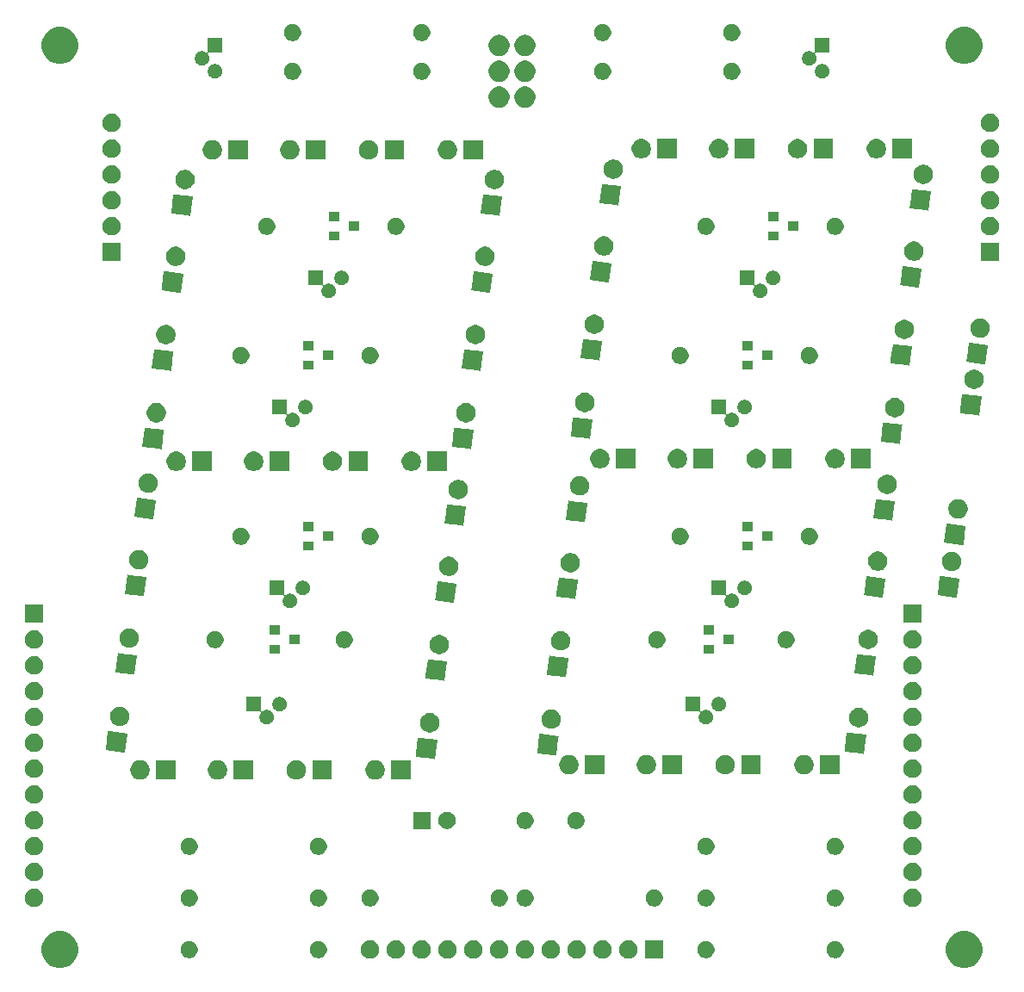
<source format=gts>
G04 #@! TF.GenerationSoftware,KiCad,Pcbnew,5.1.5-5.1.5*
G04 #@! TF.CreationDate,2020-09-06T13:46:07+10:00*
G04 #@! TF.ProjectId,7segment,37736567-6d65-46e7-942e-6b696361645f,rev?*
G04 #@! TF.SameCoordinates,PX292dfe0PY1d11680*
G04 #@! TF.FileFunction,Soldermask,Top*
G04 #@! TF.FilePolarity,Negative*
%FSLAX46Y46*%
G04 Gerber Fmt 4.6, Leading zero omitted, Abs format (unit mm)*
G04 Created by KiCad (PCBNEW 5.1.5-5.1.5) date 2020-09-06 13:46:07*
%MOMM*%
%LPD*%
G04 APERTURE LIST*
%ADD10C,0.100000*%
G04 APERTURE END LIST*
D10*
G36*
X89425331Y-87168211D02*
G01*
X89753092Y-87303974D01*
X90048070Y-87501072D01*
X90298928Y-87751930D01*
X90496026Y-88046908D01*
X90631789Y-88374669D01*
X90701000Y-88722616D01*
X90701000Y-89077384D01*
X90631789Y-89425331D01*
X90496026Y-89753092D01*
X90298928Y-90048070D01*
X90048070Y-90298928D01*
X89753092Y-90496026D01*
X89425331Y-90631789D01*
X89077384Y-90701000D01*
X88722616Y-90701000D01*
X88374669Y-90631789D01*
X88046908Y-90496026D01*
X87751930Y-90298928D01*
X87501072Y-90048070D01*
X87303974Y-89753092D01*
X87168211Y-89425331D01*
X87099000Y-89077384D01*
X87099000Y-88722616D01*
X87168211Y-88374669D01*
X87303974Y-88046908D01*
X87501072Y-87751930D01*
X87751930Y-87501072D01*
X88046908Y-87303974D01*
X88374669Y-87168211D01*
X88722616Y-87099000D01*
X89077384Y-87099000D01*
X89425331Y-87168211D01*
G37*
G36*
X525331Y-87168211D02*
G01*
X853092Y-87303974D01*
X1148070Y-87501072D01*
X1398928Y-87751930D01*
X1596026Y-88046908D01*
X1731789Y-88374669D01*
X1801000Y-88722616D01*
X1801000Y-89077384D01*
X1731789Y-89425331D01*
X1596026Y-89753092D01*
X1398928Y-90048070D01*
X1148070Y-90298928D01*
X853092Y-90496026D01*
X525331Y-90631789D01*
X177384Y-90701000D01*
X-177384Y-90701000D01*
X-525331Y-90631789D01*
X-853092Y-90496026D01*
X-1148070Y-90298928D01*
X-1398928Y-90048070D01*
X-1596026Y-89753092D01*
X-1731789Y-89425331D01*
X-1801000Y-89077384D01*
X-1801000Y-88722616D01*
X-1731789Y-88374669D01*
X-1596026Y-88046908D01*
X-1398928Y-87751930D01*
X-1148070Y-87501072D01*
X-853092Y-87303974D01*
X-525331Y-87168211D01*
X-177384Y-87099000D01*
X177384Y-87099000D01*
X525331Y-87168211D01*
G37*
G36*
X59321000Y-89801000D02*
G01*
X57519000Y-89801000D01*
X57519000Y-87999000D01*
X59321000Y-87999000D01*
X59321000Y-89801000D01*
G37*
G36*
X50913512Y-88003927D02*
G01*
X51062812Y-88033624D01*
X51226784Y-88101544D01*
X51374354Y-88200147D01*
X51499853Y-88325646D01*
X51598456Y-88473216D01*
X51666376Y-88637188D01*
X51701000Y-88811259D01*
X51701000Y-88988741D01*
X51666376Y-89162812D01*
X51598456Y-89326784D01*
X51499853Y-89474354D01*
X51374354Y-89599853D01*
X51226784Y-89698456D01*
X51062812Y-89766376D01*
X50913512Y-89796073D01*
X50888742Y-89801000D01*
X50711258Y-89801000D01*
X50686488Y-89796073D01*
X50537188Y-89766376D01*
X50373216Y-89698456D01*
X50225646Y-89599853D01*
X50100147Y-89474354D01*
X50001544Y-89326784D01*
X49933624Y-89162812D01*
X49899000Y-88988741D01*
X49899000Y-88811259D01*
X49933624Y-88637188D01*
X50001544Y-88473216D01*
X50100147Y-88325646D01*
X50225646Y-88200147D01*
X50373216Y-88101544D01*
X50537188Y-88033624D01*
X50686488Y-88003927D01*
X50711258Y-87999000D01*
X50888742Y-87999000D01*
X50913512Y-88003927D01*
G37*
G36*
X53453512Y-88003927D02*
G01*
X53602812Y-88033624D01*
X53766784Y-88101544D01*
X53914354Y-88200147D01*
X54039853Y-88325646D01*
X54138456Y-88473216D01*
X54206376Y-88637188D01*
X54241000Y-88811259D01*
X54241000Y-88988741D01*
X54206376Y-89162812D01*
X54138456Y-89326784D01*
X54039853Y-89474354D01*
X53914354Y-89599853D01*
X53766784Y-89698456D01*
X53602812Y-89766376D01*
X53453512Y-89796073D01*
X53428742Y-89801000D01*
X53251258Y-89801000D01*
X53226488Y-89796073D01*
X53077188Y-89766376D01*
X52913216Y-89698456D01*
X52765646Y-89599853D01*
X52640147Y-89474354D01*
X52541544Y-89326784D01*
X52473624Y-89162812D01*
X52439000Y-88988741D01*
X52439000Y-88811259D01*
X52473624Y-88637188D01*
X52541544Y-88473216D01*
X52640147Y-88325646D01*
X52765646Y-88200147D01*
X52913216Y-88101544D01*
X53077188Y-88033624D01*
X53226488Y-88003927D01*
X53251258Y-87999000D01*
X53428742Y-87999000D01*
X53453512Y-88003927D01*
G37*
G36*
X48373512Y-88003927D02*
G01*
X48522812Y-88033624D01*
X48686784Y-88101544D01*
X48834354Y-88200147D01*
X48959853Y-88325646D01*
X49058456Y-88473216D01*
X49126376Y-88637188D01*
X49161000Y-88811259D01*
X49161000Y-88988741D01*
X49126376Y-89162812D01*
X49058456Y-89326784D01*
X48959853Y-89474354D01*
X48834354Y-89599853D01*
X48686784Y-89698456D01*
X48522812Y-89766376D01*
X48373512Y-89796073D01*
X48348742Y-89801000D01*
X48171258Y-89801000D01*
X48146488Y-89796073D01*
X47997188Y-89766376D01*
X47833216Y-89698456D01*
X47685646Y-89599853D01*
X47560147Y-89474354D01*
X47461544Y-89326784D01*
X47393624Y-89162812D01*
X47359000Y-88988741D01*
X47359000Y-88811259D01*
X47393624Y-88637188D01*
X47461544Y-88473216D01*
X47560147Y-88325646D01*
X47685646Y-88200147D01*
X47833216Y-88101544D01*
X47997188Y-88033624D01*
X48146488Y-88003927D01*
X48171258Y-87999000D01*
X48348742Y-87999000D01*
X48373512Y-88003927D01*
G37*
G36*
X45833512Y-88003927D02*
G01*
X45982812Y-88033624D01*
X46146784Y-88101544D01*
X46294354Y-88200147D01*
X46419853Y-88325646D01*
X46518456Y-88473216D01*
X46586376Y-88637188D01*
X46621000Y-88811259D01*
X46621000Y-88988741D01*
X46586376Y-89162812D01*
X46518456Y-89326784D01*
X46419853Y-89474354D01*
X46294354Y-89599853D01*
X46146784Y-89698456D01*
X45982812Y-89766376D01*
X45833512Y-89796073D01*
X45808742Y-89801000D01*
X45631258Y-89801000D01*
X45606488Y-89796073D01*
X45457188Y-89766376D01*
X45293216Y-89698456D01*
X45145646Y-89599853D01*
X45020147Y-89474354D01*
X44921544Y-89326784D01*
X44853624Y-89162812D01*
X44819000Y-88988741D01*
X44819000Y-88811259D01*
X44853624Y-88637188D01*
X44921544Y-88473216D01*
X45020147Y-88325646D01*
X45145646Y-88200147D01*
X45293216Y-88101544D01*
X45457188Y-88033624D01*
X45606488Y-88003927D01*
X45631258Y-87999000D01*
X45808742Y-87999000D01*
X45833512Y-88003927D01*
G37*
G36*
X43293512Y-88003927D02*
G01*
X43442812Y-88033624D01*
X43606784Y-88101544D01*
X43754354Y-88200147D01*
X43879853Y-88325646D01*
X43978456Y-88473216D01*
X44046376Y-88637188D01*
X44081000Y-88811259D01*
X44081000Y-88988741D01*
X44046376Y-89162812D01*
X43978456Y-89326784D01*
X43879853Y-89474354D01*
X43754354Y-89599853D01*
X43606784Y-89698456D01*
X43442812Y-89766376D01*
X43293512Y-89796073D01*
X43268742Y-89801000D01*
X43091258Y-89801000D01*
X43066488Y-89796073D01*
X42917188Y-89766376D01*
X42753216Y-89698456D01*
X42605646Y-89599853D01*
X42480147Y-89474354D01*
X42381544Y-89326784D01*
X42313624Y-89162812D01*
X42279000Y-88988741D01*
X42279000Y-88811259D01*
X42313624Y-88637188D01*
X42381544Y-88473216D01*
X42480147Y-88325646D01*
X42605646Y-88200147D01*
X42753216Y-88101544D01*
X42917188Y-88033624D01*
X43066488Y-88003927D01*
X43091258Y-87999000D01*
X43268742Y-87999000D01*
X43293512Y-88003927D01*
G37*
G36*
X40753512Y-88003927D02*
G01*
X40902812Y-88033624D01*
X41066784Y-88101544D01*
X41214354Y-88200147D01*
X41339853Y-88325646D01*
X41438456Y-88473216D01*
X41506376Y-88637188D01*
X41541000Y-88811259D01*
X41541000Y-88988741D01*
X41506376Y-89162812D01*
X41438456Y-89326784D01*
X41339853Y-89474354D01*
X41214354Y-89599853D01*
X41066784Y-89698456D01*
X40902812Y-89766376D01*
X40753512Y-89796073D01*
X40728742Y-89801000D01*
X40551258Y-89801000D01*
X40526488Y-89796073D01*
X40377188Y-89766376D01*
X40213216Y-89698456D01*
X40065646Y-89599853D01*
X39940147Y-89474354D01*
X39841544Y-89326784D01*
X39773624Y-89162812D01*
X39739000Y-88988741D01*
X39739000Y-88811259D01*
X39773624Y-88637188D01*
X39841544Y-88473216D01*
X39940147Y-88325646D01*
X40065646Y-88200147D01*
X40213216Y-88101544D01*
X40377188Y-88033624D01*
X40526488Y-88003927D01*
X40551258Y-87999000D01*
X40728742Y-87999000D01*
X40753512Y-88003927D01*
G37*
G36*
X35673512Y-88003927D02*
G01*
X35822812Y-88033624D01*
X35986784Y-88101544D01*
X36134354Y-88200147D01*
X36259853Y-88325646D01*
X36358456Y-88473216D01*
X36426376Y-88637188D01*
X36461000Y-88811259D01*
X36461000Y-88988741D01*
X36426376Y-89162812D01*
X36358456Y-89326784D01*
X36259853Y-89474354D01*
X36134354Y-89599853D01*
X35986784Y-89698456D01*
X35822812Y-89766376D01*
X35673512Y-89796073D01*
X35648742Y-89801000D01*
X35471258Y-89801000D01*
X35446488Y-89796073D01*
X35297188Y-89766376D01*
X35133216Y-89698456D01*
X34985646Y-89599853D01*
X34860147Y-89474354D01*
X34761544Y-89326784D01*
X34693624Y-89162812D01*
X34659000Y-88988741D01*
X34659000Y-88811259D01*
X34693624Y-88637188D01*
X34761544Y-88473216D01*
X34860147Y-88325646D01*
X34985646Y-88200147D01*
X35133216Y-88101544D01*
X35297188Y-88033624D01*
X35446488Y-88003927D01*
X35471258Y-87999000D01*
X35648742Y-87999000D01*
X35673512Y-88003927D01*
G37*
G36*
X38213512Y-88003927D02*
G01*
X38362812Y-88033624D01*
X38526784Y-88101544D01*
X38674354Y-88200147D01*
X38799853Y-88325646D01*
X38898456Y-88473216D01*
X38966376Y-88637188D01*
X39001000Y-88811259D01*
X39001000Y-88988741D01*
X38966376Y-89162812D01*
X38898456Y-89326784D01*
X38799853Y-89474354D01*
X38674354Y-89599853D01*
X38526784Y-89698456D01*
X38362812Y-89766376D01*
X38213512Y-89796073D01*
X38188742Y-89801000D01*
X38011258Y-89801000D01*
X37986488Y-89796073D01*
X37837188Y-89766376D01*
X37673216Y-89698456D01*
X37525646Y-89599853D01*
X37400147Y-89474354D01*
X37301544Y-89326784D01*
X37233624Y-89162812D01*
X37199000Y-88988741D01*
X37199000Y-88811259D01*
X37233624Y-88637188D01*
X37301544Y-88473216D01*
X37400147Y-88325646D01*
X37525646Y-88200147D01*
X37673216Y-88101544D01*
X37837188Y-88033624D01*
X37986488Y-88003927D01*
X38011258Y-87999000D01*
X38188742Y-87999000D01*
X38213512Y-88003927D01*
G37*
G36*
X55993512Y-88003927D02*
G01*
X56142812Y-88033624D01*
X56306784Y-88101544D01*
X56454354Y-88200147D01*
X56579853Y-88325646D01*
X56678456Y-88473216D01*
X56746376Y-88637188D01*
X56781000Y-88811259D01*
X56781000Y-88988741D01*
X56746376Y-89162812D01*
X56678456Y-89326784D01*
X56579853Y-89474354D01*
X56454354Y-89599853D01*
X56306784Y-89698456D01*
X56142812Y-89766376D01*
X55993512Y-89796073D01*
X55968742Y-89801000D01*
X55791258Y-89801000D01*
X55766488Y-89796073D01*
X55617188Y-89766376D01*
X55453216Y-89698456D01*
X55305646Y-89599853D01*
X55180147Y-89474354D01*
X55081544Y-89326784D01*
X55013624Y-89162812D01*
X54979000Y-88988741D01*
X54979000Y-88811259D01*
X55013624Y-88637188D01*
X55081544Y-88473216D01*
X55180147Y-88325646D01*
X55305646Y-88200147D01*
X55453216Y-88101544D01*
X55617188Y-88033624D01*
X55766488Y-88003927D01*
X55791258Y-87999000D01*
X55968742Y-87999000D01*
X55993512Y-88003927D01*
G37*
G36*
X33133512Y-88003927D02*
G01*
X33282812Y-88033624D01*
X33446784Y-88101544D01*
X33594354Y-88200147D01*
X33719853Y-88325646D01*
X33818456Y-88473216D01*
X33886376Y-88637188D01*
X33921000Y-88811259D01*
X33921000Y-88988741D01*
X33886376Y-89162812D01*
X33818456Y-89326784D01*
X33719853Y-89474354D01*
X33594354Y-89599853D01*
X33446784Y-89698456D01*
X33282812Y-89766376D01*
X33133512Y-89796073D01*
X33108742Y-89801000D01*
X32931258Y-89801000D01*
X32906488Y-89796073D01*
X32757188Y-89766376D01*
X32593216Y-89698456D01*
X32445646Y-89599853D01*
X32320147Y-89474354D01*
X32221544Y-89326784D01*
X32153624Y-89162812D01*
X32119000Y-88988741D01*
X32119000Y-88811259D01*
X32153624Y-88637188D01*
X32221544Y-88473216D01*
X32320147Y-88325646D01*
X32445646Y-88200147D01*
X32593216Y-88101544D01*
X32757188Y-88033624D01*
X32906488Y-88003927D01*
X32931258Y-87999000D01*
X33108742Y-87999000D01*
X33133512Y-88003927D01*
G37*
G36*
X30593512Y-88003927D02*
G01*
X30742812Y-88033624D01*
X30906784Y-88101544D01*
X31054354Y-88200147D01*
X31179853Y-88325646D01*
X31278456Y-88473216D01*
X31346376Y-88637188D01*
X31381000Y-88811259D01*
X31381000Y-88988741D01*
X31346376Y-89162812D01*
X31278456Y-89326784D01*
X31179853Y-89474354D01*
X31054354Y-89599853D01*
X30906784Y-89698456D01*
X30742812Y-89766376D01*
X30593512Y-89796073D01*
X30568742Y-89801000D01*
X30391258Y-89801000D01*
X30366488Y-89796073D01*
X30217188Y-89766376D01*
X30053216Y-89698456D01*
X29905646Y-89599853D01*
X29780147Y-89474354D01*
X29681544Y-89326784D01*
X29613624Y-89162812D01*
X29579000Y-88988741D01*
X29579000Y-88811259D01*
X29613624Y-88637188D01*
X29681544Y-88473216D01*
X29780147Y-88325646D01*
X29905646Y-88200147D01*
X30053216Y-88101544D01*
X30217188Y-88033624D01*
X30366488Y-88003927D01*
X30391258Y-87999000D01*
X30568742Y-87999000D01*
X30593512Y-88003927D01*
G37*
G36*
X25648228Y-88081703D02*
G01*
X25803100Y-88145853D01*
X25942481Y-88238985D01*
X26061015Y-88357519D01*
X26154147Y-88496900D01*
X26218297Y-88651772D01*
X26251000Y-88816184D01*
X26251000Y-88983816D01*
X26218297Y-89148228D01*
X26154147Y-89303100D01*
X26061015Y-89442481D01*
X25942481Y-89561015D01*
X25803100Y-89654147D01*
X25648228Y-89718297D01*
X25483816Y-89751000D01*
X25316184Y-89751000D01*
X25151772Y-89718297D01*
X24996900Y-89654147D01*
X24857519Y-89561015D01*
X24738985Y-89442481D01*
X24645853Y-89303100D01*
X24581703Y-89148228D01*
X24549000Y-88983816D01*
X24549000Y-88816184D01*
X24581703Y-88651772D01*
X24645853Y-88496900D01*
X24738985Y-88357519D01*
X24857519Y-88238985D01*
X24996900Y-88145853D01*
X25151772Y-88081703D01*
X25316184Y-88049000D01*
X25483816Y-88049000D01*
X25648228Y-88081703D01*
G37*
G36*
X12948228Y-88081703D02*
G01*
X13103100Y-88145853D01*
X13242481Y-88238985D01*
X13361015Y-88357519D01*
X13454147Y-88496900D01*
X13518297Y-88651772D01*
X13551000Y-88816184D01*
X13551000Y-88983816D01*
X13518297Y-89148228D01*
X13454147Y-89303100D01*
X13361015Y-89442481D01*
X13242481Y-89561015D01*
X13103100Y-89654147D01*
X12948228Y-89718297D01*
X12783816Y-89751000D01*
X12616184Y-89751000D01*
X12451772Y-89718297D01*
X12296900Y-89654147D01*
X12157519Y-89561015D01*
X12038985Y-89442481D01*
X11945853Y-89303100D01*
X11881703Y-89148228D01*
X11849000Y-88983816D01*
X11849000Y-88816184D01*
X11881703Y-88651772D01*
X11945853Y-88496900D01*
X12038985Y-88357519D01*
X12157519Y-88238985D01*
X12296900Y-88145853D01*
X12451772Y-88081703D01*
X12616184Y-88049000D01*
X12783816Y-88049000D01*
X12948228Y-88081703D01*
G37*
G36*
X76448228Y-88081703D02*
G01*
X76603100Y-88145853D01*
X76742481Y-88238985D01*
X76861015Y-88357519D01*
X76954147Y-88496900D01*
X77018297Y-88651772D01*
X77051000Y-88816184D01*
X77051000Y-88983816D01*
X77018297Y-89148228D01*
X76954147Y-89303100D01*
X76861015Y-89442481D01*
X76742481Y-89561015D01*
X76603100Y-89654147D01*
X76448228Y-89718297D01*
X76283816Y-89751000D01*
X76116184Y-89751000D01*
X75951772Y-89718297D01*
X75796900Y-89654147D01*
X75657519Y-89561015D01*
X75538985Y-89442481D01*
X75445853Y-89303100D01*
X75381703Y-89148228D01*
X75349000Y-88983816D01*
X75349000Y-88816184D01*
X75381703Y-88651772D01*
X75445853Y-88496900D01*
X75538985Y-88357519D01*
X75657519Y-88238985D01*
X75796900Y-88145853D01*
X75951772Y-88081703D01*
X76116184Y-88049000D01*
X76283816Y-88049000D01*
X76448228Y-88081703D01*
G37*
G36*
X63748228Y-88081703D02*
G01*
X63903100Y-88145853D01*
X64042481Y-88238985D01*
X64161015Y-88357519D01*
X64254147Y-88496900D01*
X64318297Y-88651772D01*
X64351000Y-88816184D01*
X64351000Y-88983816D01*
X64318297Y-89148228D01*
X64254147Y-89303100D01*
X64161015Y-89442481D01*
X64042481Y-89561015D01*
X63903100Y-89654147D01*
X63748228Y-89718297D01*
X63583816Y-89751000D01*
X63416184Y-89751000D01*
X63251772Y-89718297D01*
X63096900Y-89654147D01*
X62957519Y-89561015D01*
X62838985Y-89442481D01*
X62745853Y-89303100D01*
X62681703Y-89148228D01*
X62649000Y-88983816D01*
X62649000Y-88816184D01*
X62681703Y-88651772D01*
X62745853Y-88496900D01*
X62838985Y-88357519D01*
X62957519Y-88238985D01*
X63096900Y-88145853D01*
X63251772Y-88081703D01*
X63416184Y-88049000D01*
X63583816Y-88049000D01*
X63748228Y-88081703D01*
G37*
G36*
X-2426488Y-82923927D02*
G01*
X-2277188Y-82953624D01*
X-2113216Y-83021544D01*
X-1965646Y-83120147D01*
X-1840147Y-83245646D01*
X-1741544Y-83393216D01*
X-1673624Y-83557188D01*
X-1639000Y-83731259D01*
X-1639000Y-83908741D01*
X-1673624Y-84082812D01*
X-1741544Y-84246784D01*
X-1840147Y-84394354D01*
X-1965646Y-84519853D01*
X-2113216Y-84618456D01*
X-2277188Y-84686376D01*
X-2426488Y-84716073D01*
X-2451258Y-84721000D01*
X-2628742Y-84721000D01*
X-2653512Y-84716073D01*
X-2802812Y-84686376D01*
X-2966784Y-84618456D01*
X-3114354Y-84519853D01*
X-3239853Y-84394354D01*
X-3338456Y-84246784D01*
X-3406376Y-84082812D01*
X-3441000Y-83908741D01*
X-3441000Y-83731259D01*
X-3406376Y-83557188D01*
X-3338456Y-83393216D01*
X-3239853Y-83245646D01*
X-3114354Y-83120147D01*
X-2966784Y-83021544D01*
X-2802812Y-82953624D01*
X-2653512Y-82923927D01*
X-2628742Y-82919000D01*
X-2451258Y-82919000D01*
X-2426488Y-82923927D01*
G37*
G36*
X83933512Y-82923927D02*
G01*
X84082812Y-82953624D01*
X84246784Y-83021544D01*
X84394354Y-83120147D01*
X84519853Y-83245646D01*
X84618456Y-83393216D01*
X84686376Y-83557188D01*
X84721000Y-83731259D01*
X84721000Y-83908741D01*
X84686376Y-84082812D01*
X84618456Y-84246784D01*
X84519853Y-84394354D01*
X84394354Y-84519853D01*
X84246784Y-84618456D01*
X84082812Y-84686376D01*
X83933512Y-84716073D01*
X83908742Y-84721000D01*
X83731258Y-84721000D01*
X83706488Y-84716073D01*
X83557188Y-84686376D01*
X83393216Y-84618456D01*
X83245646Y-84519853D01*
X83120147Y-84394354D01*
X83021544Y-84246784D01*
X82953624Y-84082812D01*
X82919000Y-83908741D01*
X82919000Y-83731259D01*
X82953624Y-83557188D01*
X83021544Y-83393216D01*
X83120147Y-83245646D01*
X83245646Y-83120147D01*
X83393216Y-83021544D01*
X83557188Y-82953624D01*
X83706488Y-82923927D01*
X83731258Y-82919000D01*
X83908742Y-82919000D01*
X83933512Y-82923927D01*
G37*
G36*
X12948228Y-83001703D02*
G01*
X13103100Y-83065853D01*
X13242481Y-83158985D01*
X13361015Y-83277519D01*
X13454147Y-83416900D01*
X13518297Y-83571772D01*
X13551000Y-83736184D01*
X13551000Y-83903816D01*
X13518297Y-84068228D01*
X13454147Y-84223100D01*
X13361015Y-84362481D01*
X13242481Y-84481015D01*
X13103100Y-84574147D01*
X12948228Y-84638297D01*
X12783816Y-84671000D01*
X12616184Y-84671000D01*
X12451772Y-84638297D01*
X12296900Y-84574147D01*
X12157519Y-84481015D01*
X12038985Y-84362481D01*
X11945853Y-84223100D01*
X11881703Y-84068228D01*
X11849000Y-83903816D01*
X11849000Y-83736184D01*
X11881703Y-83571772D01*
X11945853Y-83416900D01*
X12038985Y-83277519D01*
X12157519Y-83158985D01*
X12296900Y-83065853D01*
X12451772Y-83001703D01*
X12616184Y-82969000D01*
X12783816Y-82969000D01*
X12948228Y-83001703D01*
G37*
G36*
X25648228Y-83001703D02*
G01*
X25803100Y-83065853D01*
X25942481Y-83158985D01*
X26061015Y-83277519D01*
X26154147Y-83416900D01*
X26218297Y-83571772D01*
X26251000Y-83736184D01*
X26251000Y-83903816D01*
X26218297Y-84068228D01*
X26154147Y-84223100D01*
X26061015Y-84362481D01*
X25942481Y-84481015D01*
X25803100Y-84574147D01*
X25648228Y-84638297D01*
X25483816Y-84671000D01*
X25316184Y-84671000D01*
X25151772Y-84638297D01*
X24996900Y-84574147D01*
X24857519Y-84481015D01*
X24738985Y-84362481D01*
X24645853Y-84223100D01*
X24581703Y-84068228D01*
X24549000Y-83903816D01*
X24549000Y-83736184D01*
X24581703Y-83571772D01*
X24645853Y-83416900D01*
X24738985Y-83277519D01*
X24857519Y-83158985D01*
X24996900Y-83065853D01*
X25151772Y-83001703D01*
X25316184Y-82969000D01*
X25483816Y-82969000D01*
X25648228Y-83001703D01*
G37*
G36*
X43428228Y-83001703D02*
G01*
X43583100Y-83065853D01*
X43722481Y-83158985D01*
X43841015Y-83277519D01*
X43934147Y-83416900D01*
X43998297Y-83571772D01*
X44031000Y-83736184D01*
X44031000Y-83903816D01*
X43998297Y-84068228D01*
X43934147Y-84223100D01*
X43841015Y-84362481D01*
X43722481Y-84481015D01*
X43583100Y-84574147D01*
X43428228Y-84638297D01*
X43263816Y-84671000D01*
X43096184Y-84671000D01*
X42931772Y-84638297D01*
X42776900Y-84574147D01*
X42637519Y-84481015D01*
X42518985Y-84362481D01*
X42425853Y-84223100D01*
X42361703Y-84068228D01*
X42329000Y-83903816D01*
X42329000Y-83736184D01*
X42361703Y-83571772D01*
X42425853Y-83416900D01*
X42518985Y-83277519D01*
X42637519Y-83158985D01*
X42776900Y-83065853D01*
X42931772Y-83001703D01*
X43096184Y-82969000D01*
X43263816Y-82969000D01*
X43428228Y-83001703D01*
G37*
G36*
X30728228Y-83001703D02*
G01*
X30883100Y-83065853D01*
X31022481Y-83158985D01*
X31141015Y-83277519D01*
X31234147Y-83416900D01*
X31298297Y-83571772D01*
X31331000Y-83736184D01*
X31331000Y-83903816D01*
X31298297Y-84068228D01*
X31234147Y-84223100D01*
X31141015Y-84362481D01*
X31022481Y-84481015D01*
X30883100Y-84574147D01*
X30728228Y-84638297D01*
X30563816Y-84671000D01*
X30396184Y-84671000D01*
X30231772Y-84638297D01*
X30076900Y-84574147D01*
X29937519Y-84481015D01*
X29818985Y-84362481D01*
X29725853Y-84223100D01*
X29661703Y-84068228D01*
X29629000Y-83903816D01*
X29629000Y-83736184D01*
X29661703Y-83571772D01*
X29725853Y-83416900D01*
X29818985Y-83277519D01*
X29937519Y-83158985D01*
X30076900Y-83065853D01*
X30231772Y-83001703D01*
X30396184Y-82969000D01*
X30563816Y-82969000D01*
X30728228Y-83001703D01*
G37*
G36*
X45968228Y-83001703D02*
G01*
X46123100Y-83065853D01*
X46262481Y-83158985D01*
X46381015Y-83277519D01*
X46474147Y-83416900D01*
X46538297Y-83571772D01*
X46571000Y-83736184D01*
X46571000Y-83903816D01*
X46538297Y-84068228D01*
X46474147Y-84223100D01*
X46381015Y-84362481D01*
X46262481Y-84481015D01*
X46123100Y-84574147D01*
X45968228Y-84638297D01*
X45803816Y-84671000D01*
X45636184Y-84671000D01*
X45471772Y-84638297D01*
X45316900Y-84574147D01*
X45177519Y-84481015D01*
X45058985Y-84362481D01*
X44965853Y-84223100D01*
X44901703Y-84068228D01*
X44869000Y-83903816D01*
X44869000Y-83736184D01*
X44901703Y-83571772D01*
X44965853Y-83416900D01*
X45058985Y-83277519D01*
X45177519Y-83158985D01*
X45316900Y-83065853D01*
X45471772Y-83001703D01*
X45636184Y-82969000D01*
X45803816Y-82969000D01*
X45968228Y-83001703D01*
G37*
G36*
X58668228Y-83001703D02*
G01*
X58823100Y-83065853D01*
X58962481Y-83158985D01*
X59081015Y-83277519D01*
X59174147Y-83416900D01*
X59238297Y-83571772D01*
X59271000Y-83736184D01*
X59271000Y-83903816D01*
X59238297Y-84068228D01*
X59174147Y-84223100D01*
X59081015Y-84362481D01*
X58962481Y-84481015D01*
X58823100Y-84574147D01*
X58668228Y-84638297D01*
X58503816Y-84671000D01*
X58336184Y-84671000D01*
X58171772Y-84638297D01*
X58016900Y-84574147D01*
X57877519Y-84481015D01*
X57758985Y-84362481D01*
X57665853Y-84223100D01*
X57601703Y-84068228D01*
X57569000Y-83903816D01*
X57569000Y-83736184D01*
X57601703Y-83571772D01*
X57665853Y-83416900D01*
X57758985Y-83277519D01*
X57877519Y-83158985D01*
X58016900Y-83065853D01*
X58171772Y-83001703D01*
X58336184Y-82969000D01*
X58503816Y-82969000D01*
X58668228Y-83001703D01*
G37*
G36*
X63748228Y-83001703D02*
G01*
X63903100Y-83065853D01*
X64042481Y-83158985D01*
X64161015Y-83277519D01*
X64254147Y-83416900D01*
X64318297Y-83571772D01*
X64351000Y-83736184D01*
X64351000Y-83903816D01*
X64318297Y-84068228D01*
X64254147Y-84223100D01*
X64161015Y-84362481D01*
X64042481Y-84481015D01*
X63903100Y-84574147D01*
X63748228Y-84638297D01*
X63583816Y-84671000D01*
X63416184Y-84671000D01*
X63251772Y-84638297D01*
X63096900Y-84574147D01*
X62957519Y-84481015D01*
X62838985Y-84362481D01*
X62745853Y-84223100D01*
X62681703Y-84068228D01*
X62649000Y-83903816D01*
X62649000Y-83736184D01*
X62681703Y-83571772D01*
X62745853Y-83416900D01*
X62838985Y-83277519D01*
X62957519Y-83158985D01*
X63096900Y-83065853D01*
X63251772Y-83001703D01*
X63416184Y-82969000D01*
X63583816Y-82969000D01*
X63748228Y-83001703D01*
G37*
G36*
X76448228Y-83001703D02*
G01*
X76603100Y-83065853D01*
X76742481Y-83158985D01*
X76861015Y-83277519D01*
X76954147Y-83416900D01*
X77018297Y-83571772D01*
X77051000Y-83736184D01*
X77051000Y-83903816D01*
X77018297Y-84068228D01*
X76954147Y-84223100D01*
X76861015Y-84362481D01*
X76742481Y-84481015D01*
X76603100Y-84574147D01*
X76448228Y-84638297D01*
X76283816Y-84671000D01*
X76116184Y-84671000D01*
X75951772Y-84638297D01*
X75796900Y-84574147D01*
X75657519Y-84481015D01*
X75538985Y-84362481D01*
X75445853Y-84223100D01*
X75381703Y-84068228D01*
X75349000Y-83903816D01*
X75349000Y-83736184D01*
X75381703Y-83571772D01*
X75445853Y-83416900D01*
X75538985Y-83277519D01*
X75657519Y-83158985D01*
X75796900Y-83065853D01*
X75951772Y-83001703D01*
X76116184Y-82969000D01*
X76283816Y-82969000D01*
X76448228Y-83001703D01*
G37*
G36*
X-2426488Y-80383927D02*
G01*
X-2277188Y-80413624D01*
X-2113216Y-80481544D01*
X-1965646Y-80580147D01*
X-1840147Y-80705646D01*
X-1741544Y-80853216D01*
X-1673624Y-81017188D01*
X-1639000Y-81191259D01*
X-1639000Y-81368741D01*
X-1673624Y-81542812D01*
X-1741544Y-81706784D01*
X-1840147Y-81854354D01*
X-1965646Y-81979853D01*
X-2113216Y-82078456D01*
X-2277188Y-82146376D01*
X-2426488Y-82176073D01*
X-2451258Y-82181000D01*
X-2628742Y-82181000D01*
X-2653512Y-82176073D01*
X-2802812Y-82146376D01*
X-2966784Y-82078456D01*
X-3114354Y-81979853D01*
X-3239853Y-81854354D01*
X-3338456Y-81706784D01*
X-3406376Y-81542812D01*
X-3441000Y-81368741D01*
X-3441000Y-81191259D01*
X-3406376Y-81017188D01*
X-3338456Y-80853216D01*
X-3239853Y-80705646D01*
X-3114354Y-80580147D01*
X-2966784Y-80481544D01*
X-2802812Y-80413624D01*
X-2653512Y-80383927D01*
X-2628742Y-80379000D01*
X-2451258Y-80379000D01*
X-2426488Y-80383927D01*
G37*
G36*
X83933512Y-80383927D02*
G01*
X84082812Y-80413624D01*
X84246784Y-80481544D01*
X84394354Y-80580147D01*
X84519853Y-80705646D01*
X84618456Y-80853216D01*
X84686376Y-81017188D01*
X84721000Y-81191259D01*
X84721000Y-81368741D01*
X84686376Y-81542812D01*
X84618456Y-81706784D01*
X84519853Y-81854354D01*
X84394354Y-81979853D01*
X84246784Y-82078456D01*
X84082812Y-82146376D01*
X83933512Y-82176073D01*
X83908742Y-82181000D01*
X83731258Y-82181000D01*
X83706488Y-82176073D01*
X83557188Y-82146376D01*
X83393216Y-82078456D01*
X83245646Y-81979853D01*
X83120147Y-81854354D01*
X83021544Y-81706784D01*
X82953624Y-81542812D01*
X82919000Y-81368741D01*
X82919000Y-81191259D01*
X82953624Y-81017188D01*
X83021544Y-80853216D01*
X83120147Y-80705646D01*
X83245646Y-80580147D01*
X83393216Y-80481544D01*
X83557188Y-80413624D01*
X83706488Y-80383927D01*
X83731258Y-80379000D01*
X83908742Y-80379000D01*
X83933512Y-80383927D01*
G37*
G36*
X83933512Y-77843927D02*
G01*
X84082812Y-77873624D01*
X84246784Y-77941544D01*
X84394354Y-78040147D01*
X84519853Y-78165646D01*
X84618456Y-78313216D01*
X84686376Y-78477188D01*
X84721000Y-78651259D01*
X84721000Y-78828741D01*
X84686376Y-79002812D01*
X84618456Y-79166784D01*
X84519853Y-79314354D01*
X84394354Y-79439853D01*
X84246784Y-79538456D01*
X84082812Y-79606376D01*
X83933512Y-79636073D01*
X83908742Y-79641000D01*
X83731258Y-79641000D01*
X83706488Y-79636073D01*
X83557188Y-79606376D01*
X83393216Y-79538456D01*
X83245646Y-79439853D01*
X83120147Y-79314354D01*
X83021544Y-79166784D01*
X82953624Y-79002812D01*
X82919000Y-78828741D01*
X82919000Y-78651259D01*
X82953624Y-78477188D01*
X83021544Y-78313216D01*
X83120147Y-78165646D01*
X83245646Y-78040147D01*
X83393216Y-77941544D01*
X83557188Y-77873624D01*
X83706488Y-77843927D01*
X83731258Y-77839000D01*
X83908742Y-77839000D01*
X83933512Y-77843927D01*
G37*
G36*
X-2426488Y-77843927D02*
G01*
X-2277188Y-77873624D01*
X-2113216Y-77941544D01*
X-1965646Y-78040147D01*
X-1840147Y-78165646D01*
X-1741544Y-78313216D01*
X-1673624Y-78477188D01*
X-1639000Y-78651259D01*
X-1639000Y-78828741D01*
X-1673624Y-79002812D01*
X-1741544Y-79166784D01*
X-1840147Y-79314354D01*
X-1965646Y-79439853D01*
X-2113216Y-79538456D01*
X-2277188Y-79606376D01*
X-2426488Y-79636073D01*
X-2451258Y-79641000D01*
X-2628742Y-79641000D01*
X-2653512Y-79636073D01*
X-2802812Y-79606376D01*
X-2966784Y-79538456D01*
X-3114354Y-79439853D01*
X-3239853Y-79314354D01*
X-3338456Y-79166784D01*
X-3406376Y-79002812D01*
X-3441000Y-78828741D01*
X-3441000Y-78651259D01*
X-3406376Y-78477188D01*
X-3338456Y-78313216D01*
X-3239853Y-78165646D01*
X-3114354Y-78040147D01*
X-2966784Y-77941544D01*
X-2802812Y-77873624D01*
X-2653512Y-77843927D01*
X-2628742Y-77839000D01*
X-2451258Y-77839000D01*
X-2426488Y-77843927D01*
G37*
G36*
X25648228Y-77921703D02*
G01*
X25803100Y-77985853D01*
X25942481Y-78078985D01*
X26061015Y-78197519D01*
X26154147Y-78336900D01*
X26218297Y-78491772D01*
X26251000Y-78656184D01*
X26251000Y-78823816D01*
X26218297Y-78988228D01*
X26154147Y-79143100D01*
X26061015Y-79282481D01*
X25942481Y-79401015D01*
X25803100Y-79494147D01*
X25648228Y-79558297D01*
X25483816Y-79591000D01*
X25316184Y-79591000D01*
X25151772Y-79558297D01*
X24996900Y-79494147D01*
X24857519Y-79401015D01*
X24738985Y-79282481D01*
X24645853Y-79143100D01*
X24581703Y-78988228D01*
X24549000Y-78823816D01*
X24549000Y-78656184D01*
X24581703Y-78491772D01*
X24645853Y-78336900D01*
X24738985Y-78197519D01*
X24857519Y-78078985D01*
X24996900Y-77985853D01*
X25151772Y-77921703D01*
X25316184Y-77889000D01*
X25483816Y-77889000D01*
X25648228Y-77921703D01*
G37*
G36*
X12948228Y-77921703D02*
G01*
X13103100Y-77985853D01*
X13242481Y-78078985D01*
X13361015Y-78197519D01*
X13454147Y-78336900D01*
X13518297Y-78491772D01*
X13551000Y-78656184D01*
X13551000Y-78823816D01*
X13518297Y-78988228D01*
X13454147Y-79143100D01*
X13361015Y-79282481D01*
X13242481Y-79401015D01*
X13103100Y-79494147D01*
X12948228Y-79558297D01*
X12783816Y-79591000D01*
X12616184Y-79591000D01*
X12451772Y-79558297D01*
X12296900Y-79494147D01*
X12157519Y-79401015D01*
X12038985Y-79282481D01*
X11945853Y-79143100D01*
X11881703Y-78988228D01*
X11849000Y-78823816D01*
X11849000Y-78656184D01*
X11881703Y-78491772D01*
X11945853Y-78336900D01*
X12038985Y-78197519D01*
X12157519Y-78078985D01*
X12296900Y-77985853D01*
X12451772Y-77921703D01*
X12616184Y-77889000D01*
X12783816Y-77889000D01*
X12948228Y-77921703D01*
G37*
G36*
X76448228Y-77921703D02*
G01*
X76603100Y-77985853D01*
X76742481Y-78078985D01*
X76861015Y-78197519D01*
X76954147Y-78336900D01*
X77018297Y-78491772D01*
X77051000Y-78656184D01*
X77051000Y-78823816D01*
X77018297Y-78988228D01*
X76954147Y-79143100D01*
X76861015Y-79282481D01*
X76742481Y-79401015D01*
X76603100Y-79494147D01*
X76448228Y-79558297D01*
X76283816Y-79591000D01*
X76116184Y-79591000D01*
X75951772Y-79558297D01*
X75796900Y-79494147D01*
X75657519Y-79401015D01*
X75538985Y-79282481D01*
X75445853Y-79143100D01*
X75381703Y-78988228D01*
X75349000Y-78823816D01*
X75349000Y-78656184D01*
X75381703Y-78491772D01*
X75445853Y-78336900D01*
X75538985Y-78197519D01*
X75657519Y-78078985D01*
X75796900Y-77985853D01*
X75951772Y-77921703D01*
X76116184Y-77889000D01*
X76283816Y-77889000D01*
X76448228Y-77921703D01*
G37*
G36*
X63748228Y-77921703D02*
G01*
X63903100Y-77985853D01*
X64042481Y-78078985D01*
X64161015Y-78197519D01*
X64254147Y-78336900D01*
X64318297Y-78491772D01*
X64351000Y-78656184D01*
X64351000Y-78823816D01*
X64318297Y-78988228D01*
X64254147Y-79143100D01*
X64161015Y-79282481D01*
X64042481Y-79401015D01*
X63903100Y-79494147D01*
X63748228Y-79558297D01*
X63583816Y-79591000D01*
X63416184Y-79591000D01*
X63251772Y-79558297D01*
X63096900Y-79494147D01*
X62957519Y-79401015D01*
X62838985Y-79282481D01*
X62745853Y-79143100D01*
X62681703Y-78988228D01*
X62649000Y-78823816D01*
X62649000Y-78656184D01*
X62681703Y-78491772D01*
X62745853Y-78336900D01*
X62838985Y-78197519D01*
X62957519Y-78078985D01*
X63096900Y-77985853D01*
X63251772Y-77921703D01*
X63416184Y-77889000D01*
X63583816Y-77889000D01*
X63748228Y-77921703D01*
G37*
G36*
X83933512Y-75303927D02*
G01*
X84082812Y-75333624D01*
X84246784Y-75401544D01*
X84394354Y-75500147D01*
X84519853Y-75625646D01*
X84618456Y-75773216D01*
X84686376Y-75937188D01*
X84721000Y-76111259D01*
X84721000Y-76288741D01*
X84686376Y-76462812D01*
X84618456Y-76626784D01*
X84519853Y-76774354D01*
X84394354Y-76899853D01*
X84246784Y-76998456D01*
X84082812Y-77066376D01*
X83933512Y-77096073D01*
X83908742Y-77101000D01*
X83731258Y-77101000D01*
X83706488Y-77096073D01*
X83557188Y-77066376D01*
X83393216Y-76998456D01*
X83245646Y-76899853D01*
X83120147Y-76774354D01*
X83021544Y-76626784D01*
X82953624Y-76462812D01*
X82919000Y-76288741D01*
X82919000Y-76111259D01*
X82953624Y-75937188D01*
X83021544Y-75773216D01*
X83120147Y-75625646D01*
X83245646Y-75500147D01*
X83393216Y-75401544D01*
X83557188Y-75333624D01*
X83706488Y-75303927D01*
X83731258Y-75299000D01*
X83908742Y-75299000D01*
X83933512Y-75303927D01*
G37*
G36*
X-2426488Y-75303927D02*
G01*
X-2277188Y-75333624D01*
X-2113216Y-75401544D01*
X-1965646Y-75500147D01*
X-1840147Y-75625646D01*
X-1741544Y-75773216D01*
X-1673624Y-75937188D01*
X-1639000Y-76111259D01*
X-1639000Y-76288741D01*
X-1673624Y-76462812D01*
X-1741544Y-76626784D01*
X-1840147Y-76774354D01*
X-1965646Y-76899853D01*
X-2113216Y-76998456D01*
X-2277188Y-77066376D01*
X-2426488Y-77096073D01*
X-2451258Y-77101000D01*
X-2628742Y-77101000D01*
X-2653512Y-77096073D01*
X-2802812Y-77066376D01*
X-2966784Y-76998456D01*
X-3114354Y-76899853D01*
X-3239853Y-76774354D01*
X-3338456Y-76626784D01*
X-3406376Y-76462812D01*
X-3441000Y-76288741D01*
X-3441000Y-76111259D01*
X-3406376Y-75937188D01*
X-3338456Y-75773216D01*
X-3239853Y-75625646D01*
X-3114354Y-75500147D01*
X-2966784Y-75401544D01*
X-2802812Y-75333624D01*
X-2653512Y-75303927D01*
X-2628742Y-75299000D01*
X-2451258Y-75299000D01*
X-2426488Y-75303927D01*
G37*
G36*
X38308228Y-75381703D02*
G01*
X38463100Y-75445853D01*
X38602481Y-75538985D01*
X38721015Y-75657519D01*
X38814147Y-75796900D01*
X38878297Y-75951772D01*
X38911000Y-76116184D01*
X38911000Y-76283816D01*
X38878297Y-76448228D01*
X38814147Y-76603100D01*
X38721015Y-76742481D01*
X38602481Y-76861015D01*
X38463100Y-76954147D01*
X38308228Y-77018297D01*
X38143816Y-77051000D01*
X37976184Y-77051000D01*
X37811772Y-77018297D01*
X37656900Y-76954147D01*
X37517519Y-76861015D01*
X37398985Y-76742481D01*
X37305853Y-76603100D01*
X37241703Y-76448228D01*
X37209000Y-76283816D01*
X37209000Y-76116184D01*
X37241703Y-75951772D01*
X37305853Y-75796900D01*
X37398985Y-75657519D01*
X37517519Y-75538985D01*
X37656900Y-75445853D01*
X37811772Y-75381703D01*
X37976184Y-75349000D01*
X38143816Y-75349000D01*
X38308228Y-75381703D01*
G37*
G36*
X36411000Y-77051000D02*
G01*
X34709000Y-77051000D01*
X34709000Y-75349000D01*
X36411000Y-75349000D01*
X36411000Y-77051000D01*
G37*
G36*
X45968228Y-75381703D02*
G01*
X46123100Y-75445853D01*
X46262481Y-75538985D01*
X46381015Y-75657519D01*
X46474147Y-75796900D01*
X46538297Y-75951772D01*
X46571000Y-76116184D01*
X46571000Y-76283816D01*
X46538297Y-76448228D01*
X46474147Y-76603100D01*
X46381015Y-76742481D01*
X46262481Y-76861015D01*
X46123100Y-76954147D01*
X45968228Y-77018297D01*
X45803816Y-77051000D01*
X45636184Y-77051000D01*
X45471772Y-77018297D01*
X45316900Y-76954147D01*
X45177519Y-76861015D01*
X45058985Y-76742481D01*
X44965853Y-76603100D01*
X44901703Y-76448228D01*
X44869000Y-76283816D01*
X44869000Y-76116184D01*
X44901703Y-75951772D01*
X44965853Y-75796900D01*
X45058985Y-75657519D01*
X45177519Y-75538985D01*
X45316900Y-75445853D01*
X45471772Y-75381703D01*
X45636184Y-75349000D01*
X45803816Y-75349000D01*
X45968228Y-75381703D01*
G37*
G36*
X50968228Y-75381703D02*
G01*
X51123100Y-75445853D01*
X51262481Y-75538985D01*
X51381015Y-75657519D01*
X51474147Y-75796900D01*
X51538297Y-75951772D01*
X51571000Y-76116184D01*
X51571000Y-76283816D01*
X51538297Y-76448228D01*
X51474147Y-76603100D01*
X51381015Y-76742481D01*
X51262481Y-76861015D01*
X51123100Y-76954147D01*
X50968228Y-77018297D01*
X50803816Y-77051000D01*
X50636184Y-77051000D01*
X50471772Y-77018297D01*
X50316900Y-76954147D01*
X50177519Y-76861015D01*
X50058985Y-76742481D01*
X49965853Y-76603100D01*
X49901703Y-76448228D01*
X49869000Y-76283816D01*
X49869000Y-76116184D01*
X49901703Y-75951772D01*
X49965853Y-75796900D01*
X50058985Y-75657519D01*
X50177519Y-75538985D01*
X50316900Y-75445853D01*
X50471772Y-75381703D01*
X50636184Y-75349000D01*
X50803816Y-75349000D01*
X50968228Y-75381703D01*
G37*
G36*
X83933512Y-72763927D02*
G01*
X84082812Y-72793624D01*
X84246784Y-72861544D01*
X84394354Y-72960147D01*
X84519853Y-73085646D01*
X84618456Y-73233216D01*
X84686376Y-73397188D01*
X84721000Y-73571259D01*
X84721000Y-73748741D01*
X84686376Y-73922812D01*
X84618456Y-74086784D01*
X84519853Y-74234354D01*
X84394354Y-74359853D01*
X84246784Y-74458456D01*
X84082812Y-74526376D01*
X83933512Y-74556073D01*
X83908742Y-74561000D01*
X83731258Y-74561000D01*
X83706488Y-74556073D01*
X83557188Y-74526376D01*
X83393216Y-74458456D01*
X83245646Y-74359853D01*
X83120147Y-74234354D01*
X83021544Y-74086784D01*
X82953624Y-73922812D01*
X82919000Y-73748741D01*
X82919000Y-73571259D01*
X82953624Y-73397188D01*
X83021544Y-73233216D01*
X83120147Y-73085646D01*
X83245646Y-72960147D01*
X83393216Y-72861544D01*
X83557188Y-72793624D01*
X83706488Y-72763927D01*
X83731258Y-72759000D01*
X83908742Y-72759000D01*
X83933512Y-72763927D01*
G37*
G36*
X-2426488Y-72763927D02*
G01*
X-2277188Y-72793624D01*
X-2113216Y-72861544D01*
X-1965646Y-72960147D01*
X-1840147Y-73085646D01*
X-1741544Y-73233216D01*
X-1673624Y-73397188D01*
X-1639000Y-73571259D01*
X-1639000Y-73748741D01*
X-1673624Y-73922812D01*
X-1741544Y-74086784D01*
X-1840147Y-74234354D01*
X-1965646Y-74359853D01*
X-2113216Y-74458456D01*
X-2277188Y-74526376D01*
X-2426488Y-74556073D01*
X-2451258Y-74561000D01*
X-2628742Y-74561000D01*
X-2653512Y-74556073D01*
X-2802812Y-74526376D01*
X-2966784Y-74458456D01*
X-3114354Y-74359853D01*
X-3239853Y-74234354D01*
X-3338456Y-74086784D01*
X-3406376Y-73922812D01*
X-3441000Y-73748741D01*
X-3441000Y-73571259D01*
X-3406376Y-73397188D01*
X-3338456Y-73233216D01*
X-3239853Y-73085646D01*
X-3114354Y-72960147D01*
X-2966784Y-72861544D01*
X-2802812Y-72793624D01*
X-2653512Y-72763927D01*
X-2628742Y-72759000D01*
X-2451258Y-72759000D01*
X-2426488Y-72763927D01*
G37*
G36*
X18985000Y-72198000D02*
G01*
X17083000Y-72198000D01*
X17083000Y-70296000D01*
X18985000Y-70296000D01*
X18985000Y-72198000D01*
G37*
G36*
X8151395Y-70332546D02*
G01*
X8324466Y-70404234D01*
X8324467Y-70404235D01*
X8480227Y-70508310D01*
X8612690Y-70640773D01*
X8612691Y-70640775D01*
X8716766Y-70796534D01*
X8788454Y-70969605D01*
X8825000Y-71153333D01*
X8825000Y-71340667D01*
X8788454Y-71524395D01*
X8716766Y-71697466D01*
X8716765Y-71697467D01*
X8612690Y-71853227D01*
X8480227Y-71985690D01*
X8401818Y-72038081D01*
X8324466Y-72089766D01*
X8151395Y-72161454D01*
X7967667Y-72198000D01*
X7780333Y-72198000D01*
X7596605Y-72161454D01*
X7423534Y-72089766D01*
X7346182Y-72038081D01*
X7267773Y-71985690D01*
X7135310Y-71853227D01*
X7031235Y-71697467D01*
X7031234Y-71697466D01*
X6959546Y-71524395D01*
X6923000Y-71340667D01*
X6923000Y-71153333D01*
X6959546Y-70969605D01*
X7031234Y-70796534D01*
X7135309Y-70640775D01*
X7135310Y-70640773D01*
X7267773Y-70508310D01*
X7423533Y-70404235D01*
X7423534Y-70404234D01*
X7596605Y-70332546D01*
X7780333Y-70296000D01*
X7967667Y-70296000D01*
X8151395Y-70332546D01*
G37*
G36*
X11365000Y-72198000D02*
G01*
X9463000Y-72198000D01*
X9463000Y-70296000D01*
X11365000Y-70296000D01*
X11365000Y-72198000D01*
G37*
G36*
X23518395Y-70332546D02*
G01*
X23691466Y-70404234D01*
X23691467Y-70404235D01*
X23847227Y-70508310D01*
X23979690Y-70640773D01*
X23979691Y-70640775D01*
X24083766Y-70796534D01*
X24155454Y-70969605D01*
X24192000Y-71153333D01*
X24192000Y-71340667D01*
X24155454Y-71524395D01*
X24083766Y-71697466D01*
X24083765Y-71697467D01*
X23979690Y-71853227D01*
X23847227Y-71985690D01*
X23768818Y-72038081D01*
X23691466Y-72089766D01*
X23518395Y-72161454D01*
X23334667Y-72198000D01*
X23147333Y-72198000D01*
X22963605Y-72161454D01*
X22790534Y-72089766D01*
X22713182Y-72038081D01*
X22634773Y-71985690D01*
X22502310Y-71853227D01*
X22398235Y-71697467D01*
X22398234Y-71697466D01*
X22326546Y-71524395D01*
X22290000Y-71340667D01*
X22290000Y-71153333D01*
X22326546Y-70969605D01*
X22398234Y-70796534D01*
X22502309Y-70640775D01*
X22502310Y-70640773D01*
X22634773Y-70508310D01*
X22790533Y-70404235D01*
X22790534Y-70404234D01*
X22963605Y-70332546D01*
X23147333Y-70296000D01*
X23334667Y-70296000D01*
X23518395Y-70332546D01*
G37*
G36*
X26732000Y-72198000D02*
G01*
X24830000Y-72198000D01*
X24830000Y-70296000D01*
X26732000Y-70296000D01*
X26732000Y-72198000D01*
G37*
G36*
X31265395Y-70332546D02*
G01*
X31438466Y-70404234D01*
X31438467Y-70404235D01*
X31594227Y-70508310D01*
X31726690Y-70640773D01*
X31726691Y-70640775D01*
X31830766Y-70796534D01*
X31902454Y-70969605D01*
X31939000Y-71153333D01*
X31939000Y-71340667D01*
X31902454Y-71524395D01*
X31830766Y-71697466D01*
X31830765Y-71697467D01*
X31726690Y-71853227D01*
X31594227Y-71985690D01*
X31515818Y-72038081D01*
X31438466Y-72089766D01*
X31265395Y-72161454D01*
X31081667Y-72198000D01*
X30894333Y-72198000D01*
X30710605Y-72161454D01*
X30537534Y-72089766D01*
X30460182Y-72038081D01*
X30381773Y-71985690D01*
X30249310Y-71853227D01*
X30145235Y-71697467D01*
X30145234Y-71697466D01*
X30073546Y-71524395D01*
X30037000Y-71340667D01*
X30037000Y-71153333D01*
X30073546Y-70969605D01*
X30145234Y-70796534D01*
X30249309Y-70640775D01*
X30249310Y-70640773D01*
X30381773Y-70508310D01*
X30537533Y-70404235D01*
X30537534Y-70404234D01*
X30710605Y-70332546D01*
X30894333Y-70296000D01*
X31081667Y-70296000D01*
X31265395Y-70332546D01*
G37*
G36*
X34479000Y-72198000D02*
G01*
X32577000Y-72198000D01*
X32577000Y-70296000D01*
X34479000Y-70296000D01*
X34479000Y-72198000D01*
G37*
G36*
X15771395Y-70332546D02*
G01*
X15944466Y-70404234D01*
X15944467Y-70404235D01*
X16100227Y-70508310D01*
X16232690Y-70640773D01*
X16232691Y-70640775D01*
X16336766Y-70796534D01*
X16408454Y-70969605D01*
X16445000Y-71153333D01*
X16445000Y-71340667D01*
X16408454Y-71524395D01*
X16336766Y-71697466D01*
X16336765Y-71697467D01*
X16232690Y-71853227D01*
X16100227Y-71985690D01*
X16021818Y-72038081D01*
X15944466Y-72089766D01*
X15771395Y-72161454D01*
X15587667Y-72198000D01*
X15400333Y-72198000D01*
X15216605Y-72161454D01*
X15043534Y-72089766D01*
X14966182Y-72038081D01*
X14887773Y-71985690D01*
X14755310Y-71853227D01*
X14651235Y-71697467D01*
X14651234Y-71697466D01*
X14579546Y-71524395D01*
X14543000Y-71340667D01*
X14543000Y-71153333D01*
X14579546Y-70969605D01*
X14651234Y-70796534D01*
X14755309Y-70640775D01*
X14755310Y-70640773D01*
X14887773Y-70508310D01*
X15043533Y-70404235D01*
X15043534Y-70404234D01*
X15216605Y-70332546D01*
X15400333Y-70296000D01*
X15587667Y-70296000D01*
X15771395Y-70332546D01*
G37*
G36*
X83933512Y-70223927D02*
G01*
X84082812Y-70253624D01*
X84246784Y-70321544D01*
X84394354Y-70420147D01*
X84519853Y-70545646D01*
X84618456Y-70693216D01*
X84686376Y-70857188D01*
X84716073Y-71006488D01*
X84718044Y-71016395D01*
X84721000Y-71031259D01*
X84721000Y-71208741D01*
X84686376Y-71382812D01*
X84618456Y-71546784D01*
X84519853Y-71694354D01*
X84394354Y-71819853D01*
X84246784Y-71918456D01*
X84082812Y-71986376D01*
X83933512Y-72016073D01*
X83908742Y-72021000D01*
X83731258Y-72021000D01*
X83706488Y-72016073D01*
X83557188Y-71986376D01*
X83393216Y-71918456D01*
X83245646Y-71819853D01*
X83120147Y-71694354D01*
X83021544Y-71546784D01*
X82953624Y-71382812D01*
X82919000Y-71208741D01*
X82919000Y-71031259D01*
X82921957Y-71016395D01*
X82923927Y-71006488D01*
X82953624Y-70857188D01*
X83021544Y-70693216D01*
X83120147Y-70545646D01*
X83245646Y-70420147D01*
X83393216Y-70321544D01*
X83557188Y-70253624D01*
X83706488Y-70223927D01*
X83731258Y-70219000D01*
X83908742Y-70219000D01*
X83933512Y-70223927D01*
G37*
G36*
X-2426488Y-70223927D02*
G01*
X-2277188Y-70253624D01*
X-2113216Y-70321544D01*
X-1965646Y-70420147D01*
X-1840147Y-70545646D01*
X-1741544Y-70693216D01*
X-1673624Y-70857188D01*
X-1643927Y-71006488D01*
X-1641956Y-71016395D01*
X-1639000Y-71031259D01*
X-1639000Y-71208741D01*
X-1673624Y-71382812D01*
X-1741544Y-71546784D01*
X-1840147Y-71694354D01*
X-1965646Y-71819853D01*
X-2113216Y-71918456D01*
X-2277188Y-71986376D01*
X-2426488Y-72016073D01*
X-2451258Y-72021000D01*
X-2628742Y-72021000D01*
X-2653512Y-72016073D01*
X-2802812Y-71986376D01*
X-2966784Y-71918456D01*
X-3114354Y-71819853D01*
X-3239853Y-71694354D01*
X-3338456Y-71546784D01*
X-3406376Y-71382812D01*
X-3441000Y-71208741D01*
X-3441000Y-71031259D01*
X-3438043Y-71016395D01*
X-3436073Y-71006488D01*
X-3406376Y-70857188D01*
X-3338456Y-70693216D01*
X-3239853Y-70545646D01*
X-3114354Y-70420147D01*
X-2966784Y-70321544D01*
X-2802812Y-70253624D01*
X-2653512Y-70223927D01*
X-2628742Y-70219000D01*
X-2451258Y-70219000D01*
X-2426488Y-70223927D01*
G37*
G36*
X50315395Y-69824546D02*
G01*
X50488466Y-69896234D01*
X50488467Y-69896235D01*
X50644227Y-70000310D01*
X50776690Y-70132773D01*
X50776691Y-70132775D01*
X50880766Y-70288534D01*
X50952454Y-70461605D01*
X50989000Y-70645333D01*
X50989000Y-70832667D01*
X50952454Y-71016395D01*
X50880766Y-71189466D01*
X50880765Y-71189467D01*
X50776690Y-71345227D01*
X50644227Y-71477690D01*
X50574328Y-71524395D01*
X50488466Y-71581766D01*
X50315395Y-71653454D01*
X50131667Y-71690000D01*
X49944333Y-71690000D01*
X49760605Y-71653454D01*
X49587534Y-71581766D01*
X49501672Y-71524395D01*
X49431773Y-71477690D01*
X49299310Y-71345227D01*
X49195235Y-71189467D01*
X49195234Y-71189466D01*
X49123546Y-71016395D01*
X49087000Y-70832667D01*
X49087000Y-70645333D01*
X49123546Y-70461605D01*
X49195234Y-70288534D01*
X49299309Y-70132775D01*
X49299310Y-70132773D01*
X49431773Y-70000310D01*
X49587533Y-69896235D01*
X49587534Y-69896234D01*
X49760605Y-69824546D01*
X49944333Y-69788000D01*
X50131667Y-69788000D01*
X50315395Y-69824546D01*
G37*
G36*
X53529000Y-71690000D02*
G01*
X51627000Y-71690000D01*
X51627000Y-69788000D01*
X53529000Y-69788000D01*
X53529000Y-71690000D01*
G37*
G36*
X61149000Y-71690000D02*
G01*
X59247000Y-71690000D01*
X59247000Y-69788000D01*
X61149000Y-69788000D01*
X61149000Y-71690000D01*
G37*
G36*
X57935395Y-69824546D02*
G01*
X58108466Y-69896234D01*
X58108467Y-69896235D01*
X58264227Y-70000310D01*
X58396690Y-70132773D01*
X58396691Y-70132775D01*
X58500766Y-70288534D01*
X58572454Y-70461605D01*
X58609000Y-70645333D01*
X58609000Y-70832667D01*
X58572454Y-71016395D01*
X58500766Y-71189466D01*
X58500765Y-71189467D01*
X58396690Y-71345227D01*
X58264227Y-71477690D01*
X58194328Y-71524395D01*
X58108466Y-71581766D01*
X57935395Y-71653454D01*
X57751667Y-71690000D01*
X57564333Y-71690000D01*
X57380605Y-71653454D01*
X57207534Y-71581766D01*
X57121672Y-71524395D01*
X57051773Y-71477690D01*
X56919310Y-71345227D01*
X56815235Y-71189467D01*
X56815234Y-71189466D01*
X56743546Y-71016395D01*
X56707000Y-70832667D01*
X56707000Y-70645333D01*
X56743546Y-70461605D01*
X56815234Y-70288534D01*
X56919309Y-70132775D01*
X56919310Y-70132773D01*
X57051773Y-70000310D01*
X57207533Y-69896235D01*
X57207534Y-69896234D01*
X57380605Y-69824546D01*
X57564333Y-69788000D01*
X57751667Y-69788000D01*
X57935395Y-69824546D01*
G37*
G36*
X65682395Y-69824546D02*
G01*
X65855466Y-69896234D01*
X65855467Y-69896235D01*
X66011227Y-70000310D01*
X66143690Y-70132773D01*
X66143691Y-70132775D01*
X66247766Y-70288534D01*
X66319454Y-70461605D01*
X66356000Y-70645333D01*
X66356000Y-70832667D01*
X66319454Y-71016395D01*
X66247766Y-71189466D01*
X66247765Y-71189467D01*
X66143690Y-71345227D01*
X66011227Y-71477690D01*
X65941328Y-71524395D01*
X65855466Y-71581766D01*
X65682395Y-71653454D01*
X65498667Y-71690000D01*
X65311333Y-71690000D01*
X65127605Y-71653454D01*
X64954534Y-71581766D01*
X64868672Y-71524395D01*
X64798773Y-71477690D01*
X64666310Y-71345227D01*
X64562235Y-71189467D01*
X64562234Y-71189466D01*
X64490546Y-71016395D01*
X64454000Y-70832667D01*
X64454000Y-70645333D01*
X64490546Y-70461605D01*
X64562234Y-70288534D01*
X64666309Y-70132775D01*
X64666310Y-70132773D01*
X64798773Y-70000310D01*
X64954533Y-69896235D01*
X64954534Y-69896234D01*
X65127605Y-69824546D01*
X65311333Y-69788000D01*
X65498667Y-69788000D01*
X65682395Y-69824546D01*
G37*
G36*
X73429395Y-69824546D02*
G01*
X73602466Y-69896234D01*
X73602467Y-69896235D01*
X73758227Y-70000310D01*
X73890690Y-70132773D01*
X73890691Y-70132775D01*
X73994766Y-70288534D01*
X74066454Y-70461605D01*
X74103000Y-70645333D01*
X74103000Y-70832667D01*
X74066454Y-71016395D01*
X73994766Y-71189466D01*
X73994765Y-71189467D01*
X73890690Y-71345227D01*
X73758227Y-71477690D01*
X73688328Y-71524395D01*
X73602466Y-71581766D01*
X73429395Y-71653454D01*
X73245667Y-71690000D01*
X73058333Y-71690000D01*
X72874605Y-71653454D01*
X72701534Y-71581766D01*
X72615672Y-71524395D01*
X72545773Y-71477690D01*
X72413310Y-71345227D01*
X72309235Y-71189467D01*
X72309234Y-71189466D01*
X72237546Y-71016395D01*
X72201000Y-70832667D01*
X72201000Y-70645333D01*
X72237546Y-70461605D01*
X72309234Y-70288534D01*
X72413309Y-70132775D01*
X72413310Y-70132773D01*
X72545773Y-70000310D01*
X72701533Y-69896235D01*
X72701534Y-69896234D01*
X72874605Y-69824546D01*
X73058333Y-69788000D01*
X73245667Y-69788000D01*
X73429395Y-69824546D01*
G37*
G36*
X76643000Y-71690000D02*
G01*
X74741000Y-71690000D01*
X74741000Y-69788000D01*
X76643000Y-69788000D01*
X76643000Y-71690000D01*
G37*
G36*
X68896000Y-71690000D02*
G01*
X66994000Y-71690000D01*
X66994000Y-69788000D01*
X68896000Y-69788000D01*
X68896000Y-71690000D01*
G37*
G36*
X35422692Y-68085876D02*
G01*
X37104068Y-68292322D01*
X36872273Y-70180145D01*
X36872272Y-70180145D01*
X36665826Y-70154796D01*
X34984450Y-69948350D01*
X35000499Y-69817645D01*
X35028959Y-69585850D01*
X35216245Y-68060527D01*
X35216246Y-68060527D01*
X35422692Y-68085876D01*
G37*
G36*
X47281273Y-67713624D02*
G01*
X49042068Y-67929822D01*
X49042068Y-67929823D01*
X49016719Y-68136269D01*
X48810273Y-69817645D01*
X48810272Y-69817645D01*
X48568833Y-69788000D01*
X46922450Y-69585850D01*
X47154245Y-67698027D01*
X47154246Y-67698027D01*
X47281273Y-67713624D01*
G37*
G36*
X77586692Y-67577876D02*
G01*
X79268068Y-67784322D01*
X79036273Y-69672145D01*
X79036272Y-69672145D01*
X78829825Y-69646796D01*
X77148450Y-69440350D01*
X77168157Y-69279853D01*
X77201685Y-69006782D01*
X77380245Y-67552527D01*
X77380246Y-67552527D01*
X77586692Y-67577876D01*
G37*
G36*
X4942692Y-67450876D02*
G01*
X6624068Y-67657322D01*
X6624068Y-67657323D01*
X6608474Y-67784322D01*
X6392273Y-69545145D01*
X6392272Y-69545145D01*
X6185826Y-69519796D01*
X4504450Y-69313350D01*
X4736245Y-67425527D01*
X4736246Y-67425527D01*
X4942692Y-67450876D01*
G37*
G36*
X-2426488Y-67683927D02*
G01*
X-2277188Y-67713624D01*
X-2113216Y-67781544D01*
X-1965646Y-67880147D01*
X-1840147Y-68005646D01*
X-1741544Y-68153216D01*
X-1673624Y-68317188D01*
X-1639000Y-68491259D01*
X-1639000Y-68668741D01*
X-1673624Y-68842812D01*
X-1741544Y-69006784D01*
X-1840147Y-69154354D01*
X-1965646Y-69279853D01*
X-2113216Y-69378456D01*
X-2277188Y-69446376D01*
X-2426488Y-69476073D01*
X-2451258Y-69481000D01*
X-2628742Y-69481000D01*
X-2653512Y-69476073D01*
X-2802812Y-69446376D01*
X-2966784Y-69378456D01*
X-3114354Y-69279853D01*
X-3239853Y-69154354D01*
X-3338456Y-69006784D01*
X-3406376Y-68842812D01*
X-3441000Y-68668741D01*
X-3441000Y-68491259D01*
X-3406376Y-68317188D01*
X-3338456Y-68153216D01*
X-3239853Y-68005646D01*
X-3114354Y-67880147D01*
X-2966784Y-67781544D01*
X-2802812Y-67713624D01*
X-2653512Y-67683927D01*
X-2628742Y-67679000D01*
X-2451258Y-67679000D01*
X-2426488Y-67683927D01*
G37*
G36*
X83933512Y-67683927D02*
G01*
X84082812Y-67713624D01*
X84246784Y-67781544D01*
X84394354Y-67880147D01*
X84519853Y-68005646D01*
X84618456Y-68153216D01*
X84686376Y-68317188D01*
X84721000Y-68491259D01*
X84721000Y-68668741D01*
X84686376Y-68842812D01*
X84618456Y-69006784D01*
X84519853Y-69154354D01*
X84394354Y-69279853D01*
X84246784Y-69378456D01*
X84082812Y-69446376D01*
X83933512Y-69476073D01*
X83908742Y-69481000D01*
X83731258Y-69481000D01*
X83706488Y-69476073D01*
X83557188Y-69446376D01*
X83393216Y-69378456D01*
X83245646Y-69279853D01*
X83120147Y-69154354D01*
X83021544Y-69006784D01*
X82953624Y-68842812D01*
X82919000Y-68668741D01*
X82919000Y-68491259D01*
X82953624Y-68317188D01*
X83021544Y-68153216D01*
X83120147Y-68005646D01*
X83245646Y-67880147D01*
X83393216Y-67781544D01*
X83557188Y-67713624D01*
X83706488Y-67683927D01*
X83731258Y-67679000D01*
X83908742Y-67679000D01*
X83933512Y-67683927D01*
G37*
G36*
X36631202Y-65684815D02*
G01*
X36804273Y-65756503D01*
X36848870Y-65786302D01*
X36960034Y-65860579D01*
X37092497Y-65993042D01*
X37092498Y-65993044D01*
X37196573Y-66148803D01*
X37268261Y-66321874D01*
X37304807Y-66505602D01*
X37304807Y-66692936D01*
X37268261Y-66876664D01*
X37196573Y-67049735D01*
X37196572Y-67049736D01*
X37092497Y-67205496D01*
X36960034Y-67337959D01*
X36881625Y-67390350D01*
X36804273Y-67442035D01*
X36631202Y-67513723D01*
X36447474Y-67550269D01*
X36260140Y-67550269D01*
X36076412Y-67513723D01*
X35903341Y-67442035D01*
X35825989Y-67390350D01*
X35747580Y-67337959D01*
X35615117Y-67205496D01*
X35511042Y-67049736D01*
X35511041Y-67049735D01*
X35439353Y-66876664D01*
X35402807Y-66692936D01*
X35402807Y-66505602D01*
X35439353Y-66321874D01*
X35511041Y-66148803D01*
X35615116Y-65993044D01*
X35615117Y-65993042D01*
X35747580Y-65860579D01*
X35858744Y-65786302D01*
X35903341Y-65756503D01*
X36076412Y-65684815D01*
X36260140Y-65648269D01*
X36447474Y-65648269D01*
X36631202Y-65684815D01*
G37*
G36*
X48569202Y-65322315D02*
G01*
X48742273Y-65394003D01*
X48779357Y-65418782D01*
X48898034Y-65498079D01*
X49030497Y-65630542D01*
X49068136Y-65686873D01*
X49134573Y-65786303D01*
X49206261Y-65959374D01*
X49242807Y-66143102D01*
X49242807Y-66330436D01*
X49206261Y-66514164D01*
X49134573Y-66687235D01*
X49124066Y-66702960D01*
X49030497Y-66842996D01*
X48898034Y-66975459D01*
X48819625Y-67027850D01*
X48742273Y-67079535D01*
X48569202Y-67151223D01*
X48385474Y-67187769D01*
X48198140Y-67187769D01*
X48014412Y-67151223D01*
X47841341Y-67079535D01*
X47763989Y-67027850D01*
X47685580Y-66975459D01*
X47553117Y-66842996D01*
X47459548Y-66702960D01*
X47449041Y-66687235D01*
X47377353Y-66514164D01*
X47340807Y-66330436D01*
X47340807Y-66143102D01*
X47377353Y-65959374D01*
X47449041Y-65786303D01*
X47515478Y-65686873D01*
X47553117Y-65630542D01*
X47685580Y-65498079D01*
X47804257Y-65418782D01*
X47841341Y-65394003D01*
X48014412Y-65322315D01*
X48198140Y-65285769D01*
X48385474Y-65285769D01*
X48569202Y-65322315D01*
G37*
G36*
X78795202Y-65176815D02*
G01*
X78968273Y-65248503D01*
X78968274Y-65248504D01*
X79124034Y-65352579D01*
X79256497Y-65485042D01*
X79298673Y-65548163D01*
X79360573Y-65640803D01*
X79432261Y-65813874D01*
X79468807Y-65997602D01*
X79468807Y-66184936D01*
X79432261Y-66368664D01*
X79360573Y-66541735D01*
X79360572Y-66541736D01*
X79256497Y-66697496D01*
X79124034Y-66829959D01*
X79054135Y-66876664D01*
X78968273Y-66934035D01*
X78795202Y-67005723D01*
X78611474Y-67042269D01*
X78424140Y-67042269D01*
X78240412Y-67005723D01*
X78067341Y-66934035D01*
X77981479Y-66876664D01*
X77911580Y-66829959D01*
X77779117Y-66697496D01*
X77675042Y-66541736D01*
X77675041Y-66541735D01*
X77603353Y-66368664D01*
X77566807Y-66184936D01*
X77566807Y-65997602D01*
X77603353Y-65813874D01*
X77675041Y-65640803D01*
X77736941Y-65548163D01*
X77779117Y-65485042D01*
X77911580Y-65352579D01*
X78067340Y-65248504D01*
X78067341Y-65248503D01*
X78240412Y-65176815D01*
X78424140Y-65140269D01*
X78611474Y-65140269D01*
X78795202Y-65176815D01*
G37*
G36*
X-2426488Y-65143927D02*
G01*
X-2277188Y-65173624D01*
X-2113216Y-65241544D01*
X-1965646Y-65340147D01*
X-1840147Y-65465646D01*
X-1741544Y-65613216D01*
X-1673624Y-65777188D01*
X-1655043Y-65870604D01*
X-1639000Y-65951258D01*
X-1639000Y-66128742D01*
X-1641857Y-66143104D01*
X-1673624Y-66302812D01*
X-1741544Y-66466784D01*
X-1840147Y-66614354D01*
X-1965646Y-66739853D01*
X-2113216Y-66838456D01*
X-2277188Y-66906376D01*
X-2416238Y-66934034D01*
X-2451258Y-66941000D01*
X-2628742Y-66941000D01*
X-2663762Y-66934034D01*
X-2802812Y-66906376D01*
X-2966784Y-66838456D01*
X-3114354Y-66739853D01*
X-3239853Y-66614354D01*
X-3338456Y-66466784D01*
X-3406376Y-66302812D01*
X-3438143Y-66143104D01*
X-3441000Y-66128742D01*
X-3441000Y-65951258D01*
X-3424957Y-65870604D01*
X-3406376Y-65777188D01*
X-3338456Y-65613216D01*
X-3239853Y-65465646D01*
X-3114354Y-65340147D01*
X-2966784Y-65241544D01*
X-2802812Y-65173624D01*
X-2653512Y-65143927D01*
X-2628742Y-65139000D01*
X-2451258Y-65139000D01*
X-2426488Y-65143927D01*
G37*
G36*
X83933512Y-65143927D02*
G01*
X84082812Y-65173624D01*
X84246784Y-65241544D01*
X84394354Y-65340147D01*
X84519853Y-65465646D01*
X84618456Y-65613216D01*
X84686376Y-65777188D01*
X84704957Y-65870604D01*
X84721000Y-65951258D01*
X84721000Y-66128742D01*
X84718143Y-66143104D01*
X84686376Y-66302812D01*
X84618456Y-66466784D01*
X84519853Y-66614354D01*
X84394354Y-66739853D01*
X84246784Y-66838456D01*
X84082812Y-66906376D01*
X83943762Y-66934034D01*
X83908742Y-66941000D01*
X83731258Y-66941000D01*
X83696238Y-66934034D01*
X83557188Y-66906376D01*
X83393216Y-66838456D01*
X83245646Y-66739853D01*
X83120147Y-66614354D01*
X83021544Y-66466784D01*
X82953624Y-66302812D01*
X82921857Y-66143104D01*
X82919000Y-66128742D01*
X82919000Y-65951258D01*
X82935043Y-65870604D01*
X82953624Y-65777188D01*
X83021544Y-65613216D01*
X83120147Y-65465646D01*
X83245646Y-65340147D01*
X83393216Y-65241544D01*
X83557188Y-65173624D01*
X83706488Y-65143927D01*
X83731258Y-65139000D01*
X83908742Y-65139000D01*
X83933512Y-65143927D01*
G37*
G36*
X6151202Y-65049815D02*
G01*
X6324273Y-65121503D01*
X6324274Y-65121504D01*
X6480034Y-65225579D01*
X6612497Y-65358042D01*
X6618908Y-65367637D01*
X6716573Y-65513803D01*
X6788261Y-65686874D01*
X6824807Y-65870602D01*
X6824807Y-66057936D01*
X6788261Y-66241664D01*
X6716573Y-66414735D01*
X6716572Y-66414736D01*
X6612497Y-66570496D01*
X6480034Y-66702959D01*
X6463417Y-66714062D01*
X6324273Y-66807035D01*
X6151202Y-66878723D01*
X5967474Y-66915269D01*
X5780140Y-66915269D01*
X5596412Y-66878723D01*
X5423341Y-66807035D01*
X5284197Y-66714062D01*
X5267580Y-66702959D01*
X5135117Y-66570496D01*
X5031042Y-66414736D01*
X5031041Y-66414735D01*
X4959353Y-66241664D01*
X4922807Y-66057936D01*
X4922807Y-65870602D01*
X4959353Y-65686874D01*
X5031041Y-65513803D01*
X5128706Y-65367637D01*
X5135117Y-65358042D01*
X5267580Y-65225579D01*
X5423340Y-65121504D01*
X5423341Y-65121503D01*
X5596412Y-65049815D01*
X5780140Y-65013269D01*
X5967474Y-65013269D01*
X6151202Y-65049815D01*
G37*
G36*
X62931000Y-65343251D02*
G01*
X62933402Y-65367637D01*
X62940515Y-65391086D01*
X62952066Y-65412697D01*
X62967611Y-65431639D01*
X62986553Y-65447184D01*
X63008164Y-65458735D01*
X63031613Y-65465848D01*
X63055999Y-65468250D01*
X63080385Y-65465848D01*
X63103834Y-65458735D01*
X63125444Y-65447184D01*
X63167951Y-65418782D01*
X63295527Y-65365938D01*
X63430956Y-65339000D01*
X63569044Y-65339000D01*
X63704473Y-65365938D01*
X63832049Y-65418782D01*
X63946859Y-65495495D01*
X64044505Y-65593141D01*
X64121218Y-65707951D01*
X64174062Y-65835527D01*
X64201000Y-65970956D01*
X64201000Y-66109044D01*
X64174062Y-66244473D01*
X64121218Y-66372049D01*
X64044505Y-66486859D01*
X63946859Y-66584505D01*
X63832049Y-66661218D01*
X63704473Y-66714062D01*
X63569044Y-66741000D01*
X63430956Y-66741000D01*
X63295527Y-66714062D01*
X63167951Y-66661218D01*
X63053141Y-66584505D01*
X62955495Y-66486859D01*
X62878782Y-66372049D01*
X62825938Y-66244473D01*
X62799000Y-66109044D01*
X62799000Y-65970956D01*
X62825938Y-65835527D01*
X62878782Y-65707951D01*
X62907184Y-65665444D01*
X62918735Y-65643833D01*
X62925848Y-65620384D01*
X62928250Y-65595998D01*
X62925848Y-65571612D01*
X62918735Y-65548163D01*
X62907183Y-65526553D01*
X62891638Y-65507611D01*
X62872696Y-65492066D01*
X62851085Y-65480515D01*
X62827636Y-65473402D01*
X62803251Y-65471000D01*
X61529000Y-65471000D01*
X61529000Y-64069000D01*
X62931000Y-64069000D01*
X62931000Y-65343251D01*
G37*
G36*
X19751000Y-65343251D02*
G01*
X19753402Y-65367637D01*
X19760515Y-65391086D01*
X19772066Y-65412697D01*
X19787611Y-65431639D01*
X19806553Y-65447184D01*
X19828164Y-65458735D01*
X19851613Y-65465848D01*
X19875999Y-65468250D01*
X19900385Y-65465848D01*
X19923834Y-65458735D01*
X19945444Y-65447184D01*
X19987951Y-65418782D01*
X20115527Y-65365938D01*
X20250956Y-65339000D01*
X20389044Y-65339000D01*
X20524473Y-65365938D01*
X20652049Y-65418782D01*
X20766859Y-65495495D01*
X20864505Y-65593141D01*
X20941218Y-65707951D01*
X20994062Y-65835527D01*
X21021000Y-65970956D01*
X21021000Y-66109044D01*
X20994062Y-66244473D01*
X20941218Y-66372049D01*
X20864505Y-66486859D01*
X20766859Y-66584505D01*
X20652049Y-66661218D01*
X20524473Y-66714062D01*
X20389044Y-66741000D01*
X20250956Y-66741000D01*
X20115527Y-66714062D01*
X19987951Y-66661218D01*
X19873141Y-66584505D01*
X19775495Y-66486859D01*
X19698782Y-66372049D01*
X19645938Y-66244473D01*
X19619000Y-66109044D01*
X19619000Y-65970956D01*
X19645938Y-65835527D01*
X19698782Y-65707951D01*
X19727184Y-65665444D01*
X19738735Y-65643833D01*
X19745848Y-65620384D01*
X19748250Y-65595998D01*
X19745848Y-65571612D01*
X19738735Y-65548163D01*
X19727183Y-65526553D01*
X19711638Y-65507611D01*
X19692696Y-65492066D01*
X19671085Y-65480515D01*
X19647636Y-65473402D01*
X19623251Y-65471000D01*
X18349000Y-65471000D01*
X18349000Y-64069000D01*
X19751000Y-64069000D01*
X19751000Y-65343251D01*
G37*
G36*
X64974473Y-64095938D02*
G01*
X65102049Y-64148782D01*
X65216859Y-64225495D01*
X65314505Y-64323141D01*
X65391218Y-64437951D01*
X65444062Y-64565527D01*
X65471000Y-64700956D01*
X65471000Y-64839044D01*
X65444062Y-64974473D01*
X65391218Y-65102049D01*
X65314505Y-65216859D01*
X65216859Y-65314505D01*
X65102049Y-65391218D01*
X64974473Y-65444062D01*
X64839044Y-65471000D01*
X64700956Y-65471000D01*
X64565527Y-65444062D01*
X64437951Y-65391218D01*
X64323141Y-65314505D01*
X64225495Y-65216859D01*
X64148782Y-65102049D01*
X64095938Y-64974473D01*
X64069000Y-64839044D01*
X64069000Y-64700956D01*
X64095938Y-64565527D01*
X64148782Y-64437951D01*
X64225495Y-64323141D01*
X64323141Y-64225495D01*
X64437951Y-64148782D01*
X64565527Y-64095938D01*
X64700956Y-64069000D01*
X64839044Y-64069000D01*
X64974473Y-64095938D01*
G37*
G36*
X21794473Y-64095938D02*
G01*
X21922049Y-64148782D01*
X22036859Y-64225495D01*
X22134505Y-64323141D01*
X22211218Y-64437951D01*
X22264062Y-64565527D01*
X22291000Y-64700956D01*
X22291000Y-64839044D01*
X22264062Y-64974473D01*
X22211218Y-65102049D01*
X22134505Y-65216859D01*
X22036859Y-65314505D01*
X21922049Y-65391218D01*
X21794473Y-65444062D01*
X21659044Y-65471000D01*
X21520956Y-65471000D01*
X21385527Y-65444062D01*
X21257951Y-65391218D01*
X21143141Y-65314505D01*
X21045495Y-65216859D01*
X20968782Y-65102049D01*
X20915938Y-64974473D01*
X20889000Y-64839044D01*
X20889000Y-64700956D01*
X20915938Y-64565527D01*
X20968782Y-64437951D01*
X21045495Y-64323141D01*
X21143141Y-64225495D01*
X21257951Y-64148782D01*
X21385527Y-64095938D01*
X21520956Y-64069000D01*
X21659044Y-64069000D01*
X21794473Y-64095938D01*
G37*
G36*
X-2426488Y-62603927D02*
G01*
X-2277188Y-62633624D01*
X-2113216Y-62701544D01*
X-1965646Y-62800147D01*
X-1840147Y-62925646D01*
X-1741544Y-63073216D01*
X-1673624Y-63237188D01*
X-1639000Y-63411259D01*
X-1639000Y-63588741D01*
X-1673624Y-63762812D01*
X-1741544Y-63926784D01*
X-1840147Y-64074354D01*
X-1965646Y-64199853D01*
X-2113216Y-64298456D01*
X-2277188Y-64366376D01*
X-2426488Y-64396073D01*
X-2451258Y-64401000D01*
X-2628742Y-64401000D01*
X-2653512Y-64396073D01*
X-2802812Y-64366376D01*
X-2966784Y-64298456D01*
X-3114354Y-64199853D01*
X-3239853Y-64074354D01*
X-3338456Y-63926784D01*
X-3406376Y-63762812D01*
X-3441000Y-63588741D01*
X-3441000Y-63411259D01*
X-3406376Y-63237188D01*
X-3338456Y-63073216D01*
X-3239853Y-62925646D01*
X-3114354Y-62800147D01*
X-2966784Y-62701544D01*
X-2802812Y-62633624D01*
X-2653512Y-62603927D01*
X-2628742Y-62599000D01*
X-2451258Y-62599000D01*
X-2426488Y-62603927D01*
G37*
G36*
X83933512Y-62603927D02*
G01*
X84082812Y-62633624D01*
X84246784Y-62701544D01*
X84394354Y-62800147D01*
X84519853Y-62925646D01*
X84618456Y-63073216D01*
X84686376Y-63237188D01*
X84721000Y-63411259D01*
X84721000Y-63588741D01*
X84686376Y-63762812D01*
X84618456Y-63926784D01*
X84519853Y-64074354D01*
X84394354Y-64199853D01*
X84246784Y-64298456D01*
X84082812Y-64366376D01*
X83933512Y-64396073D01*
X83908742Y-64401000D01*
X83731258Y-64401000D01*
X83706488Y-64396073D01*
X83557188Y-64366376D01*
X83393216Y-64298456D01*
X83245646Y-64199853D01*
X83120147Y-64074354D01*
X83021544Y-63926784D01*
X82953624Y-63762812D01*
X82919000Y-63588741D01*
X82919000Y-63411259D01*
X82953624Y-63237188D01*
X83021544Y-63073216D01*
X83120147Y-62925646D01*
X83245646Y-62800147D01*
X83393216Y-62701544D01*
X83557188Y-62633624D01*
X83706488Y-62603927D01*
X83731258Y-62599000D01*
X83908742Y-62599000D01*
X83933512Y-62603927D01*
G37*
G36*
X36366814Y-60396621D02*
G01*
X38048190Y-60603067D01*
X37816395Y-62490890D01*
X37816394Y-62490890D01*
X37609948Y-62465541D01*
X35928572Y-62259095D01*
X35944621Y-62128390D01*
X35973081Y-61896595D01*
X36160367Y-60371272D01*
X36160368Y-60371272D01*
X36366814Y-60396621D01*
G37*
G36*
X48304814Y-60034121D02*
G01*
X49986190Y-60240567D01*
X49986190Y-60240568D01*
X49968377Y-60385646D01*
X49754395Y-62128390D01*
X49754394Y-62128390D01*
X49547948Y-62103041D01*
X47866572Y-61896595D01*
X47870943Y-61861000D01*
X47970675Y-61048742D01*
X48098367Y-60008772D01*
X48098368Y-60008772D01*
X48304814Y-60034121D01*
G37*
G36*
X78530815Y-59888621D02*
G01*
X80212190Y-60095067D01*
X79980395Y-61982890D01*
X79980394Y-61982890D01*
X79773948Y-61957541D01*
X78092572Y-61751095D01*
X78324367Y-59863272D01*
X78324368Y-59863272D01*
X78530815Y-59888621D01*
G37*
G36*
X83933512Y-60063927D02*
G01*
X84082812Y-60093624D01*
X84246784Y-60161544D01*
X84394354Y-60260147D01*
X84519853Y-60385646D01*
X84618456Y-60533216D01*
X84686376Y-60697188D01*
X84721000Y-60871259D01*
X84721000Y-61048741D01*
X84686376Y-61222812D01*
X84618456Y-61386784D01*
X84519853Y-61534354D01*
X84394354Y-61659853D01*
X84246784Y-61758456D01*
X84082812Y-61826376D01*
X83934431Y-61855890D01*
X83908742Y-61861000D01*
X83731258Y-61861000D01*
X83705569Y-61855890D01*
X83557188Y-61826376D01*
X83393216Y-61758456D01*
X83245646Y-61659853D01*
X83120147Y-61534354D01*
X83021544Y-61386784D01*
X82953624Y-61222812D01*
X82919000Y-61048741D01*
X82919000Y-60871259D01*
X82953624Y-60697188D01*
X83021544Y-60533216D01*
X83120147Y-60385646D01*
X83245646Y-60260147D01*
X83393216Y-60161544D01*
X83557188Y-60093624D01*
X83706488Y-60063927D01*
X83731258Y-60059000D01*
X83908742Y-60059000D01*
X83933512Y-60063927D01*
G37*
G36*
X-2426488Y-60063927D02*
G01*
X-2277188Y-60093624D01*
X-2113216Y-60161544D01*
X-1965646Y-60260147D01*
X-1840147Y-60385646D01*
X-1741544Y-60533216D01*
X-1673624Y-60697188D01*
X-1639000Y-60871259D01*
X-1639000Y-61048741D01*
X-1673624Y-61222812D01*
X-1741544Y-61386784D01*
X-1840147Y-61534354D01*
X-1965646Y-61659853D01*
X-2113216Y-61758456D01*
X-2277188Y-61826376D01*
X-2425569Y-61855890D01*
X-2451258Y-61861000D01*
X-2628742Y-61861000D01*
X-2654431Y-61855890D01*
X-2802812Y-61826376D01*
X-2966784Y-61758456D01*
X-3114354Y-61659853D01*
X-3239853Y-61534354D01*
X-3338456Y-61386784D01*
X-3406376Y-61222812D01*
X-3441000Y-61048741D01*
X-3441000Y-60871259D01*
X-3406376Y-60697188D01*
X-3338456Y-60533216D01*
X-3239853Y-60385646D01*
X-3114354Y-60260147D01*
X-2966784Y-60161544D01*
X-2802812Y-60093624D01*
X-2653512Y-60063927D01*
X-2628742Y-60059000D01*
X-2451258Y-60059000D01*
X-2426488Y-60063927D01*
G37*
G36*
X5886814Y-59761621D02*
G01*
X7568190Y-59968067D01*
X7336395Y-61855890D01*
X7336394Y-61855890D01*
X7096014Y-61826375D01*
X5448572Y-61624095D01*
X5680367Y-59736272D01*
X5680368Y-59736272D01*
X5886814Y-59761621D01*
G37*
G36*
X37575324Y-57995560D02*
G01*
X37748395Y-58067248D01*
X37748396Y-58067249D01*
X37904156Y-58171324D01*
X38036619Y-58303787D01*
X38079978Y-58368679D01*
X38140695Y-58459548D01*
X38212383Y-58632619D01*
X38248929Y-58816347D01*
X38248929Y-59003681D01*
X38212383Y-59187409D01*
X38140695Y-59360480D01*
X38140694Y-59360481D01*
X38036619Y-59516241D01*
X37904156Y-59648704D01*
X37825747Y-59701095D01*
X37748395Y-59752780D01*
X37575324Y-59824468D01*
X37391596Y-59861014D01*
X37204262Y-59861014D01*
X37020534Y-59824468D01*
X36847463Y-59752780D01*
X36770111Y-59701095D01*
X36691702Y-59648704D01*
X36559239Y-59516241D01*
X36455164Y-59360481D01*
X36455163Y-59360480D01*
X36383475Y-59187409D01*
X36346929Y-59003681D01*
X36346929Y-58816347D01*
X36383475Y-58632619D01*
X36455163Y-58459548D01*
X36515880Y-58368679D01*
X36559239Y-58303787D01*
X36691702Y-58171324D01*
X36847462Y-58067249D01*
X36847463Y-58067248D01*
X37020534Y-57995560D01*
X37204262Y-57959014D01*
X37391596Y-57959014D01*
X37575324Y-57995560D01*
G37*
G36*
X21599000Y-59821000D02*
G01*
X20597000Y-59821000D01*
X20597000Y-58919000D01*
X21599000Y-58919000D01*
X21599000Y-59821000D01*
G37*
G36*
X64271000Y-59821000D02*
G01*
X63269000Y-59821000D01*
X63269000Y-58919000D01*
X64271000Y-58919000D01*
X64271000Y-59821000D01*
G37*
G36*
X49513324Y-57633060D02*
G01*
X49686395Y-57704748D01*
X49763747Y-57756433D01*
X49842156Y-57808824D01*
X49974619Y-57941287D01*
X50012258Y-57997618D01*
X50078695Y-58097048D01*
X50150383Y-58270119D01*
X50186929Y-58453847D01*
X50186929Y-58641181D01*
X50150383Y-58824909D01*
X50078695Y-58997980D01*
X50068188Y-59013705D01*
X49974619Y-59153741D01*
X49842156Y-59286204D01*
X49790080Y-59321000D01*
X49686395Y-59390280D01*
X49513324Y-59461968D01*
X49329596Y-59498514D01*
X49142262Y-59498514D01*
X48958534Y-59461968D01*
X48785463Y-59390280D01*
X48681778Y-59321000D01*
X48629702Y-59286204D01*
X48497239Y-59153741D01*
X48403670Y-59013705D01*
X48393163Y-58997980D01*
X48321475Y-58824909D01*
X48284929Y-58641181D01*
X48284929Y-58453847D01*
X48321475Y-58270119D01*
X48393163Y-58097048D01*
X48459600Y-57997618D01*
X48497239Y-57941287D01*
X48629702Y-57808824D01*
X48708111Y-57756433D01*
X48785463Y-57704748D01*
X48958534Y-57633060D01*
X49142262Y-57596514D01*
X49329596Y-57596514D01*
X49513324Y-57633060D01*
G37*
G36*
X79739324Y-57487560D02*
G01*
X79912395Y-57559248D01*
X79968167Y-57596514D01*
X80068156Y-57663324D01*
X80200619Y-57795787D01*
X80233934Y-57845647D01*
X80304695Y-57951548D01*
X80376383Y-58124619D01*
X80412929Y-58308347D01*
X80412929Y-58495681D01*
X80376383Y-58679409D01*
X80304695Y-58852480D01*
X80304694Y-58852481D01*
X80200619Y-59008241D01*
X80068156Y-59140704D01*
X80018105Y-59174147D01*
X79912395Y-59244780D01*
X79739324Y-59316468D01*
X79555596Y-59353014D01*
X79368262Y-59353014D01*
X79184534Y-59316468D01*
X79011463Y-59244780D01*
X78905753Y-59174147D01*
X78855702Y-59140704D01*
X78723239Y-59008241D01*
X78619164Y-58852481D01*
X78619163Y-58852480D01*
X78547475Y-58679409D01*
X78510929Y-58495681D01*
X78510929Y-58308347D01*
X78547475Y-58124619D01*
X78619163Y-57951548D01*
X78689924Y-57845647D01*
X78723239Y-57795787D01*
X78855702Y-57663324D01*
X78955691Y-57596514D01*
X79011463Y-57559248D01*
X79184534Y-57487560D01*
X79368262Y-57451014D01*
X79555596Y-57451014D01*
X79739324Y-57487560D01*
G37*
G36*
X83933512Y-57523927D02*
G01*
X84082812Y-57553624D01*
X84246784Y-57621544D01*
X84394354Y-57720147D01*
X84519853Y-57845646D01*
X84618456Y-57993216D01*
X84686376Y-58157188D01*
X84721000Y-58331259D01*
X84721000Y-58508741D01*
X84686376Y-58682812D01*
X84618456Y-58846784D01*
X84519853Y-58994354D01*
X84394354Y-59119853D01*
X84246784Y-59218456D01*
X84082812Y-59286376D01*
X83933512Y-59316073D01*
X83908742Y-59321000D01*
X83731258Y-59321000D01*
X83706488Y-59316073D01*
X83557188Y-59286376D01*
X83393216Y-59218456D01*
X83245646Y-59119853D01*
X83120147Y-58994354D01*
X83021544Y-58846784D01*
X82953624Y-58682812D01*
X82919000Y-58508741D01*
X82919000Y-58331259D01*
X82953624Y-58157188D01*
X83021544Y-57993216D01*
X83120147Y-57845646D01*
X83245646Y-57720147D01*
X83393216Y-57621544D01*
X83557188Y-57553624D01*
X83706488Y-57523927D01*
X83731258Y-57519000D01*
X83908742Y-57519000D01*
X83933512Y-57523927D01*
G37*
G36*
X-2426488Y-57523927D02*
G01*
X-2277188Y-57553624D01*
X-2113216Y-57621544D01*
X-1965646Y-57720147D01*
X-1840147Y-57845646D01*
X-1741544Y-57993216D01*
X-1673624Y-58157188D01*
X-1639000Y-58331259D01*
X-1639000Y-58508741D01*
X-1673624Y-58682812D01*
X-1741544Y-58846784D01*
X-1840147Y-58994354D01*
X-1965646Y-59119853D01*
X-2113216Y-59218456D01*
X-2277188Y-59286376D01*
X-2426488Y-59316073D01*
X-2451258Y-59321000D01*
X-2628742Y-59321000D01*
X-2653512Y-59316073D01*
X-2802812Y-59286376D01*
X-2966784Y-59218456D01*
X-3114354Y-59119853D01*
X-3239853Y-58994354D01*
X-3338456Y-58846784D01*
X-3406376Y-58682812D01*
X-3441000Y-58508741D01*
X-3441000Y-58331259D01*
X-3406376Y-58157188D01*
X-3338456Y-57993216D01*
X-3239853Y-57845646D01*
X-3114354Y-57720147D01*
X-2966784Y-57621544D01*
X-2802812Y-57553624D01*
X-2653512Y-57523927D01*
X-2628742Y-57519000D01*
X-2451258Y-57519000D01*
X-2426488Y-57523927D01*
G37*
G36*
X15488228Y-57601703D02*
G01*
X15643100Y-57665853D01*
X15782481Y-57758985D01*
X15901015Y-57877519D01*
X15994147Y-58016900D01*
X16058297Y-58171772D01*
X16091000Y-58336184D01*
X16091000Y-58503816D01*
X16058297Y-58668228D01*
X15994147Y-58823100D01*
X15901015Y-58962481D01*
X15782481Y-59081015D01*
X15643100Y-59174147D01*
X15488228Y-59238297D01*
X15323816Y-59271000D01*
X15156184Y-59271000D01*
X14991772Y-59238297D01*
X14836900Y-59174147D01*
X14697519Y-59081015D01*
X14578985Y-58962481D01*
X14485853Y-58823100D01*
X14421703Y-58668228D01*
X14389000Y-58503816D01*
X14389000Y-58336184D01*
X14421703Y-58171772D01*
X14485853Y-58016900D01*
X14578985Y-57877519D01*
X14697519Y-57758985D01*
X14836900Y-57665853D01*
X14991772Y-57601703D01*
X15156184Y-57569000D01*
X15323816Y-57569000D01*
X15488228Y-57601703D01*
G37*
G36*
X28188228Y-57601703D02*
G01*
X28343100Y-57665853D01*
X28482481Y-57758985D01*
X28601015Y-57877519D01*
X28694147Y-58016900D01*
X28758297Y-58171772D01*
X28791000Y-58336184D01*
X28791000Y-58503816D01*
X28758297Y-58668228D01*
X28694147Y-58823100D01*
X28601015Y-58962481D01*
X28482481Y-59081015D01*
X28343100Y-59174147D01*
X28188228Y-59238297D01*
X28023816Y-59271000D01*
X27856184Y-59271000D01*
X27691772Y-59238297D01*
X27536900Y-59174147D01*
X27397519Y-59081015D01*
X27278985Y-58962481D01*
X27185853Y-58823100D01*
X27121703Y-58668228D01*
X27089000Y-58503816D01*
X27089000Y-58336184D01*
X27121703Y-58171772D01*
X27185853Y-58016900D01*
X27278985Y-57877519D01*
X27397519Y-57758985D01*
X27536900Y-57665853D01*
X27691772Y-57601703D01*
X27856184Y-57569000D01*
X28023816Y-57569000D01*
X28188228Y-57601703D01*
G37*
G36*
X58922228Y-57601703D02*
G01*
X59077100Y-57665853D01*
X59216481Y-57758985D01*
X59335015Y-57877519D01*
X59428147Y-58016900D01*
X59492297Y-58171772D01*
X59525000Y-58336184D01*
X59525000Y-58503816D01*
X59492297Y-58668228D01*
X59428147Y-58823100D01*
X59335015Y-58962481D01*
X59216481Y-59081015D01*
X59077100Y-59174147D01*
X58922228Y-59238297D01*
X58757816Y-59271000D01*
X58590184Y-59271000D01*
X58425772Y-59238297D01*
X58270900Y-59174147D01*
X58131519Y-59081015D01*
X58012985Y-58962481D01*
X57919853Y-58823100D01*
X57855703Y-58668228D01*
X57823000Y-58503816D01*
X57823000Y-58336184D01*
X57855703Y-58171772D01*
X57919853Y-58016900D01*
X58012985Y-57877519D01*
X58131519Y-57758985D01*
X58270900Y-57665853D01*
X58425772Y-57601703D01*
X58590184Y-57569000D01*
X58757816Y-57569000D01*
X58922228Y-57601703D01*
G37*
G36*
X71622228Y-57601703D02*
G01*
X71777100Y-57665853D01*
X71916481Y-57758985D01*
X72035015Y-57877519D01*
X72128147Y-58016900D01*
X72192297Y-58171772D01*
X72225000Y-58336184D01*
X72225000Y-58503816D01*
X72192297Y-58668228D01*
X72128147Y-58823100D01*
X72035015Y-58962481D01*
X71916481Y-59081015D01*
X71777100Y-59174147D01*
X71622228Y-59238297D01*
X71457816Y-59271000D01*
X71290184Y-59271000D01*
X71125772Y-59238297D01*
X70970900Y-59174147D01*
X70831519Y-59081015D01*
X70712985Y-58962481D01*
X70619853Y-58823100D01*
X70555703Y-58668228D01*
X70523000Y-58503816D01*
X70523000Y-58336184D01*
X70555703Y-58171772D01*
X70619853Y-58016900D01*
X70712985Y-57877519D01*
X70831519Y-57758985D01*
X70970900Y-57665853D01*
X71125772Y-57601703D01*
X71290184Y-57569000D01*
X71457816Y-57569000D01*
X71622228Y-57601703D01*
G37*
G36*
X7095324Y-57360560D02*
G01*
X7268395Y-57432248D01*
X7268396Y-57432249D01*
X7424156Y-57536324D01*
X7556619Y-57668787D01*
X7556620Y-57668789D01*
X7660695Y-57824548D01*
X7732383Y-57997619D01*
X7768929Y-58181347D01*
X7768929Y-58368681D01*
X7732383Y-58552409D01*
X7660695Y-58725480D01*
X7660694Y-58725481D01*
X7556619Y-58881241D01*
X7424156Y-59013704D01*
X7345747Y-59066095D01*
X7268395Y-59117780D01*
X7095324Y-59189468D01*
X6911596Y-59226014D01*
X6724262Y-59226014D01*
X6540534Y-59189468D01*
X6367463Y-59117780D01*
X6290111Y-59066095D01*
X6211702Y-59013704D01*
X6079239Y-58881241D01*
X5975164Y-58725481D01*
X5975163Y-58725480D01*
X5903475Y-58552409D01*
X5866929Y-58368681D01*
X5866929Y-58181347D01*
X5903475Y-57997619D01*
X5975163Y-57824548D01*
X6079238Y-57668789D01*
X6079239Y-57668787D01*
X6211702Y-57536324D01*
X6367462Y-57432249D01*
X6367463Y-57432248D01*
X6540534Y-57360560D01*
X6724262Y-57324014D01*
X6911596Y-57324014D01*
X7095324Y-57360560D01*
G37*
G36*
X66271000Y-58871000D02*
G01*
X65269000Y-58871000D01*
X65269000Y-57969000D01*
X66271000Y-57969000D01*
X66271000Y-58871000D01*
G37*
G36*
X23599000Y-58871000D02*
G01*
X22597000Y-58871000D01*
X22597000Y-57969000D01*
X23599000Y-57969000D01*
X23599000Y-58871000D01*
G37*
G36*
X64271000Y-57921000D02*
G01*
X63269000Y-57921000D01*
X63269000Y-57019000D01*
X64271000Y-57019000D01*
X64271000Y-57921000D01*
G37*
G36*
X21599000Y-57921000D02*
G01*
X20597000Y-57921000D01*
X20597000Y-57019000D01*
X21599000Y-57019000D01*
X21599000Y-57921000D01*
G37*
G36*
X84721000Y-56781000D02*
G01*
X82919000Y-56781000D01*
X82919000Y-54979000D01*
X84721000Y-54979000D01*
X84721000Y-56781000D01*
G37*
G36*
X-1639000Y-56781000D02*
G01*
X-3441000Y-56781000D01*
X-3441000Y-54979000D01*
X-1639000Y-54979000D01*
X-1639000Y-56781000D01*
G37*
G36*
X65471000Y-53913251D02*
G01*
X65473402Y-53937637D01*
X65480515Y-53961086D01*
X65492066Y-53982697D01*
X65507611Y-54001639D01*
X65526553Y-54017184D01*
X65548164Y-54028735D01*
X65571613Y-54035848D01*
X65595999Y-54038250D01*
X65620385Y-54035848D01*
X65643834Y-54028735D01*
X65665444Y-54017184D01*
X65707951Y-53988782D01*
X65835527Y-53935938D01*
X65970956Y-53909000D01*
X66109044Y-53909000D01*
X66244473Y-53935938D01*
X66372049Y-53988782D01*
X66486859Y-54065495D01*
X66584505Y-54163141D01*
X66661218Y-54277951D01*
X66714062Y-54405527D01*
X66741000Y-54540956D01*
X66741000Y-54679044D01*
X66714062Y-54814473D01*
X66661218Y-54942049D01*
X66584505Y-55056859D01*
X66486859Y-55154505D01*
X66372049Y-55231218D01*
X66244473Y-55284062D01*
X66109044Y-55311000D01*
X65970956Y-55311000D01*
X65835527Y-55284062D01*
X65707951Y-55231218D01*
X65593141Y-55154505D01*
X65495495Y-55056859D01*
X65418782Y-54942049D01*
X65365938Y-54814473D01*
X65339000Y-54679044D01*
X65339000Y-54540956D01*
X65365938Y-54405527D01*
X65418782Y-54277951D01*
X65447184Y-54235444D01*
X65458735Y-54213833D01*
X65465848Y-54190384D01*
X65468250Y-54165998D01*
X65465848Y-54141612D01*
X65458735Y-54118163D01*
X65447183Y-54096553D01*
X65431638Y-54077611D01*
X65412696Y-54062066D01*
X65391085Y-54050515D01*
X65367636Y-54043402D01*
X65343251Y-54041000D01*
X64069000Y-54041000D01*
X64069000Y-52639000D01*
X65471000Y-52639000D01*
X65471000Y-53913251D01*
G37*
G36*
X22037000Y-53913251D02*
G01*
X22039402Y-53937637D01*
X22046515Y-53961086D01*
X22058066Y-53982697D01*
X22073611Y-54001639D01*
X22092553Y-54017184D01*
X22114164Y-54028735D01*
X22137613Y-54035848D01*
X22161999Y-54038250D01*
X22186385Y-54035848D01*
X22209834Y-54028735D01*
X22231444Y-54017184D01*
X22273951Y-53988782D01*
X22401527Y-53935938D01*
X22536956Y-53909000D01*
X22675044Y-53909000D01*
X22810473Y-53935938D01*
X22938049Y-53988782D01*
X23052859Y-54065495D01*
X23150505Y-54163141D01*
X23227218Y-54277951D01*
X23280062Y-54405527D01*
X23307000Y-54540956D01*
X23307000Y-54679044D01*
X23280062Y-54814473D01*
X23227218Y-54942049D01*
X23150505Y-55056859D01*
X23052859Y-55154505D01*
X22938049Y-55231218D01*
X22810473Y-55284062D01*
X22675044Y-55311000D01*
X22536956Y-55311000D01*
X22401527Y-55284062D01*
X22273951Y-55231218D01*
X22159141Y-55154505D01*
X22061495Y-55056859D01*
X21984782Y-54942049D01*
X21931938Y-54814473D01*
X21905000Y-54679044D01*
X21905000Y-54540956D01*
X21931938Y-54405527D01*
X21984782Y-54277951D01*
X22013184Y-54235444D01*
X22024735Y-54213833D01*
X22031848Y-54190384D01*
X22034250Y-54165998D01*
X22031848Y-54141612D01*
X22024735Y-54118163D01*
X22013183Y-54096553D01*
X21997638Y-54077611D01*
X21978696Y-54062066D01*
X21957085Y-54050515D01*
X21933636Y-54043402D01*
X21909251Y-54041000D01*
X20635000Y-54041000D01*
X20635000Y-52639000D01*
X22037000Y-52639000D01*
X22037000Y-53913251D01*
G37*
G36*
X37310936Y-52707366D02*
G01*
X38992312Y-52913812D01*
X38760517Y-54801635D01*
X38760516Y-54801635D01*
X38554069Y-54776286D01*
X36872694Y-54569840D01*
X36876241Y-54540956D01*
X36917203Y-54207340D01*
X37104489Y-52682017D01*
X37104490Y-52682017D01*
X37310936Y-52707366D01*
G37*
G36*
X49248937Y-52344866D02*
G01*
X50930312Y-52551312D01*
X50930312Y-52551313D01*
X50909749Y-52718782D01*
X50698517Y-54439135D01*
X50698516Y-54439135D01*
X50492070Y-54413786D01*
X48810694Y-54207340D01*
X48821644Y-54118163D01*
X48846804Y-53913251D01*
X49042489Y-52319517D01*
X49042490Y-52319517D01*
X49248937Y-52344866D01*
G37*
G36*
X86730692Y-52210876D02*
G01*
X88412068Y-52417322D01*
X88180273Y-54305145D01*
X88180272Y-54305145D01*
X87958795Y-54277951D01*
X86292450Y-54073350D01*
X86524245Y-52185527D01*
X86524246Y-52185527D01*
X86730692Y-52210876D01*
G37*
G36*
X79362231Y-52185527D02*
G01*
X81156312Y-52405812D01*
X80924517Y-54293635D01*
X80924516Y-54293635D01*
X80718069Y-54268286D01*
X79036694Y-54061840D01*
X79038085Y-54050515D01*
X79084554Y-53672048D01*
X79268489Y-52174017D01*
X79268490Y-52174017D01*
X79362231Y-52185527D01*
G37*
G36*
X6830936Y-52072366D02*
G01*
X8512312Y-52278812D01*
X8280517Y-54166635D01*
X8280516Y-54166635D01*
X8074070Y-54141286D01*
X6392694Y-53934840D01*
X6624489Y-52047017D01*
X6624490Y-52047017D01*
X6830936Y-52072366D01*
G37*
G36*
X24080473Y-52665938D02*
G01*
X24208049Y-52718782D01*
X24322859Y-52795495D01*
X24420505Y-52893141D01*
X24497218Y-53007951D01*
X24550062Y-53135527D01*
X24577000Y-53270956D01*
X24577000Y-53409044D01*
X24550062Y-53544473D01*
X24497218Y-53672049D01*
X24420505Y-53786859D01*
X24322859Y-53884505D01*
X24208049Y-53961218D01*
X24080473Y-54014062D01*
X23945044Y-54041000D01*
X23806956Y-54041000D01*
X23671527Y-54014062D01*
X23543951Y-53961218D01*
X23429141Y-53884505D01*
X23331495Y-53786859D01*
X23254782Y-53672049D01*
X23201938Y-53544473D01*
X23175000Y-53409044D01*
X23175000Y-53270956D01*
X23201938Y-53135527D01*
X23254782Y-53007951D01*
X23331495Y-52893141D01*
X23429141Y-52795495D01*
X23543951Y-52718782D01*
X23671527Y-52665938D01*
X23806956Y-52639000D01*
X23945044Y-52639000D01*
X24080473Y-52665938D01*
G37*
G36*
X67514473Y-52665938D02*
G01*
X67642049Y-52718782D01*
X67756859Y-52795495D01*
X67854505Y-52893141D01*
X67931218Y-53007951D01*
X67984062Y-53135527D01*
X68011000Y-53270956D01*
X68011000Y-53409044D01*
X67984062Y-53544473D01*
X67931218Y-53672049D01*
X67854505Y-53786859D01*
X67756859Y-53884505D01*
X67642049Y-53961218D01*
X67514473Y-54014062D01*
X67379044Y-54041000D01*
X67240956Y-54041000D01*
X67105527Y-54014062D01*
X66977951Y-53961218D01*
X66863141Y-53884505D01*
X66765495Y-53786859D01*
X66688782Y-53672049D01*
X66635938Y-53544473D01*
X66609000Y-53409044D01*
X66609000Y-53270956D01*
X66635938Y-53135527D01*
X66688782Y-53007951D01*
X66765495Y-52893141D01*
X66863141Y-52795495D01*
X66977951Y-52718782D01*
X67105527Y-52665938D01*
X67240956Y-52639000D01*
X67379044Y-52639000D01*
X67514473Y-52665938D01*
G37*
G36*
X38519446Y-50306305D02*
G01*
X38692517Y-50377993D01*
X38692518Y-50377994D01*
X38848278Y-50482069D01*
X38980741Y-50614532D01*
X38991480Y-50630604D01*
X39084817Y-50770293D01*
X39156505Y-50943364D01*
X39193051Y-51127092D01*
X39193051Y-51314426D01*
X39156505Y-51498154D01*
X39084817Y-51671225D01*
X39084816Y-51671226D01*
X38980741Y-51826986D01*
X38848278Y-51959449D01*
X38769869Y-52011840D01*
X38692517Y-52063525D01*
X38519446Y-52135213D01*
X38335718Y-52171759D01*
X38148384Y-52171759D01*
X37964656Y-52135213D01*
X37791585Y-52063525D01*
X37714233Y-52011840D01*
X37635824Y-51959449D01*
X37503361Y-51826986D01*
X37399286Y-51671226D01*
X37399285Y-51671225D01*
X37327597Y-51498154D01*
X37291051Y-51314426D01*
X37291051Y-51127092D01*
X37327597Y-50943364D01*
X37399285Y-50770293D01*
X37492622Y-50630604D01*
X37503361Y-50614532D01*
X37635824Y-50482069D01*
X37791584Y-50377994D01*
X37791585Y-50377993D01*
X37964656Y-50306305D01*
X38148384Y-50269759D01*
X38335718Y-50269759D01*
X38519446Y-50306305D01*
G37*
G36*
X50457446Y-49943805D02*
G01*
X50630517Y-50015493D01*
X50630518Y-50015494D01*
X50786278Y-50119569D01*
X50918741Y-50252032D01*
X50956380Y-50308363D01*
X51022817Y-50407793D01*
X51094505Y-50580864D01*
X51131051Y-50764592D01*
X51131051Y-50951926D01*
X51094505Y-51135654D01*
X51022817Y-51308725D01*
X51012310Y-51324450D01*
X50918741Y-51464486D01*
X50786278Y-51596949D01*
X50723760Y-51638722D01*
X50630517Y-51701025D01*
X50457446Y-51772713D01*
X50273718Y-51809259D01*
X50086384Y-51809259D01*
X49902656Y-51772713D01*
X49729585Y-51701025D01*
X49636342Y-51638722D01*
X49573824Y-51596949D01*
X49441361Y-51464486D01*
X49347792Y-51324450D01*
X49337285Y-51308725D01*
X49265597Y-51135654D01*
X49229051Y-50951926D01*
X49229051Y-50764592D01*
X49265597Y-50580864D01*
X49337285Y-50407793D01*
X49403722Y-50308363D01*
X49441361Y-50252032D01*
X49573824Y-50119569D01*
X49729584Y-50015494D01*
X49729585Y-50015493D01*
X49902656Y-49943805D01*
X50086384Y-49907259D01*
X50273718Y-49907259D01*
X50457446Y-49943805D01*
G37*
G36*
X87939202Y-49809815D02*
G01*
X88112273Y-49881503D01*
X88189625Y-49933188D01*
X88268034Y-49985579D01*
X88400497Y-50118042D01*
X88452888Y-50196451D01*
X88504573Y-50273803D01*
X88576261Y-50446874D01*
X88612807Y-50630602D01*
X88612807Y-50817936D01*
X88576261Y-51001664D01*
X88504573Y-51174735D01*
X88493046Y-51191986D01*
X88400497Y-51330496D01*
X88268034Y-51462959D01*
X88215361Y-51498154D01*
X88112273Y-51567035D01*
X87939202Y-51638723D01*
X87755474Y-51675269D01*
X87568140Y-51675269D01*
X87384412Y-51638723D01*
X87211341Y-51567035D01*
X87108253Y-51498154D01*
X87055580Y-51462959D01*
X86923117Y-51330496D01*
X86830568Y-51191986D01*
X86819041Y-51174735D01*
X86747353Y-51001664D01*
X86710807Y-50817936D01*
X86710807Y-50630602D01*
X86747353Y-50446874D01*
X86819041Y-50273803D01*
X86870726Y-50196451D01*
X86923117Y-50118042D01*
X87055580Y-49985579D01*
X87133989Y-49933188D01*
X87211341Y-49881503D01*
X87384412Y-49809815D01*
X87568140Y-49773269D01*
X87755474Y-49773269D01*
X87939202Y-49809815D01*
G37*
G36*
X80683446Y-49798305D02*
G01*
X80856517Y-49869993D01*
X80856518Y-49869994D01*
X81012278Y-49974069D01*
X81144741Y-50106532D01*
X81152433Y-50118044D01*
X81248817Y-50262293D01*
X81320505Y-50435364D01*
X81357051Y-50619092D01*
X81357051Y-50806426D01*
X81320505Y-50990154D01*
X81248817Y-51163225D01*
X81229601Y-51191984D01*
X81144741Y-51318986D01*
X81012278Y-51451449D01*
X80942379Y-51498154D01*
X80856517Y-51555525D01*
X80683446Y-51627213D01*
X80499718Y-51663759D01*
X80312384Y-51663759D01*
X80128656Y-51627213D01*
X79955585Y-51555525D01*
X79869723Y-51498154D01*
X79799824Y-51451449D01*
X79667361Y-51318986D01*
X79582501Y-51191984D01*
X79563285Y-51163225D01*
X79491597Y-50990154D01*
X79455051Y-50806426D01*
X79455051Y-50619092D01*
X79491597Y-50435364D01*
X79563285Y-50262293D01*
X79659669Y-50118044D01*
X79667361Y-50106532D01*
X79799824Y-49974069D01*
X79955584Y-49869994D01*
X79955585Y-49869993D01*
X80128656Y-49798305D01*
X80312384Y-49761759D01*
X80499718Y-49761759D01*
X80683446Y-49798305D01*
G37*
G36*
X8039446Y-49671305D02*
G01*
X8212517Y-49742993D01*
X8212518Y-49742994D01*
X8368278Y-49847069D01*
X8500741Y-49979532D01*
X8504781Y-49985579D01*
X8604817Y-50135293D01*
X8676505Y-50308364D01*
X8713051Y-50492092D01*
X8713051Y-50679426D01*
X8676505Y-50863154D01*
X8604817Y-51036225D01*
X8604816Y-51036226D01*
X8500741Y-51191986D01*
X8368278Y-51324449D01*
X8359231Y-51330494D01*
X8212517Y-51428525D01*
X8039446Y-51500213D01*
X7855718Y-51536759D01*
X7668384Y-51536759D01*
X7484656Y-51500213D01*
X7311585Y-51428525D01*
X7164871Y-51330494D01*
X7155824Y-51324449D01*
X7023361Y-51191986D01*
X6919286Y-51036226D01*
X6919285Y-51036225D01*
X6847597Y-50863154D01*
X6811051Y-50679426D01*
X6811051Y-50492092D01*
X6847597Y-50308364D01*
X6919285Y-50135293D01*
X7019321Y-49985579D01*
X7023361Y-49979532D01*
X7155824Y-49847069D01*
X7311584Y-49742994D01*
X7311585Y-49742993D01*
X7484656Y-49671305D01*
X7668384Y-49634759D01*
X7855718Y-49634759D01*
X8039446Y-49671305D01*
G37*
G36*
X68081000Y-49661000D02*
G01*
X67079000Y-49661000D01*
X67079000Y-48759000D01*
X68081000Y-48759000D01*
X68081000Y-49661000D01*
G37*
G36*
X24901000Y-49661000D02*
G01*
X23899000Y-49661000D01*
X23899000Y-48759000D01*
X24901000Y-48759000D01*
X24901000Y-49661000D01*
G37*
G36*
X87365266Y-47042688D02*
G01*
X89046642Y-47249134D01*
X88814847Y-49136957D01*
X88814846Y-49136957D01*
X88603444Y-49111000D01*
X86927024Y-48905162D01*
X87158819Y-47017339D01*
X87158820Y-47017339D01*
X87365266Y-47042688D01*
G37*
G36*
X61208228Y-47441703D02*
G01*
X61363100Y-47505853D01*
X61502481Y-47598985D01*
X61621015Y-47717519D01*
X61714147Y-47856900D01*
X61778297Y-48011772D01*
X61811000Y-48176184D01*
X61811000Y-48343816D01*
X61778297Y-48508228D01*
X61714147Y-48663100D01*
X61621015Y-48802481D01*
X61502481Y-48921015D01*
X61363100Y-49014147D01*
X61208228Y-49078297D01*
X61043816Y-49111000D01*
X60876184Y-49111000D01*
X60711772Y-49078297D01*
X60556900Y-49014147D01*
X60417519Y-48921015D01*
X60298985Y-48802481D01*
X60205853Y-48663100D01*
X60141703Y-48508228D01*
X60109000Y-48343816D01*
X60109000Y-48176184D01*
X60141703Y-48011772D01*
X60205853Y-47856900D01*
X60298985Y-47717519D01*
X60417519Y-47598985D01*
X60556900Y-47505853D01*
X60711772Y-47441703D01*
X60876184Y-47409000D01*
X61043816Y-47409000D01*
X61208228Y-47441703D01*
G37*
G36*
X73908228Y-47441703D02*
G01*
X74063100Y-47505853D01*
X74202481Y-47598985D01*
X74321015Y-47717519D01*
X74414147Y-47856900D01*
X74478297Y-48011772D01*
X74511000Y-48176184D01*
X74511000Y-48343816D01*
X74478297Y-48508228D01*
X74414147Y-48663100D01*
X74321015Y-48802481D01*
X74202481Y-48921015D01*
X74063100Y-49014147D01*
X73908228Y-49078297D01*
X73743816Y-49111000D01*
X73576184Y-49111000D01*
X73411772Y-49078297D01*
X73256900Y-49014147D01*
X73117519Y-48921015D01*
X72998985Y-48802481D01*
X72905853Y-48663100D01*
X72841703Y-48508228D01*
X72809000Y-48343816D01*
X72809000Y-48176184D01*
X72841703Y-48011772D01*
X72905853Y-47856900D01*
X72998985Y-47717519D01*
X73117519Y-47598985D01*
X73256900Y-47505853D01*
X73411772Y-47441703D01*
X73576184Y-47409000D01*
X73743816Y-47409000D01*
X73908228Y-47441703D01*
G37*
G36*
X18028228Y-47441703D02*
G01*
X18183100Y-47505853D01*
X18322481Y-47598985D01*
X18441015Y-47717519D01*
X18534147Y-47856900D01*
X18598297Y-48011772D01*
X18631000Y-48176184D01*
X18631000Y-48343816D01*
X18598297Y-48508228D01*
X18534147Y-48663100D01*
X18441015Y-48802481D01*
X18322481Y-48921015D01*
X18183100Y-49014147D01*
X18028228Y-49078297D01*
X17863816Y-49111000D01*
X17696184Y-49111000D01*
X17531772Y-49078297D01*
X17376900Y-49014147D01*
X17237519Y-48921015D01*
X17118985Y-48802481D01*
X17025853Y-48663100D01*
X16961703Y-48508228D01*
X16929000Y-48343816D01*
X16929000Y-48176184D01*
X16961703Y-48011772D01*
X17025853Y-47856900D01*
X17118985Y-47717519D01*
X17237519Y-47598985D01*
X17376900Y-47505853D01*
X17531772Y-47441703D01*
X17696184Y-47409000D01*
X17863816Y-47409000D01*
X18028228Y-47441703D01*
G37*
G36*
X30728228Y-47441703D02*
G01*
X30883100Y-47505853D01*
X31022481Y-47598985D01*
X31141015Y-47717519D01*
X31234147Y-47856900D01*
X31298297Y-48011772D01*
X31331000Y-48176184D01*
X31331000Y-48343816D01*
X31298297Y-48508228D01*
X31234147Y-48663100D01*
X31141015Y-48802481D01*
X31022481Y-48921015D01*
X30883100Y-49014147D01*
X30728228Y-49078297D01*
X30563816Y-49111000D01*
X30396184Y-49111000D01*
X30231772Y-49078297D01*
X30076900Y-49014147D01*
X29937519Y-48921015D01*
X29818985Y-48802481D01*
X29725853Y-48663100D01*
X29661703Y-48508228D01*
X29629000Y-48343816D01*
X29629000Y-48176184D01*
X29661703Y-48011772D01*
X29725853Y-47856900D01*
X29818985Y-47717519D01*
X29937519Y-47598985D01*
X30076900Y-47505853D01*
X30231772Y-47441703D01*
X30396184Y-47409000D01*
X30563816Y-47409000D01*
X30728228Y-47441703D01*
G37*
G36*
X70081000Y-48711000D02*
G01*
X69079000Y-48711000D01*
X69079000Y-47809000D01*
X70081000Y-47809000D01*
X70081000Y-48711000D01*
G37*
G36*
X26901000Y-48711000D02*
G01*
X25899000Y-48711000D01*
X25899000Y-47809000D01*
X26901000Y-47809000D01*
X26901000Y-48711000D01*
G37*
G36*
X68081000Y-47761000D02*
G01*
X67079000Y-47761000D01*
X67079000Y-46859000D01*
X68081000Y-46859000D01*
X68081000Y-47761000D01*
G37*
G36*
X24901000Y-47761000D02*
G01*
X23899000Y-47761000D01*
X23899000Y-46859000D01*
X24901000Y-46859000D01*
X24901000Y-47761000D01*
G37*
G36*
X38239580Y-45144164D02*
G01*
X39920956Y-45350610D01*
X39689161Y-47238433D01*
X39689160Y-47238433D01*
X39482714Y-47213084D01*
X37801338Y-47006638D01*
X37817387Y-46875933D01*
X37845847Y-46644138D01*
X38033133Y-45118815D01*
X38033134Y-45118815D01*
X38239580Y-45144164D01*
G37*
G36*
X50177580Y-44781664D02*
G01*
X51858956Y-44988110D01*
X51858956Y-44988111D01*
X51833607Y-45194557D01*
X51627161Y-46875933D01*
X51627160Y-46875933D01*
X51420714Y-46850584D01*
X49739338Y-46644138D01*
X49971133Y-44756315D01*
X49971134Y-44756315D01*
X50177580Y-44781664D01*
G37*
G36*
X80403580Y-44636164D02*
G01*
X82084956Y-44842610D01*
X81853161Y-46730433D01*
X81853160Y-46730433D01*
X81646714Y-46705084D01*
X79965338Y-46498638D01*
X80197133Y-44610815D01*
X80197134Y-44610815D01*
X80403580Y-44636164D01*
G37*
G36*
X7759581Y-44509164D02*
G01*
X9440956Y-44715610D01*
X9209161Y-46603433D01*
X9209160Y-46603433D01*
X9002714Y-46578084D01*
X7321338Y-46371638D01*
X7553133Y-44483815D01*
X7553134Y-44483815D01*
X7759581Y-44509164D01*
G37*
G36*
X88573776Y-44641627D02*
G01*
X88746847Y-44713315D01*
X88750283Y-44715611D01*
X88902608Y-44817391D01*
X89035071Y-44949854D01*
X89035072Y-44949856D01*
X89139147Y-45105615D01*
X89210835Y-45278686D01*
X89247381Y-45462414D01*
X89247381Y-45649748D01*
X89210835Y-45833476D01*
X89139147Y-46006547D01*
X89139146Y-46006548D01*
X89035071Y-46162308D01*
X88902608Y-46294771D01*
X88824199Y-46347162D01*
X88746847Y-46398847D01*
X88573776Y-46470535D01*
X88390048Y-46507081D01*
X88202714Y-46507081D01*
X88018986Y-46470535D01*
X87845915Y-46398847D01*
X87768563Y-46347162D01*
X87690154Y-46294771D01*
X87557691Y-46162308D01*
X87453616Y-46006548D01*
X87453615Y-46006547D01*
X87381927Y-45833476D01*
X87345381Y-45649748D01*
X87345381Y-45462414D01*
X87381927Y-45278686D01*
X87453615Y-45105615D01*
X87557690Y-44949856D01*
X87557691Y-44949854D01*
X87690154Y-44817391D01*
X87842479Y-44715611D01*
X87845915Y-44713315D01*
X88018986Y-44641627D01*
X88202714Y-44605081D01*
X88390048Y-44605081D01*
X88573776Y-44641627D01*
G37*
G36*
X39448090Y-42743103D02*
G01*
X39621161Y-42814791D01*
X39621162Y-42814792D01*
X39776922Y-42918867D01*
X39909385Y-43051330D01*
X39909386Y-43051332D01*
X40013461Y-43207091D01*
X40085149Y-43380162D01*
X40121695Y-43563890D01*
X40121695Y-43751224D01*
X40085149Y-43934952D01*
X40013461Y-44108023D01*
X40013460Y-44108024D01*
X39909385Y-44263784D01*
X39776922Y-44396247D01*
X39698513Y-44448638D01*
X39621161Y-44500323D01*
X39448090Y-44572011D01*
X39264362Y-44608557D01*
X39077028Y-44608557D01*
X38893300Y-44572011D01*
X38720229Y-44500323D01*
X38642877Y-44448638D01*
X38564468Y-44396247D01*
X38432005Y-44263784D01*
X38327930Y-44108024D01*
X38327929Y-44108023D01*
X38256241Y-43934952D01*
X38219695Y-43751224D01*
X38219695Y-43563890D01*
X38256241Y-43380162D01*
X38327929Y-43207091D01*
X38432004Y-43051332D01*
X38432005Y-43051330D01*
X38564468Y-42918867D01*
X38720228Y-42814792D01*
X38720229Y-42814791D01*
X38893300Y-42743103D01*
X39077028Y-42706557D01*
X39264362Y-42706557D01*
X39448090Y-42743103D01*
G37*
G36*
X51386090Y-42380603D02*
G01*
X51559161Y-42452291D01*
X51559162Y-42452292D01*
X51714922Y-42556367D01*
X51847385Y-42688830D01*
X51885024Y-42745161D01*
X51951461Y-42844591D01*
X52023149Y-43017662D01*
X52059695Y-43201390D01*
X52059695Y-43388724D01*
X52023149Y-43572452D01*
X51951461Y-43745523D01*
X51940954Y-43761248D01*
X51847385Y-43901284D01*
X51714922Y-44033747D01*
X51636513Y-44086138D01*
X51559161Y-44137823D01*
X51386090Y-44209511D01*
X51202362Y-44246057D01*
X51015028Y-44246057D01*
X50831300Y-44209511D01*
X50658229Y-44137823D01*
X50580877Y-44086138D01*
X50502468Y-44033747D01*
X50370005Y-43901284D01*
X50276436Y-43761248D01*
X50265929Y-43745523D01*
X50194241Y-43572452D01*
X50157695Y-43388724D01*
X50157695Y-43201390D01*
X50194241Y-43017662D01*
X50265929Y-42844591D01*
X50332366Y-42745161D01*
X50370005Y-42688830D01*
X50502468Y-42556367D01*
X50658228Y-42452292D01*
X50658229Y-42452291D01*
X50831300Y-42380603D01*
X51015028Y-42344057D01*
X51202362Y-42344057D01*
X51386090Y-42380603D01*
G37*
G36*
X81612090Y-42235103D02*
G01*
X81785161Y-42306791D01*
X81785162Y-42306792D01*
X81940922Y-42410867D01*
X82073385Y-42543330D01*
X82073386Y-42543332D01*
X82177461Y-42699091D01*
X82249149Y-42872162D01*
X82285695Y-43055890D01*
X82285695Y-43243224D01*
X82249149Y-43426952D01*
X82177461Y-43600023D01*
X82177460Y-43600024D01*
X82073385Y-43755784D01*
X81940922Y-43888247D01*
X81871023Y-43934952D01*
X81785161Y-43992323D01*
X81612090Y-44064011D01*
X81428362Y-44100557D01*
X81241028Y-44100557D01*
X81057300Y-44064011D01*
X80884229Y-43992323D01*
X80798367Y-43934952D01*
X80728468Y-43888247D01*
X80596005Y-43755784D01*
X80491930Y-43600024D01*
X80491929Y-43600023D01*
X80420241Y-43426952D01*
X80383695Y-43243224D01*
X80383695Y-43055890D01*
X80420241Y-42872162D01*
X80491929Y-42699091D01*
X80596004Y-42543332D01*
X80596005Y-42543330D01*
X80728468Y-42410867D01*
X80884228Y-42306792D01*
X80884229Y-42306791D01*
X81057300Y-42235103D01*
X81241028Y-42198557D01*
X81428362Y-42198557D01*
X81612090Y-42235103D01*
G37*
G36*
X8968090Y-42108103D02*
G01*
X9141161Y-42179791D01*
X9141162Y-42179792D01*
X9296922Y-42283867D01*
X9429385Y-42416330D01*
X9429386Y-42416332D01*
X9533461Y-42572091D01*
X9605149Y-42745162D01*
X9641695Y-42928890D01*
X9641695Y-43116224D01*
X9605149Y-43299952D01*
X9533461Y-43473023D01*
X9533460Y-43473024D01*
X9429385Y-43628784D01*
X9296922Y-43761247D01*
X9218513Y-43813638D01*
X9141161Y-43865323D01*
X8968090Y-43937011D01*
X8784362Y-43973557D01*
X8597028Y-43973557D01*
X8413300Y-43937011D01*
X8240229Y-43865323D01*
X8162877Y-43813638D01*
X8084468Y-43761247D01*
X7952005Y-43628784D01*
X7847930Y-43473024D01*
X7847929Y-43473023D01*
X7776241Y-43299952D01*
X7739695Y-43116224D01*
X7739695Y-42928890D01*
X7776241Y-42745162D01*
X7847929Y-42572091D01*
X7952004Y-42416332D01*
X7952005Y-42416330D01*
X8084468Y-42283867D01*
X8240228Y-42179792D01*
X8240229Y-42179791D01*
X8413300Y-42108103D01*
X8597028Y-42071557D01*
X8784362Y-42071557D01*
X8968090Y-42108103D01*
G37*
G36*
X34821395Y-39979546D02*
G01*
X34994466Y-40051234D01*
X34994467Y-40051235D01*
X35150227Y-40155310D01*
X35282690Y-40287773D01*
X35282691Y-40287775D01*
X35386766Y-40443534D01*
X35458454Y-40616605D01*
X35495000Y-40800333D01*
X35495000Y-40987667D01*
X35458454Y-41171395D01*
X35386766Y-41344466D01*
X35335081Y-41421818D01*
X35282690Y-41500227D01*
X35150227Y-41632690D01*
X35071818Y-41685081D01*
X34994466Y-41736766D01*
X34821395Y-41808454D01*
X34637667Y-41845000D01*
X34450333Y-41845000D01*
X34266605Y-41808454D01*
X34093534Y-41736766D01*
X34016182Y-41685081D01*
X33937773Y-41632690D01*
X33805310Y-41500227D01*
X33752919Y-41421818D01*
X33701234Y-41344466D01*
X33629546Y-41171395D01*
X33593000Y-40987667D01*
X33593000Y-40800333D01*
X33629546Y-40616605D01*
X33701234Y-40443534D01*
X33805309Y-40287775D01*
X33805310Y-40287773D01*
X33937773Y-40155310D01*
X34093533Y-40051235D01*
X34093534Y-40051234D01*
X34266605Y-39979546D01*
X34450333Y-39943000D01*
X34637667Y-39943000D01*
X34821395Y-39979546D01*
G37*
G36*
X14921000Y-41845000D02*
G01*
X13019000Y-41845000D01*
X13019000Y-39943000D01*
X14921000Y-39943000D01*
X14921000Y-41845000D01*
G37*
G36*
X11707395Y-39979546D02*
G01*
X11880466Y-40051234D01*
X11880467Y-40051235D01*
X12036227Y-40155310D01*
X12168690Y-40287773D01*
X12168691Y-40287775D01*
X12272766Y-40443534D01*
X12344454Y-40616605D01*
X12381000Y-40800333D01*
X12381000Y-40987667D01*
X12344454Y-41171395D01*
X12272766Y-41344466D01*
X12221081Y-41421818D01*
X12168690Y-41500227D01*
X12036227Y-41632690D01*
X11957818Y-41685081D01*
X11880466Y-41736766D01*
X11707395Y-41808454D01*
X11523667Y-41845000D01*
X11336333Y-41845000D01*
X11152605Y-41808454D01*
X10979534Y-41736766D01*
X10902182Y-41685081D01*
X10823773Y-41632690D01*
X10691310Y-41500227D01*
X10638919Y-41421818D01*
X10587234Y-41344466D01*
X10515546Y-41171395D01*
X10479000Y-40987667D01*
X10479000Y-40800333D01*
X10515546Y-40616605D01*
X10587234Y-40443534D01*
X10691309Y-40287775D01*
X10691310Y-40287773D01*
X10823773Y-40155310D01*
X10979533Y-40051235D01*
X10979534Y-40051234D01*
X11152605Y-39979546D01*
X11336333Y-39943000D01*
X11523667Y-39943000D01*
X11707395Y-39979546D01*
G37*
G36*
X22541000Y-41845000D02*
G01*
X20639000Y-41845000D01*
X20639000Y-39943000D01*
X22541000Y-39943000D01*
X22541000Y-41845000D01*
G37*
G36*
X19327395Y-39979546D02*
G01*
X19500466Y-40051234D01*
X19500467Y-40051235D01*
X19656227Y-40155310D01*
X19788690Y-40287773D01*
X19788691Y-40287775D01*
X19892766Y-40443534D01*
X19964454Y-40616605D01*
X20001000Y-40800333D01*
X20001000Y-40987667D01*
X19964454Y-41171395D01*
X19892766Y-41344466D01*
X19841081Y-41421818D01*
X19788690Y-41500227D01*
X19656227Y-41632690D01*
X19577818Y-41685081D01*
X19500466Y-41736766D01*
X19327395Y-41808454D01*
X19143667Y-41845000D01*
X18956333Y-41845000D01*
X18772605Y-41808454D01*
X18599534Y-41736766D01*
X18522182Y-41685081D01*
X18443773Y-41632690D01*
X18311310Y-41500227D01*
X18258919Y-41421818D01*
X18207234Y-41344466D01*
X18135546Y-41171395D01*
X18099000Y-40987667D01*
X18099000Y-40800333D01*
X18135546Y-40616605D01*
X18207234Y-40443534D01*
X18311309Y-40287775D01*
X18311310Y-40287773D01*
X18443773Y-40155310D01*
X18599533Y-40051235D01*
X18599534Y-40051234D01*
X18772605Y-39979546D01*
X18956333Y-39943000D01*
X19143667Y-39943000D01*
X19327395Y-39979546D01*
G37*
G36*
X38035000Y-41845000D02*
G01*
X36133000Y-41845000D01*
X36133000Y-39943000D01*
X38035000Y-39943000D01*
X38035000Y-41845000D01*
G37*
G36*
X27074395Y-39979546D02*
G01*
X27247466Y-40051234D01*
X27247467Y-40051235D01*
X27403227Y-40155310D01*
X27535690Y-40287773D01*
X27535691Y-40287775D01*
X27639766Y-40443534D01*
X27711454Y-40616605D01*
X27748000Y-40800333D01*
X27748000Y-40987667D01*
X27711454Y-41171395D01*
X27639766Y-41344466D01*
X27588081Y-41421818D01*
X27535690Y-41500227D01*
X27403227Y-41632690D01*
X27324818Y-41685081D01*
X27247466Y-41736766D01*
X27074395Y-41808454D01*
X26890667Y-41845000D01*
X26703333Y-41845000D01*
X26519605Y-41808454D01*
X26346534Y-41736766D01*
X26269182Y-41685081D01*
X26190773Y-41632690D01*
X26058310Y-41500227D01*
X26005919Y-41421818D01*
X25954234Y-41344466D01*
X25882546Y-41171395D01*
X25846000Y-40987667D01*
X25846000Y-40800333D01*
X25882546Y-40616605D01*
X25954234Y-40443534D01*
X26058309Y-40287775D01*
X26058310Y-40287773D01*
X26190773Y-40155310D01*
X26346533Y-40051235D01*
X26346534Y-40051234D01*
X26519605Y-39979546D01*
X26703333Y-39943000D01*
X26890667Y-39943000D01*
X27074395Y-39979546D01*
G37*
G36*
X30288000Y-41845000D02*
G01*
X28386000Y-41845000D01*
X28386000Y-39943000D01*
X30288000Y-39943000D01*
X30288000Y-41845000D01*
G37*
G36*
X71944000Y-41591000D02*
G01*
X70042000Y-41591000D01*
X70042000Y-39689000D01*
X71944000Y-39689000D01*
X71944000Y-41591000D01*
G37*
G36*
X79691000Y-41591000D02*
G01*
X77789000Y-41591000D01*
X77789000Y-39689000D01*
X79691000Y-39689000D01*
X79691000Y-41591000D01*
G37*
G36*
X76477395Y-39725546D02*
G01*
X76650466Y-39797234D01*
X76650467Y-39797235D01*
X76806227Y-39901310D01*
X76938690Y-40033773D01*
X76991081Y-40112182D01*
X77042766Y-40189534D01*
X77114454Y-40362605D01*
X77151000Y-40546333D01*
X77151000Y-40733667D01*
X77114454Y-40917395D01*
X77042766Y-41090466D01*
X77042765Y-41090467D01*
X76938690Y-41246227D01*
X76806227Y-41378690D01*
X76727818Y-41431081D01*
X76650466Y-41482766D01*
X76477395Y-41554454D01*
X76293667Y-41591000D01*
X76106333Y-41591000D01*
X75922605Y-41554454D01*
X75749534Y-41482766D01*
X75672182Y-41431081D01*
X75593773Y-41378690D01*
X75461310Y-41246227D01*
X75357235Y-41090467D01*
X75357234Y-41090466D01*
X75285546Y-40917395D01*
X75249000Y-40733667D01*
X75249000Y-40546333D01*
X75285546Y-40362605D01*
X75357234Y-40189534D01*
X75408919Y-40112182D01*
X75461310Y-40033773D01*
X75593773Y-39901310D01*
X75749533Y-39797235D01*
X75749534Y-39797234D01*
X75922605Y-39725546D01*
X76106333Y-39689000D01*
X76293667Y-39689000D01*
X76477395Y-39725546D01*
G37*
G36*
X60983395Y-39725546D02*
G01*
X61156466Y-39797234D01*
X61156467Y-39797235D01*
X61312227Y-39901310D01*
X61444690Y-40033773D01*
X61497081Y-40112182D01*
X61548766Y-40189534D01*
X61620454Y-40362605D01*
X61657000Y-40546333D01*
X61657000Y-40733667D01*
X61620454Y-40917395D01*
X61548766Y-41090466D01*
X61548765Y-41090467D01*
X61444690Y-41246227D01*
X61312227Y-41378690D01*
X61233818Y-41431081D01*
X61156466Y-41482766D01*
X60983395Y-41554454D01*
X60799667Y-41591000D01*
X60612333Y-41591000D01*
X60428605Y-41554454D01*
X60255534Y-41482766D01*
X60178182Y-41431081D01*
X60099773Y-41378690D01*
X59967310Y-41246227D01*
X59863235Y-41090467D01*
X59863234Y-41090466D01*
X59791546Y-40917395D01*
X59755000Y-40733667D01*
X59755000Y-40546333D01*
X59791546Y-40362605D01*
X59863234Y-40189534D01*
X59914919Y-40112182D01*
X59967310Y-40033773D01*
X60099773Y-39901310D01*
X60255533Y-39797235D01*
X60255534Y-39797234D01*
X60428605Y-39725546D01*
X60612333Y-39689000D01*
X60799667Y-39689000D01*
X60983395Y-39725546D01*
G37*
G36*
X68730395Y-39725546D02*
G01*
X68903466Y-39797234D01*
X68903467Y-39797235D01*
X69059227Y-39901310D01*
X69191690Y-40033773D01*
X69244081Y-40112182D01*
X69295766Y-40189534D01*
X69367454Y-40362605D01*
X69404000Y-40546333D01*
X69404000Y-40733667D01*
X69367454Y-40917395D01*
X69295766Y-41090466D01*
X69295765Y-41090467D01*
X69191690Y-41246227D01*
X69059227Y-41378690D01*
X68980818Y-41431081D01*
X68903466Y-41482766D01*
X68730395Y-41554454D01*
X68546667Y-41591000D01*
X68359333Y-41591000D01*
X68175605Y-41554454D01*
X68002534Y-41482766D01*
X67925182Y-41431081D01*
X67846773Y-41378690D01*
X67714310Y-41246227D01*
X67610235Y-41090467D01*
X67610234Y-41090466D01*
X67538546Y-40917395D01*
X67502000Y-40733667D01*
X67502000Y-40546333D01*
X67538546Y-40362605D01*
X67610234Y-40189534D01*
X67661919Y-40112182D01*
X67714310Y-40033773D01*
X67846773Y-39901310D01*
X68002533Y-39797235D01*
X68002534Y-39797234D01*
X68175605Y-39725546D01*
X68359333Y-39689000D01*
X68546667Y-39689000D01*
X68730395Y-39725546D01*
G37*
G36*
X64197000Y-41591000D02*
G01*
X62295000Y-41591000D01*
X62295000Y-39689000D01*
X64197000Y-39689000D01*
X64197000Y-41591000D01*
G37*
G36*
X56577000Y-41591000D02*
G01*
X54675000Y-41591000D01*
X54675000Y-39689000D01*
X56577000Y-39689000D01*
X56577000Y-41591000D01*
G37*
G36*
X53363395Y-39725546D02*
G01*
X53536466Y-39797234D01*
X53536467Y-39797235D01*
X53692227Y-39901310D01*
X53824690Y-40033773D01*
X53877081Y-40112182D01*
X53928766Y-40189534D01*
X54000454Y-40362605D01*
X54037000Y-40546333D01*
X54037000Y-40733667D01*
X54000454Y-40917395D01*
X53928766Y-41090466D01*
X53928765Y-41090467D01*
X53824690Y-41246227D01*
X53692227Y-41378690D01*
X53613818Y-41431081D01*
X53536466Y-41482766D01*
X53363395Y-41554454D01*
X53179667Y-41591000D01*
X52992333Y-41591000D01*
X52808605Y-41554454D01*
X52635534Y-41482766D01*
X52558182Y-41431081D01*
X52479773Y-41378690D01*
X52347310Y-41246227D01*
X52243235Y-41090467D01*
X52243234Y-41090466D01*
X52171546Y-40917395D01*
X52135000Y-40733667D01*
X52135000Y-40546333D01*
X52171546Y-40362605D01*
X52243234Y-40189534D01*
X52294919Y-40112182D01*
X52347310Y-40033773D01*
X52479773Y-39901310D01*
X52635533Y-39797235D01*
X52635534Y-39797234D01*
X52808605Y-39725546D01*
X52992333Y-39689000D01*
X53179667Y-39689000D01*
X53363395Y-39725546D01*
G37*
G36*
X8544392Y-37605876D02*
G01*
X10225768Y-37812322D01*
X9993973Y-39700145D01*
X9993972Y-39700145D01*
X9787526Y-39674796D01*
X8106150Y-39468350D01*
X8337945Y-37580527D01*
X8337946Y-37580527D01*
X8544392Y-37605876D01*
G37*
G36*
X38978692Y-37605876D02*
G01*
X40660068Y-37812322D01*
X40428273Y-39700145D01*
X40428272Y-39700145D01*
X40221826Y-39674796D01*
X38540450Y-39468350D01*
X38772245Y-37580527D01*
X38772246Y-37580527D01*
X38978692Y-37605876D01*
G37*
G36*
X81142692Y-37097876D02*
G01*
X82824068Y-37304322D01*
X82824068Y-37304323D01*
X82799543Y-37504061D01*
X82592273Y-39192145D01*
X82592272Y-39192145D01*
X82385826Y-39166796D01*
X80704450Y-38960350D01*
X80936245Y-37072527D01*
X80936246Y-37072527D01*
X81142692Y-37097876D01*
G37*
G36*
X50662692Y-36589876D02*
G01*
X52344068Y-36796322D01*
X52112273Y-38684145D01*
X52112272Y-38684145D01*
X51905826Y-38658796D01*
X50224450Y-38452350D01*
X50456245Y-36564527D01*
X50456246Y-36564527D01*
X50662692Y-36589876D01*
G37*
G36*
X65471000Y-36133251D02*
G01*
X65473402Y-36157637D01*
X65480515Y-36181086D01*
X65492066Y-36202697D01*
X65507611Y-36221639D01*
X65526553Y-36237184D01*
X65548164Y-36248735D01*
X65571613Y-36255848D01*
X65595999Y-36258250D01*
X65620385Y-36255848D01*
X65643834Y-36248735D01*
X65665444Y-36237184D01*
X65707951Y-36208782D01*
X65835527Y-36155938D01*
X65970956Y-36129000D01*
X66109044Y-36129000D01*
X66244473Y-36155938D01*
X66372049Y-36208782D01*
X66486859Y-36285495D01*
X66584505Y-36383141D01*
X66661218Y-36497951D01*
X66714062Y-36625527D01*
X66741000Y-36760956D01*
X66741000Y-36899044D01*
X66714062Y-37034473D01*
X66661218Y-37162049D01*
X66584505Y-37276859D01*
X66486859Y-37374505D01*
X66372049Y-37451218D01*
X66244473Y-37504062D01*
X66109044Y-37531000D01*
X65970956Y-37531000D01*
X65835527Y-37504062D01*
X65707951Y-37451218D01*
X65593141Y-37374505D01*
X65495495Y-37276859D01*
X65418782Y-37162049D01*
X65365938Y-37034473D01*
X65339000Y-36899044D01*
X65339000Y-36760956D01*
X65365938Y-36625527D01*
X65418782Y-36497951D01*
X65447184Y-36455444D01*
X65458735Y-36433833D01*
X65465848Y-36410384D01*
X65468250Y-36385998D01*
X65465848Y-36361612D01*
X65458735Y-36338163D01*
X65447183Y-36316553D01*
X65431638Y-36297611D01*
X65412696Y-36282066D01*
X65391085Y-36270515D01*
X65367636Y-36263402D01*
X65343251Y-36261000D01*
X64069000Y-36261000D01*
X64069000Y-34859000D01*
X65471000Y-34859000D01*
X65471000Y-36133251D01*
G37*
G36*
X22291000Y-36133251D02*
G01*
X22293402Y-36157637D01*
X22300515Y-36181086D01*
X22312066Y-36202697D01*
X22327611Y-36221639D01*
X22346553Y-36237184D01*
X22368164Y-36248735D01*
X22391613Y-36255848D01*
X22415999Y-36258250D01*
X22440385Y-36255848D01*
X22463834Y-36248735D01*
X22485444Y-36237184D01*
X22527951Y-36208782D01*
X22655527Y-36155938D01*
X22790956Y-36129000D01*
X22929044Y-36129000D01*
X23064473Y-36155938D01*
X23192049Y-36208782D01*
X23306859Y-36285495D01*
X23404505Y-36383141D01*
X23481218Y-36497951D01*
X23534062Y-36625527D01*
X23561000Y-36760956D01*
X23561000Y-36899044D01*
X23534062Y-37034473D01*
X23481218Y-37162049D01*
X23404505Y-37276859D01*
X23306859Y-37374505D01*
X23192049Y-37451218D01*
X23064473Y-37504062D01*
X22929044Y-37531000D01*
X22790956Y-37531000D01*
X22655527Y-37504062D01*
X22527951Y-37451218D01*
X22413141Y-37374505D01*
X22315495Y-37276859D01*
X22238782Y-37162049D01*
X22185938Y-37034473D01*
X22159000Y-36899044D01*
X22159000Y-36760956D01*
X22185938Y-36625527D01*
X22238782Y-36497951D01*
X22267184Y-36455444D01*
X22278735Y-36433833D01*
X22285848Y-36410384D01*
X22288250Y-36385998D01*
X22285848Y-36361612D01*
X22278735Y-36338163D01*
X22267183Y-36316553D01*
X22251638Y-36297611D01*
X22232696Y-36282066D01*
X22211085Y-36270515D01*
X22187636Y-36263402D01*
X22163251Y-36261000D01*
X20889000Y-36261000D01*
X20889000Y-34859000D01*
X22291000Y-34859000D01*
X22291000Y-36133251D01*
G37*
G36*
X40187202Y-35204815D02*
G01*
X40360273Y-35276503D01*
X40360274Y-35276504D01*
X40516034Y-35380579D01*
X40648497Y-35513042D01*
X40648498Y-35513044D01*
X40752573Y-35668803D01*
X40824261Y-35841874D01*
X40860807Y-36025602D01*
X40860807Y-36212936D01*
X40824261Y-36396664D01*
X40752573Y-36569735D01*
X40715294Y-36625527D01*
X40648497Y-36725496D01*
X40516034Y-36857959D01*
X40454549Y-36899042D01*
X40360273Y-36962035D01*
X40187202Y-37033723D01*
X40003474Y-37070269D01*
X39816140Y-37070269D01*
X39632412Y-37033723D01*
X39459341Y-36962035D01*
X39365065Y-36899042D01*
X39303580Y-36857959D01*
X39171117Y-36725496D01*
X39104320Y-36625527D01*
X39067041Y-36569735D01*
X38995353Y-36396664D01*
X38958807Y-36212936D01*
X38958807Y-36025602D01*
X38995353Y-35841874D01*
X39067041Y-35668803D01*
X39171116Y-35513044D01*
X39171117Y-35513042D01*
X39303580Y-35380579D01*
X39459340Y-35276504D01*
X39459341Y-35276503D01*
X39632412Y-35204815D01*
X39816140Y-35168269D01*
X40003474Y-35168269D01*
X40187202Y-35204815D01*
G37*
G36*
X9752902Y-35204815D02*
G01*
X9925973Y-35276503D01*
X9925974Y-35276504D01*
X10081734Y-35380579D01*
X10214197Y-35513042D01*
X10214198Y-35513044D01*
X10318273Y-35668803D01*
X10389961Y-35841874D01*
X10426507Y-36025602D01*
X10426507Y-36212936D01*
X10389961Y-36396664D01*
X10318273Y-36569735D01*
X10280994Y-36625527D01*
X10214197Y-36725496D01*
X10081734Y-36857959D01*
X10020249Y-36899042D01*
X9925973Y-36962035D01*
X9752902Y-37033723D01*
X9569174Y-37070269D01*
X9381840Y-37070269D01*
X9198112Y-37033723D01*
X9025041Y-36962035D01*
X8930765Y-36899042D01*
X8869280Y-36857959D01*
X8736817Y-36725496D01*
X8670020Y-36625527D01*
X8632741Y-36569735D01*
X8561053Y-36396664D01*
X8524507Y-36212936D01*
X8524507Y-36025602D01*
X8561053Y-35841874D01*
X8632741Y-35668803D01*
X8736816Y-35513044D01*
X8736817Y-35513042D01*
X8869280Y-35380579D01*
X9025040Y-35276504D01*
X9025041Y-35276503D01*
X9198112Y-35204815D01*
X9381840Y-35168269D01*
X9569174Y-35168269D01*
X9752902Y-35204815D01*
G37*
G36*
X82351202Y-34696815D02*
G01*
X82524273Y-34768503D01*
X82524274Y-34768504D01*
X82680034Y-34872579D01*
X82812497Y-35005042D01*
X82812498Y-35005044D01*
X82916573Y-35160803D01*
X82988261Y-35333874D01*
X83024807Y-35517602D01*
X83024807Y-35704936D01*
X82988261Y-35888664D01*
X82916573Y-36061735D01*
X82916572Y-36061736D01*
X82812497Y-36217496D01*
X82680034Y-36349959D01*
X82610135Y-36396664D01*
X82524273Y-36454035D01*
X82351202Y-36525723D01*
X82167474Y-36562269D01*
X81980140Y-36562269D01*
X81796412Y-36525723D01*
X81623341Y-36454035D01*
X81537479Y-36396664D01*
X81467580Y-36349959D01*
X81335117Y-36217496D01*
X81231042Y-36061736D01*
X81231041Y-36061735D01*
X81159353Y-35888664D01*
X81122807Y-35704936D01*
X81122807Y-35517602D01*
X81159353Y-35333874D01*
X81231041Y-35160803D01*
X81335116Y-35005044D01*
X81335117Y-35005042D01*
X81467580Y-34872579D01*
X81623340Y-34768504D01*
X81623341Y-34768503D01*
X81796412Y-34696815D01*
X81980140Y-34660269D01*
X82167474Y-34660269D01*
X82351202Y-34696815D01*
G37*
G36*
X88928484Y-34311299D02*
G01*
X90609860Y-34517745D01*
X90378065Y-36405568D01*
X90378064Y-36405568D01*
X90171617Y-36380219D01*
X88490242Y-36173773D01*
X88503999Y-36061735D01*
X88530994Y-35841873D01*
X88722037Y-34285950D01*
X88722038Y-34285950D01*
X88928484Y-34311299D01*
G37*
G36*
X24334473Y-34885938D02*
G01*
X24462049Y-34938782D01*
X24576859Y-35015495D01*
X24674505Y-35113141D01*
X24751218Y-35227951D01*
X24804062Y-35355527D01*
X24831000Y-35490956D01*
X24831000Y-35629044D01*
X24804062Y-35764473D01*
X24751218Y-35892049D01*
X24674505Y-36006859D01*
X24576859Y-36104505D01*
X24462049Y-36181218D01*
X24334473Y-36234062D01*
X24199044Y-36261000D01*
X24060956Y-36261000D01*
X23925527Y-36234062D01*
X23797951Y-36181218D01*
X23683141Y-36104505D01*
X23585495Y-36006859D01*
X23508782Y-35892049D01*
X23455938Y-35764473D01*
X23429000Y-35629044D01*
X23429000Y-35490956D01*
X23455938Y-35355527D01*
X23508782Y-35227951D01*
X23585495Y-35113141D01*
X23683141Y-35015495D01*
X23797951Y-34938782D01*
X23925527Y-34885938D01*
X24060956Y-34859000D01*
X24199044Y-34859000D01*
X24334473Y-34885938D01*
G37*
G36*
X67514473Y-34885938D02*
G01*
X67642049Y-34938782D01*
X67756859Y-35015495D01*
X67854505Y-35113141D01*
X67931218Y-35227951D01*
X67984062Y-35355527D01*
X68011000Y-35490956D01*
X68011000Y-35629044D01*
X67984062Y-35764473D01*
X67931218Y-35892049D01*
X67854505Y-36006859D01*
X67756859Y-36104505D01*
X67642049Y-36181218D01*
X67514473Y-36234062D01*
X67379044Y-36261000D01*
X67240956Y-36261000D01*
X67105527Y-36234062D01*
X66977951Y-36181218D01*
X66863141Y-36104505D01*
X66765495Y-36006859D01*
X66688782Y-35892049D01*
X66635938Y-35764473D01*
X66609000Y-35629044D01*
X66609000Y-35490956D01*
X66635938Y-35355527D01*
X66688782Y-35227951D01*
X66765495Y-35113141D01*
X66863141Y-35015495D01*
X66977951Y-34938782D01*
X67105527Y-34885938D01*
X67240956Y-34859000D01*
X67379044Y-34859000D01*
X67514473Y-34885938D01*
G37*
G36*
X51871202Y-34188815D02*
G01*
X52044273Y-34260503D01*
X52044274Y-34260504D01*
X52200034Y-34364579D01*
X52332497Y-34497042D01*
X52332498Y-34497044D01*
X52436573Y-34652803D01*
X52508261Y-34825874D01*
X52544807Y-35009602D01*
X52544807Y-35196936D01*
X52508261Y-35380664D01*
X52436573Y-35553735D01*
X52436572Y-35553736D01*
X52332497Y-35709496D01*
X52200034Y-35841959D01*
X52130135Y-35888664D01*
X52044273Y-35946035D01*
X51871202Y-36017723D01*
X51687474Y-36054269D01*
X51500140Y-36054269D01*
X51316412Y-36017723D01*
X51143341Y-35946035D01*
X51057479Y-35888664D01*
X50987580Y-35841959D01*
X50855117Y-35709496D01*
X50751042Y-35553736D01*
X50751041Y-35553735D01*
X50679353Y-35380664D01*
X50642807Y-35196936D01*
X50642807Y-35009602D01*
X50679353Y-34825874D01*
X50751041Y-34652803D01*
X50855116Y-34497044D01*
X50855117Y-34497042D01*
X50987580Y-34364579D01*
X51143340Y-34260504D01*
X51143341Y-34260503D01*
X51316412Y-34188815D01*
X51500140Y-34152269D01*
X51687474Y-34152269D01*
X51871202Y-34188815D01*
G37*
G36*
X90136994Y-31910238D02*
G01*
X90310065Y-31981926D01*
X90387417Y-32033611D01*
X90465826Y-32086002D01*
X90598289Y-32218465D01*
X90598290Y-32218467D01*
X90702365Y-32374226D01*
X90774053Y-32547297D01*
X90810599Y-32731025D01*
X90810599Y-32918359D01*
X90774053Y-33102087D01*
X90702365Y-33275158D01*
X90702364Y-33275159D01*
X90598289Y-33430919D01*
X90465826Y-33563382D01*
X90387417Y-33615773D01*
X90310065Y-33667458D01*
X90136994Y-33739146D01*
X89953266Y-33775692D01*
X89765932Y-33775692D01*
X89582204Y-33739146D01*
X89409133Y-33667458D01*
X89331781Y-33615773D01*
X89253372Y-33563382D01*
X89120909Y-33430919D01*
X89016834Y-33275159D01*
X89016833Y-33275158D01*
X88945145Y-33102087D01*
X88908599Y-32918359D01*
X88908599Y-32731025D01*
X88945145Y-32547297D01*
X89016833Y-32374226D01*
X89120908Y-32218467D01*
X89120909Y-32218465D01*
X89253372Y-32086002D01*
X89331781Y-32033611D01*
X89409133Y-31981926D01*
X89582204Y-31910238D01*
X89765932Y-31873692D01*
X89953266Y-31873692D01*
X90136994Y-31910238D01*
G37*
G36*
X9488514Y-29916621D02*
G01*
X11169890Y-30123067D01*
X10938095Y-32010890D01*
X10938094Y-32010890D01*
X10702202Y-31981926D01*
X9050272Y-31779095D01*
X9282067Y-29891272D01*
X9282068Y-29891272D01*
X9488514Y-29916621D01*
G37*
G36*
X39922814Y-29916621D02*
G01*
X41604190Y-30123067D01*
X41372395Y-32010890D01*
X41372394Y-32010890D01*
X41136502Y-31981926D01*
X39484572Y-31779095D01*
X39716367Y-29891272D01*
X39716368Y-29891272D01*
X39922814Y-29916621D01*
G37*
G36*
X68081000Y-31881000D02*
G01*
X67079000Y-31881000D01*
X67079000Y-30979000D01*
X68081000Y-30979000D01*
X68081000Y-31881000D01*
G37*
G36*
X24901000Y-31881000D02*
G01*
X23899000Y-31881000D01*
X23899000Y-30979000D01*
X24901000Y-30979000D01*
X24901000Y-31881000D01*
G37*
G36*
X82086814Y-29408621D02*
G01*
X83768190Y-29615067D01*
X83536395Y-31502890D01*
X83536394Y-31502890D01*
X83329948Y-31477541D01*
X81648572Y-31271095D01*
X81653109Y-31234148D01*
X81696212Y-30883097D01*
X81880367Y-29383272D01*
X81880368Y-29383272D01*
X82086814Y-29408621D01*
G37*
G36*
X89547580Y-29269164D02*
G01*
X91228956Y-29475610D01*
X90997161Y-31363433D01*
X90997160Y-31363433D01*
X90733015Y-31331000D01*
X89109338Y-31131638D01*
X89126129Y-30994890D01*
X89154589Y-30763095D01*
X89341133Y-29243815D01*
X89341134Y-29243815D01*
X89547580Y-29269164D01*
G37*
G36*
X30728228Y-29661703D02*
G01*
X30883100Y-29725853D01*
X31022481Y-29818985D01*
X31141015Y-29937519D01*
X31234147Y-30076900D01*
X31298297Y-30231772D01*
X31331000Y-30396184D01*
X31331000Y-30563816D01*
X31298297Y-30728228D01*
X31234147Y-30883100D01*
X31141015Y-31022481D01*
X31022481Y-31141015D01*
X30883100Y-31234147D01*
X30728228Y-31298297D01*
X30563816Y-31331000D01*
X30396184Y-31331000D01*
X30231772Y-31298297D01*
X30076900Y-31234147D01*
X29937519Y-31141015D01*
X29818985Y-31022481D01*
X29725853Y-30883100D01*
X29661703Y-30728228D01*
X29629000Y-30563816D01*
X29629000Y-30396184D01*
X29661703Y-30231772D01*
X29725853Y-30076900D01*
X29818985Y-29937519D01*
X29937519Y-29818985D01*
X30076900Y-29725853D01*
X30231772Y-29661703D01*
X30396184Y-29629000D01*
X30563816Y-29629000D01*
X30728228Y-29661703D01*
G37*
G36*
X18028228Y-29661703D02*
G01*
X18183100Y-29725853D01*
X18322481Y-29818985D01*
X18441015Y-29937519D01*
X18534147Y-30076900D01*
X18598297Y-30231772D01*
X18631000Y-30396184D01*
X18631000Y-30563816D01*
X18598297Y-30728228D01*
X18534147Y-30883100D01*
X18441015Y-31022481D01*
X18322481Y-31141015D01*
X18183100Y-31234147D01*
X18028228Y-31298297D01*
X17863816Y-31331000D01*
X17696184Y-31331000D01*
X17531772Y-31298297D01*
X17376900Y-31234147D01*
X17237519Y-31141015D01*
X17118985Y-31022481D01*
X17025853Y-30883100D01*
X16961703Y-30728228D01*
X16929000Y-30563816D01*
X16929000Y-30396184D01*
X16961703Y-30231772D01*
X17025853Y-30076900D01*
X17118985Y-29937519D01*
X17237519Y-29818985D01*
X17376900Y-29725853D01*
X17531772Y-29661703D01*
X17696184Y-29629000D01*
X17863816Y-29629000D01*
X18028228Y-29661703D01*
G37*
G36*
X61208228Y-29661703D02*
G01*
X61363100Y-29725853D01*
X61502481Y-29818985D01*
X61621015Y-29937519D01*
X61714147Y-30076900D01*
X61778297Y-30231772D01*
X61811000Y-30396184D01*
X61811000Y-30563816D01*
X61778297Y-30728228D01*
X61714147Y-30883100D01*
X61621015Y-31022481D01*
X61502481Y-31141015D01*
X61363100Y-31234147D01*
X61208228Y-31298297D01*
X61043816Y-31331000D01*
X60876184Y-31331000D01*
X60711772Y-31298297D01*
X60556900Y-31234147D01*
X60417519Y-31141015D01*
X60298985Y-31022481D01*
X60205853Y-30883100D01*
X60141703Y-30728228D01*
X60109000Y-30563816D01*
X60109000Y-30396184D01*
X60141703Y-30231772D01*
X60205853Y-30076900D01*
X60298985Y-29937519D01*
X60417519Y-29818985D01*
X60556900Y-29725853D01*
X60711772Y-29661703D01*
X60876184Y-29629000D01*
X61043816Y-29629000D01*
X61208228Y-29661703D01*
G37*
G36*
X73908228Y-29661703D02*
G01*
X74063100Y-29725853D01*
X74202481Y-29818985D01*
X74321015Y-29937519D01*
X74414147Y-30076900D01*
X74478297Y-30231772D01*
X74511000Y-30396184D01*
X74511000Y-30563816D01*
X74478297Y-30728228D01*
X74414147Y-30883100D01*
X74321015Y-31022481D01*
X74202481Y-31141015D01*
X74063100Y-31234147D01*
X73908228Y-31298297D01*
X73743816Y-31331000D01*
X73576184Y-31331000D01*
X73411772Y-31298297D01*
X73256900Y-31234147D01*
X73117519Y-31141015D01*
X72998985Y-31022481D01*
X72905853Y-30883100D01*
X72841703Y-30728228D01*
X72809000Y-30563816D01*
X72809000Y-30396184D01*
X72841703Y-30231772D01*
X72905853Y-30076900D01*
X72998985Y-29937519D01*
X73117519Y-29818985D01*
X73256900Y-29725853D01*
X73411772Y-29661703D01*
X73576184Y-29629000D01*
X73743816Y-29629000D01*
X73908228Y-29661703D01*
G37*
G36*
X51606814Y-28900621D02*
G01*
X53288190Y-29107067D01*
X53288190Y-29107068D01*
X53267843Y-29272779D01*
X53056395Y-30994890D01*
X53056394Y-30994890D01*
X52849948Y-30969541D01*
X51168572Y-30763095D01*
X51400367Y-28875272D01*
X51400368Y-28875272D01*
X51606814Y-28900621D01*
G37*
G36*
X70081000Y-30931000D02*
G01*
X69079000Y-30931000D01*
X69079000Y-30029000D01*
X70081000Y-30029000D01*
X70081000Y-30931000D01*
G37*
G36*
X26901000Y-30931000D02*
G01*
X25899000Y-30931000D01*
X25899000Y-30029000D01*
X26901000Y-30029000D01*
X26901000Y-30931000D01*
G37*
G36*
X68081000Y-29981000D02*
G01*
X67079000Y-29981000D01*
X67079000Y-29079000D01*
X68081000Y-29079000D01*
X68081000Y-29981000D01*
G37*
G36*
X24901000Y-29981000D02*
G01*
X23899000Y-29981000D01*
X23899000Y-29079000D01*
X24901000Y-29079000D01*
X24901000Y-29981000D01*
G37*
G36*
X41131324Y-27515560D02*
G01*
X41304395Y-27587248D01*
X41304396Y-27587249D01*
X41460156Y-27691324D01*
X41592619Y-27823787D01*
X41592620Y-27823789D01*
X41696695Y-27979548D01*
X41768383Y-28152619D01*
X41804929Y-28336347D01*
X41804929Y-28523681D01*
X41768383Y-28707409D01*
X41696695Y-28880480D01*
X41696694Y-28880481D01*
X41592619Y-29036241D01*
X41460156Y-29168704D01*
X41381747Y-29221095D01*
X41304395Y-29272780D01*
X41131324Y-29344468D01*
X40947596Y-29381014D01*
X40760262Y-29381014D01*
X40576534Y-29344468D01*
X40403463Y-29272780D01*
X40326111Y-29221095D01*
X40247702Y-29168704D01*
X40115239Y-29036241D01*
X40011164Y-28880481D01*
X40011163Y-28880480D01*
X39939475Y-28707409D01*
X39902929Y-28523681D01*
X39902929Y-28336347D01*
X39939475Y-28152619D01*
X40011163Y-27979548D01*
X40115238Y-27823789D01*
X40115239Y-27823787D01*
X40247702Y-27691324D01*
X40403462Y-27587249D01*
X40403463Y-27587248D01*
X40576534Y-27515560D01*
X40760262Y-27479014D01*
X40947596Y-27479014D01*
X41131324Y-27515560D01*
G37*
G36*
X10697024Y-27515560D02*
G01*
X10870095Y-27587248D01*
X10870096Y-27587249D01*
X11025856Y-27691324D01*
X11158319Y-27823787D01*
X11158320Y-27823789D01*
X11262395Y-27979548D01*
X11334083Y-28152619D01*
X11370629Y-28336347D01*
X11370629Y-28523681D01*
X11334083Y-28707409D01*
X11262395Y-28880480D01*
X11262394Y-28880481D01*
X11158319Y-29036241D01*
X11025856Y-29168704D01*
X10947447Y-29221095D01*
X10870095Y-29272780D01*
X10697024Y-29344468D01*
X10513296Y-29381014D01*
X10325962Y-29381014D01*
X10142234Y-29344468D01*
X9969163Y-29272780D01*
X9891811Y-29221095D01*
X9813402Y-29168704D01*
X9680939Y-29036241D01*
X9576864Y-28880481D01*
X9576863Y-28880480D01*
X9505175Y-28707409D01*
X9468629Y-28523681D01*
X9468629Y-28336347D01*
X9505175Y-28152619D01*
X9576863Y-27979548D01*
X9680938Y-27823789D01*
X9680939Y-27823787D01*
X9813402Y-27691324D01*
X9969162Y-27587249D01*
X9969163Y-27587248D01*
X10142234Y-27515560D01*
X10325962Y-27479014D01*
X10513296Y-27479014D01*
X10697024Y-27515560D01*
G37*
G36*
X83295324Y-27007560D02*
G01*
X83468395Y-27079248D01*
X83468396Y-27079249D01*
X83624156Y-27183324D01*
X83756619Y-27315787D01*
X83756620Y-27315789D01*
X83860695Y-27471548D01*
X83932383Y-27644619D01*
X83968929Y-27828347D01*
X83968929Y-28015681D01*
X83932383Y-28199409D01*
X83860695Y-28372480D01*
X83860694Y-28372481D01*
X83756619Y-28528241D01*
X83624156Y-28660704D01*
X83569820Y-28697010D01*
X83468395Y-28764780D01*
X83295324Y-28836468D01*
X83111596Y-28873014D01*
X82924262Y-28873014D01*
X82740534Y-28836468D01*
X82567463Y-28764780D01*
X82466038Y-28697010D01*
X82411702Y-28660704D01*
X82279239Y-28528241D01*
X82175164Y-28372481D01*
X82175163Y-28372480D01*
X82103475Y-28199409D01*
X82066929Y-28015681D01*
X82066929Y-27828347D01*
X82103475Y-27644619D01*
X82175163Y-27471548D01*
X82279238Y-27315789D01*
X82279239Y-27315787D01*
X82411702Y-27183324D01*
X82567462Y-27079249D01*
X82567463Y-27079248D01*
X82740534Y-27007560D01*
X82924262Y-26971014D01*
X83111596Y-26971014D01*
X83295324Y-27007560D01*
G37*
G36*
X90756090Y-26868103D02*
G01*
X90929161Y-26939791D01*
X90929162Y-26939792D01*
X91084922Y-27043867D01*
X91217385Y-27176330D01*
X91222058Y-27183324D01*
X91321461Y-27332091D01*
X91393149Y-27505162D01*
X91429695Y-27688890D01*
X91429695Y-27876224D01*
X91393149Y-28059952D01*
X91321461Y-28233023D01*
X91305587Y-28256780D01*
X91217385Y-28388784D01*
X91084922Y-28521247D01*
X91006513Y-28573638D01*
X90929161Y-28625323D01*
X90756090Y-28697011D01*
X90572362Y-28733557D01*
X90385028Y-28733557D01*
X90201300Y-28697011D01*
X90028229Y-28625323D01*
X89950877Y-28573638D01*
X89872468Y-28521247D01*
X89740005Y-28388784D01*
X89651803Y-28256780D01*
X89635929Y-28233023D01*
X89564241Y-28059952D01*
X89527695Y-27876224D01*
X89527695Y-27688890D01*
X89564241Y-27505162D01*
X89635929Y-27332091D01*
X89735332Y-27183324D01*
X89740005Y-27176330D01*
X89872468Y-27043867D01*
X90028228Y-26939792D01*
X90028229Y-26939791D01*
X90201300Y-26868103D01*
X90385028Y-26831557D01*
X90572362Y-26831557D01*
X90756090Y-26868103D01*
G37*
G36*
X52815324Y-26499560D02*
G01*
X52988395Y-26571248D01*
X52988396Y-26571249D01*
X53144156Y-26675324D01*
X53276619Y-26807787D01*
X53316921Y-26868103D01*
X53380695Y-26963548D01*
X53452383Y-27136619D01*
X53488929Y-27320347D01*
X53488929Y-27507681D01*
X53452383Y-27691409D01*
X53380695Y-27864480D01*
X53380694Y-27864481D01*
X53276619Y-28020241D01*
X53144156Y-28152704D01*
X53074257Y-28199409D01*
X52988395Y-28256780D01*
X52815324Y-28328468D01*
X52631596Y-28365014D01*
X52444262Y-28365014D01*
X52260534Y-28328468D01*
X52087463Y-28256780D01*
X52001601Y-28199409D01*
X51931702Y-28152704D01*
X51799239Y-28020241D01*
X51695164Y-27864481D01*
X51695163Y-27864480D01*
X51623475Y-27691409D01*
X51586929Y-27507681D01*
X51586929Y-27320347D01*
X51623475Y-27136619D01*
X51695163Y-26963548D01*
X51758937Y-26868103D01*
X51799239Y-26807787D01*
X51931702Y-26675324D01*
X52087462Y-26571249D01*
X52087463Y-26571248D01*
X52260534Y-26499560D01*
X52444262Y-26463014D01*
X52631596Y-26463014D01*
X52815324Y-26499560D01*
G37*
G36*
X68265000Y-23433251D02*
G01*
X68267402Y-23457637D01*
X68274515Y-23481086D01*
X68286066Y-23502697D01*
X68301611Y-23521639D01*
X68320553Y-23537184D01*
X68342164Y-23548735D01*
X68365613Y-23555848D01*
X68389999Y-23558250D01*
X68414385Y-23555848D01*
X68437834Y-23548735D01*
X68459444Y-23537184D01*
X68501951Y-23508782D01*
X68629527Y-23455938D01*
X68764956Y-23429000D01*
X68903044Y-23429000D01*
X69038473Y-23455938D01*
X69166049Y-23508782D01*
X69280859Y-23585495D01*
X69378505Y-23683141D01*
X69455218Y-23797951D01*
X69508062Y-23925527D01*
X69535000Y-24060956D01*
X69535000Y-24199044D01*
X69508062Y-24334473D01*
X69455218Y-24462049D01*
X69378505Y-24576859D01*
X69280859Y-24674505D01*
X69166049Y-24751218D01*
X69038473Y-24804062D01*
X68903044Y-24831000D01*
X68764956Y-24831000D01*
X68629527Y-24804062D01*
X68501951Y-24751218D01*
X68387141Y-24674505D01*
X68289495Y-24576859D01*
X68212782Y-24462049D01*
X68159938Y-24334473D01*
X68133000Y-24199044D01*
X68133000Y-24060956D01*
X68159938Y-23925527D01*
X68212782Y-23797951D01*
X68241184Y-23755444D01*
X68252735Y-23733833D01*
X68259848Y-23710384D01*
X68262250Y-23685998D01*
X68259848Y-23661612D01*
X68252735Y-23638163D01*
X68241183Y-23616553D01*
X68225638Y-23597611D01*
X68206696Y-23582066D01*
X68185085Y-23570515D01*
X68161636Y-23563402D01*
X68137251Y-23561000D01*
X66863000Y-23561000D01*
X66863000Y-22159000D01*
X68265000Y-22159000D01*
X68265000Y-23433251D01*
G37*
G36*
X25847000Y-23433251D02*
G01*
X25849402Y-23457637D01*
X25856515Y-23481086D01*
X25868066Y-23502697D01*
X25883611Y-23521639D01*
X25902553Y-23537184D01*
X25924164Y-23548735D01*
X25947613Y-23555848D01*
X25971999Y-23558250D01*
X25996385Y-23555848D01*
X26019834Y-23548735D01*
X26041444Y-23537184D01*
X26083951Y-23508782D01*
X26211527Y-23455938D01*
X26346956Y-23429000D01*
X26485044Y-23429000D01*
X26620473Y-23455938D01*
X26748049Y-23508782D01*
X26862859Y-23585495D01*
X26960505Y-23683141D01*
X27037218Y-23797951D01*
X27090062Y-23925527D01*
X27117000Y-24060956D01*
X27117000Y-24199044D01*
X27090062Y-24334473D01*
X27037218Y-24462049D01*
X26960505Y-24576859D01*
X26862859Y-24674505D01*
X26748049Y-24751218D01*
X26620473Y-24804062D01*
X26485044Y-24831000D01*
X26346956Y-24831000D01*
X26211527Y-24804062D01*
X26083951Y-24751218D01*
X25969141Y-24674505D01*
X25871495Y-24576859D01*
X25794782Y-24462049D01*
X25741938Y-24334473D01*
X25715000Y-24199044D01*
X25715000Y-24060956D01*
X25741938Y-23925527D01*
X25794782Y-23797951D01*
X25823184Y-23755444D01*
X25834735Y-23733833D01*
X25841848Y-23710384D01*
X25844250Y-23685998D01*
X25841848Y-23661612D01*
X25834735Y-23638163D01*
X25823183Y-23616553D01*
X25807638Y-23597611D01*
X25788696Y-23582066D01*
X25767085Y-23570515D01*
X25743636Y-23563402D01*
X25719251Y-23561000D01*
X24445000Y-23561000D01*
X24445000Y-22159000D01*
X25847000Y-22159000D01*
X25847000Y-23433251D01*
G37*
G36*
X10432636Y-22227366D02*
G01*
X12114012Y-22433812D01*
X11882217Y-24321635D01*
X11882216Y-24321635D01*
X11675770Y-24296286D01*
X9994394Y-24089840D01*
X9997941Y-24060956D01*
X10040985Y-23710384D01*
X10226189Y-22202017D01*
X10226190Y-22202017D01*
X10432636Y-22227366D01*
G37*
G36*
X40866936Y-22227366D02*
G01*
X42548312Y-22433812D01*
X42316517Y-24321635D01*
X42316516Y-24321635D01*
X42110070Y-24296286D01*
X40428694Y-24089840D01*
X40432241Y-24060956D01*
X40475285Y-23710384D01*
X40660489Y-22202017D01*
X40660490Y-22202017D01*
X40866936Y-22227366D01*
G37*
G36*
X83030936Y-21719366D02*
G01*
X84712312Y-21925812D01*
X84480517Y-23813635D01*
X84480516Y-23813635D01*
X84274070Y-23788286D01*
X82592694Y-23581840D01*
X82594085Y-23570515D01*
X82640554Y-23192048D01*
X82824489Y-21694017D01*
X82824490Y-21694017D01*
X83030936Y-21719366D01*
G37*
G36*
X27890473Y-22185938D02*
G01*
X28018049Y-22238782D01*
X28132859Y-22315495D01*
X28230505Y-22413141D01*
X28307218Y-22527951D01*
X28360062Y-22655527D01*
X28387000Y-22790956D01*
X28387000Y-22929044D01*
X28360062Y-23064473D01*
X28307218Y-23192049D01*
X28230505Y-23306859D01*
X28132859Y-23404505D01*
X28018049Y-23481218D01*
X27890473Y-23534062D01*
X27755044Y-23561000D01*
X27616956Y-23561000D01*
X27481527Y-23534062D01*
X27353951Y-23481218D01*
X27239141Y-23404505D01*
X27141495Y-23306859D01*
X27064782Y-23192049D01*
X27011938Y-23064473D01*
X26985000Y-22929044D01*
X26985000Y-22790956D01*
X27011938Y-22655527D01*
X27064782Y-22527951D01*
X27141495Y-22413141D01*
X27239141Y-22315495D01*
X27353951Y-22238782D01*
X27481527Y-22185938D01*
X27616956Y-22159000D01*
X27755044Y-22159000D01*
X27890473Y-22185938D01*
G37*
G36*
X70308473Y-22185938D02*
G01*
X70436049Y-22238782D01*
X70550859Y-22315495D01*
X70648505Y-22413141D01*
X70725218Y-22527951D01*
X70778062Y-22655527D01*
X70805000Y-22790956D01*
X70805000Y-22929044D01*
X70778062Y-23064473D01*
X70725218Y-23192049D01*
X70648505Y-23306859D01*
X70550859Y-23404505D01*
X70436049Y-23481218D01*
X70308473Y-23534062D01*
X70173044Y-23561000D01*
X70034956Y-23561000D01*
X69899527Y-23534062D01*
X69771951Y-23481218D01*
X69657141Y-23404505D01*
X69559495Y-23306859D01*
X69482782Y-23192049D01*
X69429938Y-23064473D01*
X69403000Y-22929044D01*
X69403000Y-22790956D01*
X69429938Y-22655527D01*
X69482782Y-22527951D01*
X69559495Y-22413141D01*
X69657141Y-22315495D01*
X69771951Y-22238782D01*
X69899527Y-22185938D01*
X70034956Y-22159000D01*
X70173044Y-22159000D01*
X70308473Y-22185938D01*
G37*
G36*
X52550936Y-21211366D02*
G01*
X54232312Y-21417812D01*
X54000517Y-23305635D01*
X54000516Y-23305635D01*
X53794070Y-23280286D01*
X52112694Y-23073840D01*
X52344489Y-21186017D01*
X52344490Y-21186017D01*
X52550936Y-21211366D01*
G37*
G36*
X11641146Y-19826305D02*
G01*
X11814217Y-19897993D01*
X11814218Y-19897994D01*
X11969978Y-20002069D01*
X12102441Y-20134532D01*
X12102442Y-20134534D01*
X12206517Y-20290293D01*
X12278205Y-20463364D01*
X12314751Y-20647092D01*
X12314751Y-20834426D01*
X12278205Y-21018154D01*
X12206517Y-21191225D01*
X12206516Y-21191226D01*
X12102441Y-21346986D01*
X11969978Y-21479449D01*
X11891569Y-21531840D01*
X11814217Y-21583525D01*
X11641146Y-21655213D01*
X11457418Y-21691759D01*
X11270084Y-21691759D01*
X11086356Y-21655213D01*
X10913285Y-21583525D01*
X10835933Y-21531840D01*
X10757524Y-21479449D01*
X10625061Y-21346986D01*
X10520986Y-21191226D01*
X10520985Y-21191225D01*
X10449297Y-21018154D01*
X10412751Y-20834426D01*
X10412751Y-20647092D01*
X10449297Y-20463364D01*
X10520985Y-20290293D01*
X10625060Y-20134534D01*
X10625061Y-20134532D01*
X10757524Y-20002069D01*
X10913284Y-19897994D01*
X10913285Y-19897993D01*
X11086356Y-19826305D01*
X11270084Y-19789759D01*
X11457418Y-19789759D01*
X11641146Y-19826305D01*
G37*
G36*
X42075446Y-19826305D02*
G01*
X42248517Y-19897993D01*
X42248518Y-19897994D01*
X42404278Y-20002069D01*
X42536741Y-20134532D01*
X42536742Y-20134534D01*
X42640817Y-20290293D01*
X42712505Y-20463364D01*
X42749051Y-20647092D01*
X42749051Y-20834426D01*
X42712505Y-21018154D01*
X42640817Y-21191225D01*
X42640816Y-21191226D01*
X42536741Y-21346986D01*
X42404278Y-21479449D01*
X42325869Y-21531840D01*
X42248517Y-21583525D01*
X42075446Y-21655213D01*
X41891718Y-21691759D01*
X41704384Y-21691759D01*
X41520656Y-21655213D01*
X41347585Y-21583525D01*
X41270233Y-21531840D01*
X41191824Y-21479449D01*
X41059361Y-21346986D01*
X40955286Y-21191226D01*
X40955285Y-21191225D01*
X40883597Y-21018154D01*
X40847051Y-20834426D01*
X40847051Y-20647092D01*
X40883597Y-20463364D01*
X40955285Y-20290293D01*
X41059360Y-20134534D01*
X41059361Y-20134532D01*
X41191824Y-20002069D01*
X41347584Y-19897994D01*
X41347585Y-19897993D01*
X41520656Y-19826305D01*
X41704384Y-19789759D01*
X41891718Y-19789759D01*
X42075446Y-19826305D01*
G37*
G36*
X5981000Y-21221000D02*
G01*
X4179000Y-21221000D01*
X4179000Y-19419000D01*
X5981000Y-19419000D01*
X5981000Y-21221000D01*
G37*
G36*
X92341000Y-21221000D02*
G01*
X90539000Y-21221000D01*
X90539000Y-19419000D01*
X92341000Y-19419000D01*
X92341000Y-21221000D01*
G37*
G36*
X84239446Y-19318305D02*
G01*
X84412517Y-19389993D01*
X84412518Y-19389994D01*
X84568278Y-19494069D01*
X84700741Y-19626532D01*
X84700742Y-19626534D01*
X84804817Y-19782293D01*
X84876505Y-19955364D01*
X84913051Y-20139092D01*
X84913051Y-20326426D01*
X84876505Y-20510154D01*
X84804817Y-20683225D01*
X84804816Y-20683226D01*
X84700741Y-20838986D01*
X84568278Y-20971449D01*
X84498379Y-21018154D01*
X84412517Y-21075525D01*
X84239446Y-21147213D01*
X84055718Y-21183759D01*
X83868384Y-21183759D01*
X83684656Y-21147213D01*
X83511585Y-21075525D01*
X83425723Y-21018154D01*
X83355824Y-20971449D01*
X83223361Y-20838986D01*
X83119286Y-20683226D01*
X83119285Y-20683225D01*
X83047597Y-20510154D01*
X83011051Y-20326426D01*
X83011051Y-20139092D01*
X83047597Y-19955364D01*
X83119285Y-19782293D01*
X83223360Y-19626534D01*
X83223361Y-19626532D01*
X83355824Y-19494069D01*
X83511584Y-19389994D01*
X83511585Y-19389993D01*
X83684656Y-19318305D01*
X83868384Y-19281759D01*
X84055718Y-19281759D01*
X84239446Y-19318305D01*
G37*
G36*
X53759446Y-18810305D02*
G01*
X53932517Y-18881993D01*
X53932518Y-18881994D01*
X54088278Y-18986069D01*
X54220741Y-19118532D01*
X54220742Y-19118534D01*
X54324817Y-19274293D01*
X54396505Y-19447364D01*
X54433051Y-19631092D01*
X54433051Y-19818426D01*
X54396505Y-20002154D01*
X54324817Y-20175225D01*
X54324816Y-20175226D01*
X54220741Y-20330986D01*
X54088278Y-20463449D01*
X54018379Y-20510154D01*
X53932517Y-20567525D01*
X53759446Y-20639213D01*
X53575718Y-20675759D01*
X53388384Y-20675759D01*
X53204656Y-20639213D01*
X53031585Y-20567525D01*
X52945723Y-20510154D01*
X52875824Y-20463449D01*
X52743361Y-20330986D01*
X52639286Y-20175226D01*
X52639285Y-20175225D01*
X52567597Y-20002154D01*
X52531051Y-19818426D01*
X52531051Y-19631092D01*
X52567597Y-19447364D01*
X52639285Y-19274293D01*
X52743360Y-19118534D01*
X52743361Y-19118532D01*
X52875824Y-18986069D01*
X53031584Y-18881994D01*
X53031585Y-18881993D01*
X53204656Y-18810305D01*
X53388384Y-18773759D01*
X53575718Y-18773759D01*
X53759446Y-18810305D01*
G37*
G36*
X27441000Y-19181000D02*
G01*
X26439000Y-19181000D01*
X26439000Y-18279000D01*
X27441000Y-18279000D01*
X27441000Y-19181000D01*
G37*
G36*
X70621000Y-19181000D02*
G01*
X69619000Y-19181000D01*
X69619000Y-18279000D01*
X70621000Y-18279000D01*
X70621000Y-19181000D01*
G37*
G36*
X91553512Y-16883927D02*
G01*
X91702812Y-16913624D01*
X91866784Y-16981544D01*
X92014354Y-17080147D01*
X92139853Y-17205646D01*
X92238456Y-17353216D01*
X92306376Y-17517188D01*
X92341000Y-17691259D01*
X92341000Y-17868741D01*
X92306376Y-18042812D01*
X92238456Y-18206784D01*
X92139853Y-18354354D01*
X92014354Y-18479853D01*
X91866784Y-18578456D01*
X91702812Y-18646376D01*
X91553512Y-18676073D01*
X91528742Y-18681000D01*
X91351258Y-18681000D01*
X91326488Y-18676073D01*
X91177188Y-18646376D01*
X91013216Y-18578456D01*
X90865646Y-18479853D01*
X90740147Y-18354354D01*
X90641544Y-18206784D01*
X90573624Y-18042812D01*
X90539000Y-17868741D01*
X90539000Y-17691259D01*
X90573624Y-17517188D01*
X90641544Y-17353216D01*
X90740147Y-17205646D01*
X90865646Y-17080147D01*
X91013216Y-16981544D01*
X91177188Y-16913624D01*
X91326488Y-16883927D01*
X91351258Y-16879000D01*
X91528742Y-16879000D01*
X91553512Y-16883927D01*
G37*
G36*
X5193512Y-16883927D02*
G01*
X5342812Y-16913624D01*
X5506784Y-16981544D01*
X5654354Y-17080147D01*
X5779853Y-17205646D01*
X5878456Y-17353216D01*
X5946376Y-17517188D01*
X5981000Y-17691259D01*
X5981000Y-17868741D01*
X5946376Y-18042812D01*
X5878456Y-18206784D01*
X5779853Y-18354354D01*
X5654354Y-18479853D01*
X5506784Y-18578456D01*
X5342812Y-18646376D01*
X5193512Y-18676073D01*
X5168742Y-18681000D01*
X4991258Y-18681000D01*
X4966488Y-18676073D01*
X4817188Y-18646376D01*
X4653216Y-18578456D01*
X4505646Y-18479853D01*
X4380147Y-18354354D01*
X4281544Y-18206784D01*
X4213624Y-18042812D01*
X4179000Y-17868741D01*
X4179000Y-17691259D01*
X4213624Y-17517188D01*
X4281544Y-17353216D01*
X4380147Y-17205646D01*
X4505646Y-17080147D01*
X4653216Y-16981544D01*
X4817188Y-16913624D01*
X4966488Y-16883927D01*
X4991258Y-16879000D01*
X5168742Y-16879000D01*
X5193512Y-16883927D01*
G37*
G36*
X33268228Y-16961703D02*
G01*
X33423100Y-17025853D01*
X33562481Y-17118985D01*
X33681015Y-17237519D01*
X33774147Y-17376900D01*
X33838297Y-17531772D01*
X33871000Y-17696184D01*
X33871000Y-17863816D01*
X33838297Y-18028228D01*
X33774147Y-18183100D01*
X33681015Y-18322481D01*
X33562481Y-18441015D01*
X33423100Y-18534147D01*
X33268228Y-18598297D01*
X33103816Y-18631000D01*
X32936184Y-18631000D01*
X32771772Y-18598297D01*
X32616900Y-18534147D01*
X32477519Y-18441015D01*
X32358985Y-18322481D01*
X32265853Y-18183100D01*
X32201703Y-18028228D01*
X32169000Y-17863816D01*
X32169000Y-17696184D01*
X32201703Y-17531772D01*
X32265853Y-17376900D01*
X32358985Y-17237519D01*
X32477519Y-17118985D01*
X32616900Y-17025853D01*
X32771772Y-16961703D01*
X32936184Y-16929000D01*
X33103816Y-16929000D01*
X33268228Y-16961703D01*
G37*
G36*
X20568228Y-16961703D02*
G01*
X20723100Y-17025853D01*
X20862481Y-17118985D01*
X20981015Y-17237519D01*
X21074147Y-17376900D01*
X21138297Y-17531772D01*
X21171000Y-17696184D01*
X21171000Y-17863816D01*
X21138297Y-18028228D01*
X21074147Y-18183100D01*
X20981015Y-18322481D01*
X20862481Y-18441015D01*
X20723100Y-18534147D01*
X20568228Y-18598297D01*
X20403816Y-18631000D01*
X20236184Y-18631000D01*
X20071772Y-18598297D01*
X19916900Y-18534147D01*
X19777519Y-18441015D01*
X19658985Y-18322481D01*
X19565853Y-18183100D01*
X19501703Y-18028228D01*
X19469000Y-17863816D01*
X19469000Y-17696184D01*
X19501703Y-17531772D01*
X19565853Y-17376900D01*
X19658985Y-17237519D01*
X19777519Y-17118985D01*
X19916900Y-17025853D01*
X20071772Y-16961703D01*
X20236184Y-16929000D01*
X20403816Y-16929000D01*
X20568228Y-16961703D01*
G37*
G36*
X63748228Y-16961703D02*
G01*
X63903100Y-17025853D01*
X64042481Y-17118985D01*
X64161015Y-17237519D01*
X64254147Y-17376900D01*
X64318297Y-17531772D01*
X64351000Y-17696184D01*
X64351000Y-17863816D01*
X64318297Y-18028228D01*
X64254147Y-18183100D01*
X64161015Y-18322481D01*
X64042481Y-18441015D01*
X63903100Y-18534147D01*
X63748228Y-18598297D01*
X63583816Y-18631000D01*
X63416184Y-18631000D01*
X63251772Y-18598297D01*
X63096900Y-18534147D01*
X62957519Y-18441015D01*
X62838985Y-18322481D01*
X62745853Y-18183100D01*
X62681703Y-18028228D01*
X62649000Y-17863816D01*
X62649000Y-17696184D01*
X62681703Y-17531772D01*
X62745853Y-17376900D01*
X62838985Y-17237519D01*
X62957519Y-17118985D01*
X63096900Y-17025853D01*
X63251772Y-16961703D01*
X63416184Y-16929000D01*
X63583816Y-16929000D01*
X63748228Y-16961703D01*
G37*
G36*
X76448228Y-16961703D02*
G01*
X76603100Y-17025853D01*
X76742481Y-17118985D01*
X76861015Y-17237519D01*
X76954147Y-17376900D01*
X77018297Y-17531772D01*
X77051000Y-17696184D01*
X77051000Y-17863816D01*
X77018297Y-18028228D01*
X76954147Y-18183100D01*
X76861015Y-18322481D01*
X76742481Y-18441015D01*
X76603100Y-18534147D01*
X76448228Y-18598297D01*
X76283816Y-18631000D01*
X76116184Y-18631000D01*
X75951772Y-18598297D01*
X75796900Y-18534147D01*
X75657519Y-18441015D01*
X75538985Y-18322481D01*
X75445853Y-18183100D01*
X75381703Y-18028228D01*
X75349000Y-17863816D01*
X75349000Y-17696184D01*
X75381703Y-17531772D01*
X75445853Y-17376900D01*
X75538985Y-17237519D01*
X75657519Y-17118985D01*
X75796900Y-17025853D01*
X75951772Y-16961703D01*
X76116184Y-16929000D01*
X76283816Y-16929000D01*
X76448228Y-16961703D01*
G37*
G36*
X29441000Y-18231000D02*
G01*
X28439000Y-18231000D01*
X28439000Y-17329000D01*
X29441000Y-17329000D01*
X29441000Y-18231000D01*
G37*
G36*
X72621000Y-18231000D02*
G01*
X71619000Y-18231000D01*
X71619000Y-17329000D01*
X72621000Y-17329000D01*
X72621000Y-18231000D01*
G37*
G36*
X70621000Y-17281000D02*
G01*
X69619000Y-17281000D01*
X69619000Y-16379000D01*
X70621000Y-16379000D01*
X70621000Y-17281000D01*
G37*
G36*
X27441000Y-17281000D02*
G01*
X26439000Y-17281000D01*
X26439000Y-16379000D01*
X27441000Y-16379000D01*
X27441000Y-17281000D01*
G37*
G36*
X11361280Y-14664164D02*
G01*
X13042656Y-14870610D01*
X12810861Y-16758433D01*
X12810860Y-16758433D01*
X12604414Y-16733084D01*
X10923038Y-16526638D01*
X11154833Y-14638815D01*
X11154834Y-14638815D01*
X11361280Y-14664164D01*
G37*
G36*
X41795580Y-14664164D02*
G01*
X43476956Y-14870610D01*
X43245161Y-16758433D01*
X43245160Y-16758433D01*
X43038714Y-16733084D01*
X41357338Y-16526638D01*
X41589133Y-14638815D01*
X41589134Y-14638815D01*
X41795580Y-14664164D01*
G37*
G36*
X83959580Y-14156164D02*
G01*
X85640956Y-14362610D01*
X85409161Y-16250433D01*
X85409160Y-16250433D01*
X85202714Y-16225084D01*
X83521338Y-16018638D01*
X83531012Y-15939853D01*
X83564540Y-15666782D01*
X83753133Y-14130815D01*
X83753134Y-14130815D01*
X83959580Y-14156164D01*
G37*
G36*
X91553512Y-14343927D02*
G01*
X91702812Y-14373624D01*
X91866784Y-14441544D01*
X92014354Y-14540147D01*
X92139853Y-14665646D01*
X92238456Y-14813216D01*
X92306376Y-14977188D01*
X92341000Y-15151259D01*
X92341000Y-15328741D01*
X92306376Y-15502812D01*
X92238456Y-15666784D01*
X92139853Y-15814354D01*
X92014354Y-15939853D01*
X91866784Y-16038456D01*
X91702812Y-16106376D01*
X91553512Y-16136073D01*
X91528742Y-16141000D01*
X91351258Y-16141000D01*
X91326488Y-16136073D01*
X91177188Y-16106376D01*
X91013216Y-16038456D01*
X90865646Y-15939853D01*
X90740147Y-15814354D01*
X90641544Y-15666784D01*
X90573624Y-15502812D01*
X90539000Y-15328741D01*
X90539000Y-15151259D01*
X90573624Y-14977188D01*
X90641544Y-14813216D01*
X90740147Y-14665646D01*
X90865646Y-14540147D01*
X91013216Y-14441544D01*
X91177188Y-14373624D01*
X91326488Y-14343927D01*
X91351258Y-14339000D01*
X91528742Y-14339000D01*
X91553512Y-14343927D01*
G37*
G36*
X5193512Y-14343927D02*
G01*
X5342812Y-14373624D01*
X5506784Y-14441544D01*
X5654354Y-14540147D01*
X5779853Y-14665646D01*
X5878456Y-14813216D01*
X5946376Y-14977188D01*
X5981000Y-15151259D01*
X5981000Y-15328741D01*
X5946376Y-15502812D01*
X5878456Y-15666784D01*
X5779853Y-15814354D01*
X5654354Y-15939853D01*
X5506784Y-16038456D01*
X5342812Y-16106376D01*
X5193512Y-16136073D01*
X5168742Y-16141000D01*
X4991258Y-16141000D01*
X4966488Y-16136073D01*
X4817188Y-16106376D01*
X4653216Y-16038456D01*
X4505646Y-15939853D01*
X4380147Y-15814354D01*
X4281544Y-15666784D01*
X4213624Y-15502812D01*
X4179000Y-15328741D01*
X4179000Y-15151259D01*
X4213624Y-14977188D01*
X4281544Y-14813216D01*
X4380147Y-14665646D01*
X4505646Y-14540147D01*
X4653216Y-14441544D01*
X4817188Y-14373624D01*
X4966488Y-14343927D01*
X4991258Y-14339000D01*
X5168742Y-14339000D01*
X5193512Y-14343927D01*
G37*
G36*
X53479580Y-13648164D02*
G01*
X55160956Y-13854610D01*
X54929161Y-15742433D01*
X54929160Y-15742433D01*
X54722714Y-15717084D01*
X53041338Y-15510638D01*
X53273133Y-13622815D01*
X53273134Y-13622815D01*
X53479580Y-13648164D01*
G37*
G36*
X43004090Y-12263103D02*
G01*
X43177161Y-12334791D01*
X43177162Y-12334792D01*
X43332922Y-12438867D01*
X43465385Y-12571330D01*
X43492575Y-12612023D01*
X43569461Y-12727091D01*
X43641149Y-12900162D01*
X43677695Y-13083890D01*
X43677695Y-13271224D01*
X43641149Y-13454952D01*
X43569461Y-13628023D01*
X43569460Y-13628024D01*
X43465385Y-13783784D01*
X43332922Y-13916247D01*
X43254513Y-13968638D01*
X43177161Y-14020323D01*
X43004090Y-14092011D01*
X42820362Y-14128557D01*
X42633028Y-14128557D01*
X42449300Y-14092011D01*
X42276229Y-14020323D01*
X42198877Y-13968638D01*
X42120468Y-13916247D01*
X41988005Y-13783784D01*
X41883930Y-13628024D01*
X41883929Y-13628023D01*
X41812241Y-13454952D01*
X41775695Y-13271224D01*
X41775695Y-13083890D01*
X41812241Y-12900162D01*
X41883929Y-12727091D01*
X41960815Y-12612023D01*
X41988005Y-12571330D01*
X42120468Y-12438867D01*
X42276228Y-12334792D01*
X42276229Y-12334791D01*
X42449300Y-12263103D01*
X42633028Y-12226557D01*
X42820362Y-12226557D01*
X43004090Y-12263103D01*
G37*
G36*
X12569790Y-12263103D02*
G01*
X12742861Y-12334791D01*
X12742862Y-12334792D01*
X12898622Y-12438867D01*
X13031085Y-12571330D01*
X13058275Y-12612023D01*
X13135161Y-12727091D01*
X13206849Y-12900162D01*
X13243395Y-13083890D01*
X13243395Y-13271224D01*
X13206849Y-13454952D01*
X13135161Y-13628023D01*
X13135160Y-13628024D01*
X13031085Y-13783784D01*
X12898622Y-13916247D01*
X12820213Y-13968638D01*
X12742861Y-14020323D01*
X12569790Y-14092011D01*
X12386062Y-14128557D01*
X12198728Y-14128557D01*
X12015000Y-14092011D01*
X11841929Y-14020323D01*
X11764577Y-13968638D01*
X11686168Y-13916247D01*
X11553705Y-13783784D01*
X11449630Y-13628024D01*
X11449629Y-13628023D01*
X11377941Y-13454952D01*
X11341395Y-13271224D01*
X11341395Y-13083890D01*
X11377941Y-12900162D01*
X11449629Y-12727091D01*
X11526515Y-12612023D01*
X11553705Y-12571330D01*
X11686168Y-12438867D01*
X11841928Y-12334792D01*
X11841929Y-12334791D01*
X12015000Y-12263103D01*
X12198728Y-12226557D01*
X12386062Y-12226557D01*
X12569790Y-12263103D01*
G37*
G36*
X85168090Y-11755103D02*
G01*
X85341161Y-11826791D01*
X85418513Y-11878476D01*
X85496922Y-11930867D01*
X85629385Y-12063330D01*
X85629386Y-12063332D01*
X85733461Y-12219091D01*
X85805149Y-12392162D01*
X85841695Y-12575890D01*
X85841695Y-12763224D01*
X85805149Y-12946952D01*
X85733461Y-13120023D01*
X85728943Y-13126784D01*
X85629385Y-13275784D01*
X85496922Y-13408247D01*
X85427023Y-13454952D01*
X85341161Y-13512323D01*
X85168090Y-13584011D01*
X84984362Y-13620557D01*
X84797028Y-13620557D01*
X84613300Y-13584011D01*
X84440229Y-13512323D01*
X84354367Y-13454952D01*
X84284468Y-13408247D01*
X84152005Y-13275784D01*
X84052447Y-13126784D01*
X84047929Y-13120023D01*
X83976241Y-12946952D01*
X83939695Y-12763224D01*
X83939695Y-12575890D01*
X83976241Y-12392162D01*
X84047929Y-12219091D01*
X84152004Y-12063332D01*
X84152005Y-12063330D01*
X84284468Y-11930867D01*
X84362877Y-11878476D01*
X84440229Y-11826791D01*
X84613300Y-11755103D01*
X84797028Y-11718557D01*
X84984362Y-11718557D01*
X85168090Y-11755103D01*
G37*
G36*
X91553512Y-11803927D02*
G01*
X91702812Y-11833624D01*
X91866784Y-11901544D01*
X92014354Y-12000147D01*
X92139853Y-12125646D01*
X92238456Y-12273216D01*
X92306376Y-12437188D01*
X92341000Y-12611259D01*
X92341000Y-12788741D01*
X92306376Y-12962812D01*
X92238456Y-13126784D01*
X92139853Y-13274354D01*
X92014354Y-13399853D01*
X91866784Y-13498456D01*
X91702812Y-13566376D01*
X91553512Y-13596073D01*
X91528742Y-13601000D01*
X91351258Y-13601000D01*
X91326488Y-13596073D01*
X91177188Y-13566376D01*
X91013216Y-13498456D01*
X90865646Y-13399853D01*
X90740147Y-13274354D01*
X90641544Y-13126784D01*
X90573624Y-12962812D01*
X90539000Y-12788741D01*
X90539000Y-12611259D01*
X90573624Y-12437188D01*
X90641544Y-12273216D01*
X90740147Y-12125646D01*
X90865646Y-12000147D01*
X91013216Y-11901544D01*
X91177188Y-11833624D01*
X91326488Y-11803927D01*
X91351258Y-11799000D01*
X91528742Y-11799000D01*
X91553512Y-11803927D01*
G37*
G36*
X5193512Y-11803927D02*
G01*
X5342812Y-11833624D01*
X5506784Y-11901544D01*
X5654354Y-12000147D01*
X5779853Y-12125646D01*
X5878456Y-12273216D01*
X5946376Y-12437188D01*
X5981000Y-12611259D01*
X5981000Y-12788741D01*
X5946376Y-12962812D01*
X5878456Y-13126784D01*
X5779853Y-13274354D01*
X5654354Y-13399853D01*
X5506784Y-13498456D01*
X5342812Y-13566376D01*
X5193512Y-13596073D01*
X5168742Y-13601000D01*
X4991258Y-13601000D01*
X4966488Y-13596073D01*
X4817188Y-13566376D01*
X4653216Y-13498456D01*
X4505646Y-13399853D01*
X4380147Y-13274354D01*
X4281544Y-13126784D01*
X4213624Y-12962812D01*
X4179000Y-12788741D01*
X4179000Y-12611259D01*
X4213624Y-12437188D01*
X4281544Y-12273216D01*
X4380147Y-12125646D01*
X4505646Y-12000147D01*
X4653216Y-11901544D01*
X4817188Y-11833624D01*
X4966488Y-11803927D01*
X4991258Y-11799000D01*
X5168742Y-11799000D01*
X5193512Y-11803927D01*
G37*
G36*
X54688090Y-11247103D02*
G01*
X54861161Y-11318791D01*
X54861162Y-11318792D01*
X55016922Y-11422867D01*
X55149385Y-11555330D01*
X55149386Y-11555332D01*
X55253461Y-11711091D01*
X55325149Y-11884162D01*
X55361695Y-12067890D01*
X55361695Y-12255224D01*
X55325149Y-12438952D01*
X55253461Y-12612023D01*
X55253460Y-12612024D01*
X55149385Y-12767784D01*
X55016922Y-12900247D01*
X54947023Y-12946952D01*
X54861161Y-13004323D01*
X54688090Y-13076011D01*
X54504362Y-13112557D01*
X54317028Y-13112557D01*
X54133300Y-13076011D01*
X53960229Y-13004323D01*
X53874367Y-12946952D01*
X53804468Y-12900247D01*
X53672005Y-12767784D01*
X53567930Y-12612024D01*
X53567929Y-12612023D01*
X53496241Y-12438952D01*
X53459695Y-12255224D01*
X53459695Y-12067890D01*
X53496241Y-11884162D01*
X53567929Y-11711091D01*
X53672004Y-11555332D01*
X53672005Y-11555330D01*
X53804468Y-11422867D01*
X53960228Y-11318792D01*
X53960229Y-11318791D01*
X54133300Y-11247103D01*
X54317028Y-11210557D01*
X54504362Y-11210557D01*
X54688090Y-11247103D01*
G37*
G36*
X38377395Y-9372546D02*
G01*
X38550466Y-9444234D01*
X38550467Y-9444235D01*
X38706227Y-9548310D01*
X38838690Y-9680773D01*
X38838691Y-9680775D01*
X38942766Y-9836534D01*
X39014454Y-10009605D01*
X39051000Y-10193333D01*
X39051000Y-10380667D01*
X39014454Y-10564395D01*
X38942766Y-10737466D01*
X38942765Y-10737467D01*
X38838690Y-10893227D01*
X38706227Y-11025690D01*
X38633248Y-11074453D01*
X38550466Y-11129766D01*
X38377395Y-11201454D01*
X38193667Y-11238000D01*
X38006333Y-11238000D01*
X37822605Y-11201454D01*
X37649534Y-11129766D01*
X37566752Y-11074453D01*
X37493773Y-11025690D01*
X37361310Y-10893227D01*
X37257235Y-10737467D01*
X37257234Y-10737466D01*
X37185546Y-10564395D01*
X37149000Y-10380667D01*
X37149000Y-10193333D01*
X37185546Y-10009605D01*
X37257234Y-9836534D01*
X37361309Y-9680775D01*
X37361310Y-9680773D01*
X37493773Y-9548310D01*
X37649533Y-9444235D01*
X37649534Y-9444234D01*
X37822605Y-9372546D01*
X38006333Y-9336000D01*
X38193667Y-9336000D01*
X38377395Y-9372546D01*
G37*
G36*
X30630395Y-9372546D02*
G01*
X30803466Y-9444234D01*
X30803467Y-9444235D01*
X30959227Y-9548310D01*
X31091690Y-9680773D01*
X31091691Y-9680775D01*
X31195766Y-9836534D01*
X31267454Y-10009605D01*
X31304000Y-10193333D01*
X31304000Y-10380667D01*
X31267454Y-10564395D01*
X31195766Y-10737466D01*
X31195765Y-10737467D01*
X31091690Y-10893227D01*
X30959227Y-11025690D01*
X30886248Y-11074453D01*
X30803466Y-11129766D01*
X30630395Y-11201454D01*
X30446667Y-11238000D01*
X30259333Y-11238000D01*
X30075605Y-11201454D01*
X29902534Y-11129766D01*
X29819752Y-11074453D01*
X29746773Y-11025690D01*
X29614310Y-10893227D01*
X29510235Y-10737467D01*
X29510234Y-10737466D01*
X29438546Y-10564395D01*
X29402000Y-10380667D01*
X29402000Y-10193333D01*
X29438546Y-10009605D01*
X29510234Y-9836534D01*
X29614309Y-9680775D01*
X29614310Y-9680773D01*
X29746773Y-9548310D01*
X29902533Y-9444235D01*
X29902534Y-9444234D01*
X30075605Y-9372546D01*
X30259333Y-9336000D01*
X30446667Y-9336000D01*
X30630395Y-9372546D01*
G37*
G36*
X33844000Y-11238000D02*
G01*
X31942000Y-11238000D01*
X31942000Y-9336000D01*
X33844000Y-9336000D01*
X33844000Y-11238000D01*
G37*
G36*
X22883395Y-9372546D02*
G01*
X23056466Y-9444234D01*
X23056467Y-9444235D01*
X23212227Y-9548310D01*
X23344690Y-9680773D01*
X23344691Y-9680775D01*
X23448766Y-9836534D01*
X23520454Y-10009605D01*
X23557000Y-10193333D01*
X23557000Y-10380667D01*
X23520454Y-10564395D01*
X23448766Y-10737466D01*
X23448765Y-10737467D01*
X23344690Y-10893227D01*
X23212227Y-11025690D01*
X23139248Y-11074453D01*
X23056466Y-11129766D01*
X22883395Y-11201454D01*
X22699667Y-11238000D01*
X22512333Y-11238000D01*
X22328605Y-11201454D01*
X22155534Y-11129766D01*
X22072752Y-11074453D01*
X21999773Y-11025690D01*
X21867310Y-10893227D01*
X21763235Y-10737467D01*
X21763234Y-10737466D01*
X21691546Y-10564395D01*
X21655000Y-10380667D01*
X21655000Y-10193333D01*
X21691546Y-10009605D01*
X21763234Y-9836534D01*
X21867309Y-9680775D01*
X21867310Y-9680773D01*
X21999773Y-9548310D01*
X22155533Y-9444235D01*
X22155534Y-9444234D01*
X22328605Y-9372546D01*
X22512333Y-9336000D01*
X22699667Y-9336000D01*
X22883395Y-9372546D01*
G37*
G36*
X15263395Y-9372546D02*
G01*
X15436466Y-9444234D01*
X15436467Y-9444235D01*
X15592227Y-9548310D01*
X15724690Y-9680773D01*
X15724691Y-9680775D01*
X15828766Y-9836534D01*
X15900454Y-10009605D01*
X15937000Y-10193333D01*
X15937000Y-10380667D01*
X15900454Y-10564395D01*
X15828766Y-10737466D01*
X15828765Y-10737467D01*
X15724690Y-10893227D01*
X15592227Y-11025690D01*
X15519248Y-11074453D01*
X15436466Y-11129766D01*
X15263395Y-11201454D01*
X15079667Y-11238000D01*
X14892333Y-11238000D01*
X14708605Y-11201454D01*
X14535534Y-11129766D01*
X14452752Y-11074453D01*
X14379773Y-11025690D01*
X14247310Y-10893227D01*
X14143235Y-10737467D01*
X14143234Y-10737466D01*
X14071546Y-10564395D01*
X14035000Y-10380667D01*
X14035000Y-10193333D01*
X14071546Y-10009605D01*
X14143234Y-9836534D01*
X14247309Y-9680775D01*
X14247310Y-9680773D01*
X14379773Y-9548310D01*
X14535533Y-9444235D01*
X14535534Y-9444234D01*
X14708605Y-9372546D01*
X14892333Y-9336000D01*
X15079667Y-9336000D01*
X15263395Y-9372546D01*
G37*
G36*
X26097000Y-11238000D02*
G01*
X24195000Y-11238000D01*
X24195000Y-9336000D01*
X26097000Y-9336000D01*
X26097000Y-11238000D01*
G37*
G36*
X41591000Y-11238000D02*
G01*
X39689000Y-11238000D01*
X39689000Y-9336000D01*
X41591000Y-9336000D01*
X41591000Y-11238000D01*
G37*
G36*
X18477000Y-11238000D02*
G01*
X16575000Y-11238000D01*
X16575000Y-9336000D01*
X18477000Y-9336000D01*
X18477000Y-11238000D01*
G37*
G36*
X80541395Y-9245546D02*
G01*
X80714466Y-9317234D01*
X80714467Y-9317235D01*
X80870227Y-9421310D01*
X81002690Y-9553773D01*
X81002691Y-9553775D01*
X81106766Y-9709534D01*
X81178454Y-9882605D01*
X81215000Y-10066333D01*
X81215000Y-10253667D01*
X81178454Y-10437395D01*
X81106766Y-10610466D01*
X81106765Y-10610467D01*
X81002690Y-10766227D01*
X80870227Y-10898690D01*
X80791818Y-10951081D01*
X80714466Y-11002766D01*
X80541395Y-11074454D01*
X80357667Y-11111000D01*
X80170333Y-11111000D01*
X79986605Y-11074454D01*
X79813534Y-11002766D01*
X79736182Y-10951081D01*
X79657773Y-10898690D01*
X79525310Y-10766227D01*
X79421235Y-10610467D01*
X79421234Y-10610466D01*
X79349546Y-10437395D01*
X79313000Y-10253667D01*
X79313000Y-10066333D01*
X79349546Y-9882605D01*
X79421234Y-9709534D01*
X79525309Y-9553775D01*
X79525310Y-9553773D01*
X79657773Y-9421310D01*
X79813533Y-9317235D01*
X79813534Y-9317234D01*
X79986605Y-9245546D01*
X80170333Y-9209000D01*
X80357667Y-9209000D01*
X80541395Y-9245546D01*
G37*
G36*
X83755000Y-11111000D02*
G01*
X81853000Y-11111000D01*
X81853000Y-9209000D01*
X83755000Y-9209000D01*
X83755000Y-11111000D01*
G37*
G36*
X60641000Y-11111000D02*
G01*
X58739000Y-11111000D01*
X58739000Y-9209000D01*
X60641000Y-9209000D01*
X60641000Y-11111000D01*
G37*
G36*
X65047395Y-9245546D02*
G01*
X65220466Y-9317234D01*
X65220467Y-9317235D01*
X65376227Y-9421310D01*
X65508690Y-9553773D01*
X65508691Y-9553775D01*
X65612766Y-9709534D01*
X65684454Y-9882605D01*
X65721000Y-10066333D01*
X65721000Y-10253667D01*
X65684454Y-10437395D01*
X65612766Y-10610466D01*
X65612765Y-10610467D01*
X65508690Y-10766227D01*
X65376227Y-10898690D01*
X65297818Y-10951081D01*
X65220466Y-11002766D01*
X65047395Y-11074454D01*
X64863667Y-11111000D01*
X64676333Y-11111000D01*
X64492605Y-11074454D01*
X64319534Y-11002766D01*
X64242182Y-10951081D01*
X64163773Y-10898690D01*
X64031310Y-10766227D01*
X63927235Y-10610467D01*
X63927234Y-10610466D01*
X63855546Y-10437395D01*
X63819000Y-10253667D01*
X63819000Y-10066333D01*
X63855546Y-9882605D01*
X63927234Y-9709534D01*
X64031309Y-9553775D01*
X64031310Y-9553773D01*
X64163773Y-9421310D01*
X64319533Y-9317235D01*
X64319534Y-9317234D01*
X64492605Y-9245546D01*
X64676333Y-9209000D01*
X64863667Y-9209000D01*
X65047395Y-9245546D01*
G37*
G36*
X68261000Y-11111000D02*
G01*
X66359000Y-11111000D01*
X66359000Y-9209000D01*
X68261000Y-9209000D01*
X68261000Y-11111000D01*
G37*
G36*
X72794395Y-9245546D02*
G01*
X72967466Y-9317234D01*
X72967467Y-9317235D01*
X73123227Y-9421310D01*
X73255690Y-9553773D01*
X73255691Y-9553775D01*
X73359766Y-9709534D01*
X73431454Y-9882605D01*
X73468000Y-10066333D01*
X73468000Y-10253667D01*
X73431454Y-10437395D01*
X73359766Y-10610466D01*
X73359765Y-10610467D01*
X73255690Y-10766227D01*
X73123227Y-10898690D01*
X73044818Y-10951081D01*
X72967466Y-11002766D01*
X72794395Y-11074454D01*
X72610667Y-11111000D01*
X72423333Y-11111000D01*
X72239605Y-11074454D01*
X72066534Y-11002766D01*
X71989182Y-10951081D01*
X71910773Y-10898690D01*
X71778310Y-10766227D01*
X71674235Y-10610467D01*
X71674234Y-10610466D01*
X71602546Y-10437395D01*
X71566000Y-10253667D01*
X71566000Y-10066333D01*
X71602546Y-9882605D01*
X71674234Y-9709534D01*
X71778309Y-9553775D01*
X71778310Y-9553773D01*
X71910773Y-9421310D01*
X72066533Y-9317235D01*
X72066534Y-9317234D01*
X72239605Y-9245546D01*
X72423333Y-9209000D01*
X72610667Y-9209000D01*
X72794395Y-9245546D01*
G37*
G36*
X76008000Y-11111000D02*
G01*
X74106000Y-11111000D01*
X74106000Y-9209000D01*
X76008000Y-9209000D01*
X76008000Y-11111000D01*
G37*
G36*
X57427395Y-9245546D02*
G01*
X57600466Y-9317234D01*
X57600467Y-9317235D01*
X57756227Y-9421310D01*
X57888690Y-9553773D01*
X57888691Y-9553775D01*
X57992766Y-9709534D01*
X58064454Y-9882605D01*
X58101000Y-10066333D01*
X58101000Y-10253667D01*
X58064454Y-10437395D01*
X57992766Y-10610466D01*
X57992765Y-10610467D01*
X57888690Y-10766227D01*
X57756227Y-10898690D01*
X57677818Y-10951081D01*
X57600466Y-11002766D01*
X57427395Y-11074454D01*
X57243667Y-11111000D01*
X57056333Y-11111000D01*
X56872605Y-11074454D01*
X56699534Y-11002766D01*
X56622182Y-10951081D01*
X56543773Y-10898690D01*
X56411310Y-10766227D01*
X56307235Y-10610467D01*
X56307234Y-10610466D01*
X56235546Y-10437395D01*
X56199000Y-10253667D01*
X56199000Y-10066333D01*
X56235546Y-9882605D01*
X56307234Y-9709534D01*
X56411309Y-9553775D01*
X56411310Y-9553773D01*
X56543773Y-9421310D01*
X56699533Y-9317235D01*
X56699534Y-9317234D01*
X56872605Y-9245546D01*
X57056333Y-9209000D01*
X57243667Y-9209000D01*
X57427395Y-9245546D01*
G37*
G36*
X5193512Y-9263927D02*
G01*
X5342812Y-9293624D01*
X5506784Y-9361544D01*
X5654354Y-9460147D01*
X5779853Y-9585646D01*
X5878456Y-9733216D01*
X5946376Y-9897188D01*
X5981000Y-10071259D01*
X5981000Y-10248741D01*
X5946376Y-10422812D01*
X5878456Y-10586784D01*
X5779853Y-10734354D01*
X5654354Y-10859853D01*
X5506784Y-10958456D01*
X5342812Y-11026376D01*
X5193512Y-11056073D01*
X5168742Y-11061000D01*
X4991258Y-11061000D01*
X4966488Y-11056073D01*
X4817188Y-11026376D01*
X4653216Y-10958456D01*
X4505646Y-10859853D01*
X4380147Y-10734354D01*
X4281544Y-10586784D01*
X4213624Y-10422812D01*
X4179000Y-10248741D01*
X4179000Y-10071259D01*
X4213624Y-9897188D01*
X4281544Y-9733216D01*
X4380147Y-9585646D01*
X4505646Y-9460147D01*
X4653216Y-9361544D01*
X4817188Y-9293624D01*
X4966488Y-9263927D01*
X4991258Y-9259000D01*
X5168742Y-9259000D01*
X5193512Y-9263927D01*
G37*
G36*
X91553512Y-9263927D02*
G01*
X91702812Y-9293624D01*
X91866784Y-9361544D01*
X92014354Y-9460147D01*
X92139853Y-9585646D01*
X92238456Y-9733216D01*
X92306376Y-9897188D01*
X92341000Y-10071259D01*
X92341000Y-10248741D01*
X92306376Y-10422812D01*
X92238456Y-10586784D01*
X92139853Y-10734354D01*
X92014354Y-10859853D01*
X91866784Y-10958456D01*
X91702812Y-11026376D01*
X91553512Y-11056073D01*
X91528742Y-11061000D01*
X91351258Y-11061000D01*
X91326488Y-11056073D01*
X91177188Y-11026376D01*
X91013216Y-10958456D01*
X90865646Y-10859853D01*
X90740147Y-10734354D01*
X90641544Y-10586784D01*
X90573624Y-10422812D01*
X90539000Y-10248741D01*
X90539000Y-10071259D01*
X90573624Y-9897188D01*
X90641544Y-9733216D01*
X90740147Y-9585646D01*
X90865646Y-9460147D01*
X91013216Y-9361544D01*
X91177188Y-9293624D01*
X91326488Y-9263927D01*
X91351258Y-9259000D01*
X91528742Y-9259000D01*
X91553512Y-9263927D01*
G37*
G36*
X91553512Y-6723927D02*
G01*
X91702812Y-6753624D01*
X91866784Y-6821544D01*
X92014354Y-6920147D01*
X92139853Y-7045646D01*
X92238456Y-7193216D01*
X92306376Y-7357188D01*
X92341000Y-7531259D01*
X92341000Y-7708741D01*
X92306376Y-7882812D01*
X92238456Y-8046784D01*
X92139853Y-8194354D01*
X92014354Y-8319853D01*
X91866784Y-8418456D01*
X91702812Y-8486376D01*
X91553512Y-8516073D01*
X91528742Y-8521000D01*
X91351258Y-8521000D01*
X91326488Y-8516073D01*
X91177188Y-8486376D01*
X91013216Y-8418456D01*
X90865646Y-8319853D01*
X90740147Y-8194354D01*
X90641544Y-8046784D01*
X90573624Y-7882812D01*
X90539000Y-7708741D01*
X90539000Y-7531259D01*
X90573624Y-7357188D01*
X90641544Y-7193216D01*
X90740147Y-7045646D01*
X90865646Y-6920147D01*
X91013216Y-6821544D01*
X91177188Y-6753624D01*
X91326488Y-6723927D01*
X91351258Y-6719000D01*
X91528742Y-6719000D01*
X91553512Y-6723927D01*
G37*
G36*
X5193512Y-6723927D02*
G01*
X5342812Y-6753624D01*
X5506784Y-6821544D01*
X5654354Y-6920147D01*
X5779853Y-7045646D01*
X5878456Y-7193216D01*
X5946376Y-7357188D01*
X5981000Y-7531259D01*
X5981000Y-7708741D01*
X5946376Y-7882812D01*
X5878456Y-8046784D01*
X5779853Y-8194354D01*
X5654354Y-8319853D01*
X5506784Y-8418456D01*
X5342812Y-8486376D01*
X5193512Y-8516073D01*
X5168742Y-8521000D01*
X4991258Y-8521000D01*
X4966488Y-8516073D01*
X4817188Y-8486376D01*
X4653216Y-8418456D01*
X4505646Y-8319853D01*
X4380147Y-8194354D01*
X4281544Y-8046784D01*
X4213624Y-7882812D01*
X4179000Y-7708741D01*
X4179000Y-7531259D01*
X4213624Y-7357188D01*
X4281544Y-7193216D01*
X4380147Y-7045646D01*
X4505646Y-6920147D01*
X4653216Y-6821544D01*
X4817188Y-6753624D01*
X4966488Y-6723927D01*
X4991258Y-6719000D01*
X5168742Y-6719000D01*
X5193512Y-6723927D01*
G37*
G36*
X46023765Y-4078620D02*
G01*
X46213288Y-4157123D01*
X46383854Y-4271092D01*
X46528908Y-4416146D01*
X46642877Y-4586712D01*
X46721380Y-4776235D01*
X46761400Y-4977431D01*
X46761400Y-5182569D01*
X46721380Y-5383765D01*
X46642877Y-5573288D01*
X46528908Y-5743854D01*
X46383854Y-5888908D01*
X46213288Y-6002877D01*
X46213287Y-6002878D01*
X46213286Y-6002878D01*
X46023765Y-6081380D01*
X45822570Y-6121400D01*
X45617430Y-6121400D01*
X45416235Y-6081380D01*
X45226714Y-6002878D01*
X45226713Y-6002878D01*
X45226712Y-6002877D01*
X45056146Y-5888908D01*
X44911092Y-5743854D01*
X44797123Y-5573288D01*
X44718620Y-5383765D01*
X44678600Y-5182569D01*
X44678600Y-4977431D01*
X44718620Y-4776235D01*
X44797123Y-4586712D01*
X44911092Y-4416146D01*
X45056146Y-4271092D01*
X45226712Y-4157123D01*
X45416235Y-4078620D01*
X45617430Y-4038600D01*
X45822570Y-4038600D01*
X46023765Y-4078620D01*
G37*
G36*
X43483765Y-4078620D02*
G01*
X43673288Y-4157123D01*
X43843854Y-4271092D01*
X43988908Y-4416146D01*
X44102877Y-4586712D01*
X44181380Y-4776235D01*
X44221400Y-4977431D01*
X44221400Y-5182569D01*
X44181380Y-5383765D01*
X44102877Y-5573288D01*
X43988908Y-5743854D01*
X43843854Y-5888908D01*
X43673288Y-6002877D01*
X43673287Y-6002878D01*
X43673286Y-6002878D01*
X43483765Y-6081380D01*
X43282570Y-6121400D01*
X43077430Y-6121400D01*
X42876235Y-6081380D01*
X42686714Y-6002878D01*
X42686713Y-6002878D01*
X42686712Y-6002877D01*
X42516146Y-5888908D01*
X42371092Y-5743854D01*
X42257123Y-5573288D01*
X42178620Y-5383765D01*
X42138600Y-5182569D01*
X42138600Y-4977431D01*
X42178620Y-4776235D01*
X42257123Y-4586712D01*
X42371092Y-4416146D01*
X42516146Y-4271092D01*
X42686712Y-4157123D01*
X42876235Y-4078620D01*
X43077430Y-4038600D01*
X43282570Y-4038600D01*
X43483765Y-4078620D01*
G37*
G36*
X43483765Y-1538620D02*
G01*
X43622356Y-1596026D01*
X43673288Y-1617123D01*
X43843854Y-1731092D01*
X43988908Y-1876146D01*
X44102877Y-2046712D01*
X44181380Y-2236235D01*
X44221400Y-2437431D01*
X44221400Y-2642569D01*
X44181380Y-2843765D01*
X44102877Y-3033288D01*
X43988908Y-3203854D01*
X43843854Y-3348908D01*
X43673288Y-3462877D01*
X43673287Y-3462878D01*
X43673286Y-3462878D01*
X43483765Y-3541380D01*
X43282570Y-3581400D01*
X43077430Y-3581400D01*
X42876235Y-3541380D01*
X42686714Y-3462878D01*
X42686713Y-3462878D01*
X42686712Y-3462877D01*
X42516146Y-3348908D01*
X42371092Y-3203854D01*
X42257123Y-3033288D01*
X42178620Y-2843765D01*
X42138600Y-2642569D01*
X42138600Y-2437431D01*
X42178620Y-2236235D01*
X42257123Y-2046712D01*
X42371092Y-1876146D01*
X42516146Y-1731092D01*
X42686712Y-1617123D01*
X42737645Y-1596026D01*
X42876235Y-1538620D01*
X43077430Y-1498600D01*
X43282570Y-1498600D01*
X43483765Y-1538620D01*
G37*
G36*
X46023765Y-1538620D02*
G01*
X46162356Y-1596026D01*
X46213288Y-1617123D01*
X46383854Y-1731092D01*
X46528908Y-1876146D01*
X46642877Y-2046712D01*
X46721380Y-2236235D01*
X46761400Y-2437431D01*
X46761400Y-2642569D01*
X46721380Y-2843765D01*
X46642877Y-3033288D01*
X46528908Y-3203854D01*
X46383854Y-3348908D01*
X46213288Y-3462877D01*
X46213287Y-3462878D01*
X46213286Y-3462878D01*
X46023765Y-3541380D01*
X45822570Y-3581400D01*
X45617430Y-3581400D01*
X45416235Y-3541380D01*
X45226714Y-3462878D01*
X45226713Y-3462878D01*
X45226712Y-3462877D01*
X45056146Y-3348908D01*
X44911092Y-3203854D01*
X44797123Y-3033288D01*
X44718620Y-2843765D01*
X44678600Y-2642569D01*
X44678600Y-2437431D01*
X44718620Y-2236235D01*
X44797123Y-2046712D01*
X44911092Y-1876146D01*
X45056146Y-1731092D01*
X45226712Y-1617123D01*
X45277645Y-1596026D01*
X45416235Y-1538620D01*
X45617430Y-1498600D01*
X45822570Y-1498600D01*
X46023765Y-1538620D01*
G37*
G36*
X66288228Y-1721703D02*
G01*
X66443100Y-1785853D01*
X66582481Y-1878985D01*
X66701015Y-1997519D01*
X66794147Y-2136900D01*
X66858297Y-2291772D01*
X66891000Y-2456184D01*
X66891000Y-2623816D01*
X66858297Y-2788228D01*
X66794147Y-2943100D01*
X66701015Y-3082481D01*
X66582481Y-3201015D01*
X66443100Y-3294147D01*
X66288228Y-3358297D01*
X66123816Y-3391000D01*
X65956184Y-3391000D01*
X65791772Y-3358297D01*
X65636900Y-3294147D01*
X65497519Y-3201015D01*
X65378985Y-3082481D01*
X65285853Y-2943100D01*
X65221703Y-2788228D01*
X65189000Y-2623816D01*
X65189000Y-2456184D01*
X65221703Y-2291772D01*
X65285853Y-2136900D01*
X65378985Y-1997519D01*
X65497519Y-1878985D01*
X65636900Y-1785853D01*
X65791772Y-1721703D01*
X65956184Y-1689000D01*
X66123816Y-1689000D01*
X66288228Y-1721703D01*
G37*
G36*
X53588228Y-1721703D02*
G01*
X53743100Y-1785853D01*
X53882481Y-1878985D01*
X54001015Y-1997519D01*
X54094147Y-2136900D01*
X54158297Y-2291772D01*
X54191000Y-2456184D01*
X54191000Y-2623816D01*
X54158297Y-2788228D01*
X54094147Y-2943100D01*
X54001015Y-3082481D01*
X53882481Y-3201015D01*
X53743100Y-3294147D01*
X53588228Y-3358297D01*
X53423816Y-3391000D01*
X53256184Y-3391000D01*
X53091772Y-3358297D01*
X52936900Y-3294147D01*
X52797519Y-3201015D01*
X52678985Y-3082481D01*
X52585853Y-2943100D01*
X52521703Y-2788228D01*
X52489000Y-2623816D01*
X52489000Y-2456184D01*
X52521703Y-2291772D01*
X52585853Y-2136900D01*
X52678985Y-1997519D01*
X52797519Y-1878985D01*
X52936900Y-1785853D01*
X53091772Y-1721703D01*
X53256184Y-1689000D01*
X53423816Y-1689000D01*
X53588228Y-1721703D01*
G37*
G36*
X35808228Y-1721703D02*
G01*
X35963100Y-1785853D01*
X36102481Y-1878985D01*
X36221015Y-1997519D01*
X36314147Y-2136900D01*
X36378297Y-2291772D01*
X36411000Y-2456184D01*
X36411000Y-2623816D01*
X36378297Y-2788228D01*
X36314147Y-2943100D01*
X36221015Y-3082481D01*
X36102481Y-3201015D01*
X35963100Y-3294147D01*
X35808228Y-3358297D01*
X35643816Y-3391000D01*
X35476184Y-3391000D01*
X35311772Y-3358297D01*
X35156900Y-3294147D01*
X35017519Y-3201015D01*
X34898985Y-3082481D01*
X34805853Y-2943100D01*
X34741703Y-2788228D01*
X34709000Y-2623816D01*
X34709000Y-2456184D01*
X34741703Y-2291772D01*
X34805853Y-2136900D01*
X34898985Y-1997519D01*
X35017519Y-1878985D01*
X35156900Y-1785853D01*
X35311772Y-1721703D01*
X35476184Y-1689000D01*
X35643816Y-1689000D01*
X35808228Y-1721703D01*
G37*
G36*
X23108228Y-1721703D02*
G01*
X23263100Y-1785853D01*
X23402481Y-1878985D01*
X23521015Y-1997519D01*
X23614147Y-2136900D01*
X23678297Y-2291772D01*
X23711000Y-2456184D01*
X23711000Y-2623816D01*
X23678297Y-2788228D01*
X23614147Y-2943100D01*
X23521015Y-3082481D01*
X23402481Y-3201015D01*
X23263100Y-3294147D01*
X23108228Y-3358297D01*
X22943816Y-3391000D01*
X22776184Y-3391000D01*
X22611772Y-3358297D01*
X22456900Y-3294147D01*
X22317519Y-3201015D01*
X22198985Y-3082481D01*
X22105853Y-2943100D01*
X22041703Y-2788228D01*
X22009000Y-2623816D01*
X22009000Y-2456184D01*
X22041703Y-2291772D01*
X22105853Y-2136900D01*
X22198985Y-1997519D01*
X22317519Y-1878985D01*
X22456900Y-1785853D01*
X22611772Y-1721703D01*
X22776184Y-1689000D01*
X22943816Y-1689000D01*
X23108228Y-1721703D01*
G37*
G36*
X15444473Y-1865938D02*
G01*
X15572049Y-1918782D01*
X15686859Y-1995495D01*
X15784505Y-2093141D01*
X15861218Y-2207951D01*
X15914062Y-2335527D01*
X15941000Y-2470956D01*
X15941000Y-2609044D01*
X15914062Y-2744473D01*
X15861218Y-2872049D01*
X15784505Y-2986859D01*
X15686859Y-3084505D01*
X15572049Y-3161218D01*
X15444473Y-3214062D01*
X15309044Y-3241000D01*
X15170956Y-3241000D01*
X15035527Y-3214062D01*
X14907951Y-3161218D01*
X14793141Y-3084505D01*
X14695495Y-2986859D01*
X14618782Y-2872049D01*
X14565938Y-2744473D01*
X14539000Y-2609044D01*
X14539000Y-2470956D01*
X14565938Y-2335527D01*
X14618782Y-2207951D01*
X14695495Y-2093141D01*
X14793141Y-1995495D01*
X14907951Y-1918782D01*
X15035527Y-1865938D01*
X15170956Y-1839000D01*
X15309044Y-1839000D01*
X15444473Y-1865938D01*
G37*
G36*
X75134473Y-1865938D02*
G01*
X75262049Y-1918782D01*
X75376859Y-1995495D01*
X75474505Y-2093141D01*
X75551218Y-2207951D01*
X75604062Y-2335527D01*
X75631000Y-2470956D01*
X75631000Y-2609044D01*
X75604062Y-2744473D01*
X75551218Y-2872049D01*
X75474505Y-2986859D01*
X75376859Y-3084505D01*
X75262049Y-3161218D01*
X75134473Y-3214062D01*
X74999044Y-3241000D01*
X74860956Y-3241000D01*
X74725527Y-3214062D01*
X74597951Y-3161218D01*
X74483141Y-3084505D01*
X74385495Y-2986859D01*
X74308782Y-2872049D01*
X74255938Y-2744473D01*
X74229000Y-2609044D01*
X74229000Y-2470956D01*
X74255938Y-2335527D01*
X74308782Y-2207951D01*
X74385495Y-2093141D01*
X74483141Y-1995495D01*
X74597951Y-1918782D01*
X74725527Y-1865938D01*
X74860956Y-1839000D01*
X74999044Y-1839000D01*
X75134473Y-1865938D01*
G37*
G36*
X15941000Y-701000D02*
G01*
X14666749Y-701000D01*
X14642363Y-703402D01*
X14618914Y-710515D01*
X14597303Y-722066D01*
X14578361Y-737611D01*
X14562816Y-756553D01*
X14551265Y-778164D01*
X14544152Y-801613D01*
X14541750Y-825999D01*
X14544152Y-850385D01*
X14551265Y-873834D01*
X14562816Y-895444D01*
X14591218Y-937951D01*
X14644062Y-1065527D01*
X14671000Y-1200956D01*
X14671000Y-1339044D01*
X14644062Y-1474473D01*
X14591218Y-1602049D01*
X14514505Y-1716859D01*
X14416859Y-1814505D01*
X14302049Y-1891218D01*
X14174473Y-1944062D01*
X14039044Y-1971000D01*
X13900956Y-1971000D01*
X13765527Y-1944062D01*
X13637951Y-1891218D01*
X13523141Y-1814505D01*
X13425495Y-1716859D01*
X13348782Y-1602049D01*
X13295938Y-1474473D01*
X13269000Y-1339044D01*
X13269000Y-1200956D01*
X13295938Y-1065527D01*
X13348782Y-937951D01*
X13425495Y-823141D01*
X13523141Y-725495D01*
X13637951Y-648782D01*
X13765527Y-595938D01*
X13900956Y-569000D01*
X14039044Y-569000D01*
X14174473Y-595938D01*
X14302049Y-648782D01*
X14344556Y-677184D01*
X14366167Y-688735D01*
X14389616Y-695848D01*
X14414002Y-698250D01*
X14438388Y-695848D01*
X14461837Y-688735D01*
X14483447Y-677183D01*
X14502389Y-661638D01*
X14517934Y-642696D01*
X14529485Y-621085D01*
X14536598Y-597636D01*
X14539000Y-573251D01*
X14539000Y701000D01*
X15941000Y701000D01*
X15941000Y-701000D01*
G37*
G36*
X75631000Y-701000D02*
G01*
X74356749Y-701000D01*
X74332363Y-703402D01*
X74308914Y-710515D01*
X74287303Y-722066D01*
X74268361Y-737611D01*
X74252816Y-756553D01*
X74241265Y-778164D01*
X74234152Y-801613D01*
X74231750Y-825999D01*
X74234152Y-850385D01*
X74241265Y-873834D01*
X74252816Y-895444D01*
X74281218Y-937951D01*
X74334062Y-1065527D01*
X74361000Y-1200956D01*
X74361000Y-1339044D01*
X74334062Y-1474473D01*
X74281218Y-1602049D01*
X74204505Y-1716859D01*
X74106859Y-1814505D01*
X73992049Y-1891218D01*
X73864473Y-1944062D01*
X73729044Y-1971000D01*
X73590956Y-1971000D01*
X73455527Y-1944062D01*
X73327951Y-1891218D01*
X73213141Y-1814505D01*
X73115495Y-1716859D01*
X73038782Y-1602049D01*
X72985938Y-1474473D01*
X72959000Y-1339044D01*
X72959000Y-1200956D01*
X72985938Y-1065527D01*
X73038782Y-937951D01*
X73115495Y-823141D01*
X73213141Y-725495D01*
X73327951Y-648782D01*
X73455527Y-595938D01*
X73590956Y-569000D01*
X73729044Y-569000D01*
X73864473Y-595938D01*
X73992049Y-648782D01*
X74034556Y-677184D01*
X74056167Y-688735D01*
X74079616Y-695848D01*
X74104002Y-698250D01*
X74128388Y-695848D01*
X74151837Y-688735D01*
X74173447Y-677183D01*
X74192389Y-661638D01*
X74207934Y-642696D01*
X74219485Y-621085D01*
X74226598Y-597636D01*
X74229000Y-573251D01*
X74229000Y701000D01*
X75631000Y701000D01*
X75631000Y-701000D01*
G37*
G36*
X89425331Y1731789D02*
G01*
X89753092Y1596026D01*
X90048070Y1398928D01*
X90298928Y1148070D01*
X90496026Y853092D01*
X90631789Y525331D01*
X90701000Y177384D01*
X90701000Y-177384D01*
X90631789Y-525331D01*
X90496026Y-853092D01*
X90298928Y-1148070D01*
X90048070Y-1398928D01*
X89753092Y-1596026D01*
X89425331Y-1731789D01*
X89077384Y-1801000D01*
X88722616Y-1801000D01*
X88374669Y-1731789D01*
X88046908Y-1596026D01*
X87751930Y-1398928D01*
X87501072Y-1148070D01*
X87303974Y-853092D01*
X87168211Y-525331D01*
X87099000Y-177384D01*
X87099000Y177384D01*
X87168211Y525331D01*
X87303974Y853092D01*
X87501072Y1148070D01*
X87751930Y1398928D01*
X88046908Y1596026D01*
X88374669Y1731789D01*
X88722616Y1801000D01*
X89077384Y1801000D01*
X89425331Y1731789D01*
G37*
G36*
X525331Y1731789D02*
G01*
X853092Y1596026D01*
X1148070Y1398928D01*
X1398928Y1148070D01*
X1596026Y853092D01*
X1731789Y525331D01*
X1801000Y177384D01*
X1801000Y-177384D01*
X1731789Y-525331D01*
X1596026Y-853092D01*
X1398928Y-1148070D01*
X1148070Y-1398928D01*
X853092Y-1596026D01*
X525331Y-1731789D01*
X177384Y-1801000D01*
X-177384Y-1801000D01*
X-525331Y-1731789D01*
X-853092Y-1596026D01*
X-1148070Y-1398928D01*
X-1398928Y-1148070D01*
X-1596026Y-853092D01*
X-1731789Y-525331D01*
X-1801000Y-177384D01*
X-1801000Y177384D01*
X-1731789Y525331D01*
X-1596026Y853092D01*
X-1398928Y1148070D01*
X-1148070Y1398928D01*
X-853092Y1596026D01*
X-525331Y1731789D01*
X-177384Y1801000D01*
X177384Y1801000D01*
X525331Y1731789D01*
G37*
G36*
X45921247Y1021772D02*
G01*
X46023765Y1001380D01*
X46213288Y922877D01*
X46383854Y808908D01*
X46528908Y663854D01*
X46642877Y493288D01*
X46721380Y303765D01*
X46761400Y102569D01*
X46761400Y-102569D01*
X46721380Y-303765D01*
X46642877Y-493288D01*
X46528908Y-663854D01*
X46383854Y-808908D01*
X46213288Y-922877D01*
X46213287Y-922878D01*
X46213286Y-922878D01*
X46023765Y-1001380D01*
X45822570Y-1041400D01*
X45617430Y-1041400D01*
X45416235Y-1001380D01*
X45226714Y-922878D01*
X45226713Y-922878D01*
X45226712Y-922877D01*
X45056146Y-808908D01*
X44911092Y-663854D01*
X44797123Y-493288D01*
X44718620Y-303765D01*
X44678600Y-102569D01*
X44678600Y102569D01*
X44718620Y303765D01*
X44797123Y493288D01*
X44911092Y663854D01*
X45056146Y808908D01*
X45226712Y922877D01*
X45416235Y1001380D01*
X45518753Y1021772D01*
X45617430Y1041400D01*
X45822570Y1041400D01*
X45921247Y1021772D01*
G37*
G36*
X43381247Y1021772D02*
G01*
X43483765Y1001380D01*
X43673288Y922877D01*
X43843854Y808908D01*
X43988908Y663854D01*
X44102877Y493288D01*
X44181380Y303765D01*
X44221400Y102569D01*
X44221400Y-102569D01*
X44181380Y-303765D01*
X44102877Y-493288D01*
X43988908Y-663854D01*
X43843854Y-808908D01*
X43673288Y-922877D01*
X43673287Y-922878D01*
X43673286Y-922878D01*
X43483765Y-1001380D01*
X43282570Y-1041400D01*
X43077430Y-1041400D01*
X42876235Y-1001380D01*
X42686714Y-922878D01*
X42686713Y-922878D01*
X42686712Y-922877D01*
X42516146Y-808908D01*
X42371092Y-663854D01*
X42257123Y-493288D01*
X42178620Y-303765D01*
X42138600Y-102569D01*
X42138600Y102569D01*
X42178620Y303765D01*
X42257123Y493288D01*
X42371092Y663854D01*
X42516146Y808908D01*
X42686712Y922877D01*
X42876235Y1001380D01*
X42978753Y1021772D01*
X43077430Y1041400D01*
X43282570Y1041400D01*
X43381247Y1021772D01*
G37*
G36*
X53588228Y2088297D02*
G01*
X53743100Y2024147D01*
X53882481Y1931015D01*
X54001015Y1812481D01*
X54094147Y1673100D01*
X54158297Y1518228D01*
X54191000Y1353816D01*
X54191000Y1186184D01*
X54158297Y1021772D01*
X54094147Y866900D01*
X54001015Y727519D01*
X53882481Y608985D01*
X53743100Y515853D01*
X53588228Y451703D01*
X53423816Y419000D01*
X53256184Y419000D01*
X53091772Y451703D01*
X52936900Y515853D01*
X52797519Y608985D01*
X52678985Y727519D01*
X52585853Y866900D01*
X52521703Y1021772D01*
X52489000Y1186184D01*
X52489000Y1353816D01*
X52521703Y1518228D01*
X52585853Y1673100D01*
X52678985Y1812481D01*
X52797519Y1931015D01*
X52936900Y2024147D01*
X53091772Y2088297D01*
X53256184Y2121000D01*
X53423816Y2121000D01*
X53588228Y2088297D01*
G37*
G36*
X35808228Y2088297D02*
G01*
X35963100Y2024147D01*
X36102481Y1931015D01*
X36221015Y1812481D01*
X36314147Y1673100D01*
X36378297Y1518228D01*
X36411000Y1353816D01*
X36411000Y1186184D01*
X36378297Y1021772D01*
X36314147Y866900D01*
X36221015Y727519D01*
X36102481Y608985D01*
X35963100Y515853D01*
X35808228Y451703D01*
X35643816Y419000D01*
X35476184Y419000D01*
X35311772Y451703D01*
X35156900Y515853D01*
X35017519Y608985D01*
X34898985Y727519D01*
X34805853Y866900D01*
X34741703Y1021772D01*
X34709000Y1186184D01*
X34709000Y1353816D01*
X34741703Y1518228D01*
X34805853Y1673100D01*
X34898985Y1812481D01*
X35017519Y1931015D01*
X35156900Y2024147D01*
X35311772Y2088297D01*
X35476184Y2121000D01*
X35643816Y2121000D01*
X35808228Y2088297D01*
G37*
G36*
X66288228Y2088297D02*
G01*
X66443100Y2024147D01*
X66582481Y1931015D01*
X66701015Y1812481D01*
X66794147Y1673100D01*
X66858297Y1518228D01*
X66891000Y1353816D01*
X66891000Y1186184D01*
X66858297Y1021772D01*
X66794147Y866900D01*
X66701015Y727519D01*
X66582481Y608985D01*
X66443100Y515853D01*
X66288228Y451703D01*
X66123816Y419000D01*
X65956184Y419000D01*
X65791772Y451703D01*
X65636900Y515853D01*
X65497519Y608985D01*
X65378985Y727519D01*
X65285853Y866900D01*
X65221703Y1021772D01*
X65189000Y1186184D01*
X65189000Y1353816D01*
X65221703Y1518228D01*
X65285853Y1673100D01*
X65378985Y1812481D01*
X65497519Y1931015D01*
X65636900Y2024147D01*
X65791772Y2088297D01*
X65956184Y2121000D01*
X66123816Y2121000D01*
X66288228Y2088297D01*
G37*
G36*
X23108228Y2088297D02*
G01*
X23263100Y2024147D01*
X23402481Y1931015D01*
X23521015Y1812481D01*
X23614147Y1673100D01*
X23678297Y1518228D01*
X23711000Y1353816D01*
X23711000Y1186184D01*
X23678297Y1021772D01*
X23614147Y866900D01*
X23521015Y727519D01*
X23402481Y608985D01*
X23263100Y515853D01*
X23108228Y451703D01*
X22943816Y419000D01*
X22776184Y419000D01*
X22611772Y451703D01*
X22456900Y515853D01*
X22317519Y608985D01*
X22198985Y727519D01*
X22105853Y866900D01*
X22041703Y1021772D01*
X22009000Y1186184D01*
X22009000Y1353816D01*
X22041703Y1518228D01*
X22105853Y1673100D01*
X22198985Y1812481D01*
X22317519Y1931015D01*
X22456900Y2024147D01*
X22611772Y2088297D01*
X22776184Y2121000D01*
X22943816Y2121000D01*
X23108228Y2088297D01*
G37*
M02*

</source>
